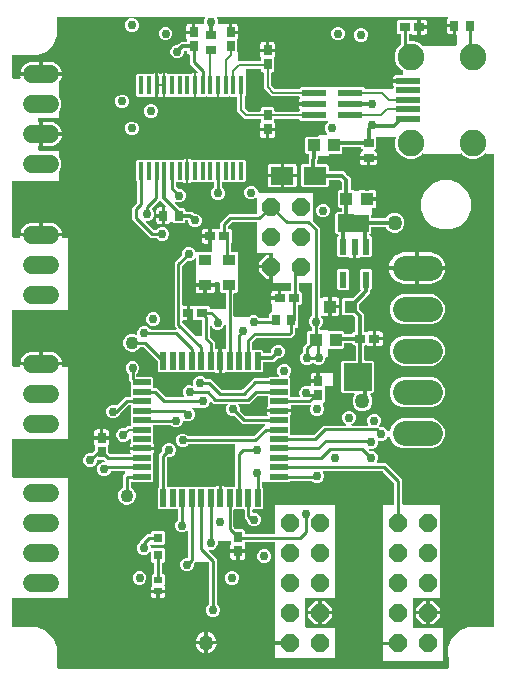
<source format=gbr>
G04 EAGLE Gerber RS-274X export*
G75*
%MOMM*%
%FSLAX34Y34*%
%LPD*%
%INTop Copper*%
%IPPOS*%
%AMOC8*
5,1,8,0,0,1.08239X$1,22.5*%
G01*
%ADD10R,0.400000X1.500000*%
%ADD11C,2.250000*%
%ADD12R,2.000000X0.500000*%
%ADD13P,1.649562X8X112.500000*%
%ADD14R,0.700000X0.900000*%
%ADD15R,0.740000X0.925000*%
%ADD16R,0.925000X0.740000*%
%ADD17R,1.500000X0.500000*%
%ADD18R,0.500000X1.500000*%
%ADD19R,1.950000X1.500000*%
%ADD20R,0.900000X0.700000*%
%ADD21R,1.000000X1.100000*%
%ADD22R,1.100000X0.900000*%
%ADD23R,1.050000X1.080000*%
%ADD24R,0.600000X1.408000*%
%ADD25C,1.508000*%
%ADD26R,2.000000X0.600000*%
%ADD27P,1.632244X8X292.500000*%
%ADD28C,1.100000*%
%ADD29C,1.270000*%
%ADD30R,0.800000X0.800000*%
%ADD31R,0.700000X0.600000*%
%ADD32C,2.133600*%
%ADD33C,0.304800*%
%ADD34C,0.756400*%
%ADD35C,0.254000*%
%ADD36C,0.203200*%
%ADD37C,0.200000*%

G36*
X379877Y10926D02*
X379877Y10926D01*
X379896Y10924D01*
X379998Y10946D01*
X380100Y10962D01*
X380117Y10972D01*
X380137Y10976D01*
X380226Y11029D01*
X380317Y11078D01*
X380331Y11092D01*
X380348Y11102D01*
X380415Y11181D01*
X380487Y11256D01*
X380495Y11274D01*
X380508Y11289D01*
X380547Y11385D01*
X380590Y11479D01*
X380592Y11499D01*
X380600Y11517D01*
X380618Y11684D01*
X380618Y20585D01*
X380608Y20649D01*
X380607Y20715D01*
X380584Y20795D01*
X380579Y20827D01*
X380569Y20845D01*
X380560Y20876D01*
X380409Y21241D01*
X380409Y29559D01*
X383593Y37245D01*
X389475Y43127D01*
X397161Y46311D01*
X403596Y46311D01*
X403686Y46325D01*
X403777Y46333D01*
X403806Y46345D01*
X403838Y46350D01*
X403848Y46356D01*
X418328Y46356D01*
X418348Y46359D01*
X418367Y46357D01*
X418469Y46379D01*
X418571Y46395D01*
X418588Y46405D01*
X418608Y46409D01*
X418697Y46462D01*
X418788Y46511D01*
X418802Y46525D01*
X418819Y46535D01*
X418886Y46614D01*
X418958Y46689D01*
X418966Y46707D01*
X418979Y46722D01*
X419018Y46818D01*
X419061Y46912D01*
X419063Y46932D01*
X419071Y46950D01*
X419089Y47117D01*
X419089Y446213D01*
X419086Y446233D01*
X419088Y446252D01*
X419066Y446354D01*
X419050Y446456D01*
X419040Y446473D01*
X419036Y446493D01*
X418983Y446582D01*
X418934Y446673D01*
X418920Y446687D01*
X418910Y446704D01*
X418831Y446771D01*
X418756Y446843D01*
X418738Y446851D01*
X418723Y446864D01*
X418627Y446903D01*
X418533Y446946D01*
X418513Y446948D01*
X418495Y446956D01*
X418328Y446974D01*
X412194Y446974D01*
X412188Y446979D01*
X412175Y446994D01*
X412088Y447050D01*
X412004Y447111D01*
X411985Y447117D01*
X411968Y447127D01*
X411868Y447153D01*
X411769Y447183D01*
X411749Y447183D01*
X411730Y447187D01*
X411627Y447179D01*
X411523Y447177D01*
X411504Y447170D01*
X411484Y447168D01*
X411390Y447128D01*
X411292Y447092D01*
X411276Y447080D01*
X411258Y447072D01*
X411127Y446967D01*
X408994Y444834D01*
X404106Y442809D01*
X398814Y442809D01*
X393926Y444834D01*
X391793Y446967D01*
X391777Y446979D01*
X391764Y446994D01*
X391677Y447050D01*
X391593Y447111D01*
X391574Y447117D01*
X391557Y447127D01*
X391457Y447153D01*
X391358Y447183D01*
X391338Y447183D01*
X391319Y447187D01*
X391216Y447179D01*
X391112Y447177D01*
X391093Y447170D01*
X391074Y447168D01*
X390979Y447128D01*
X390881Y447092D01*
X390865Y447080D01*
X390847Y447072D01*
X390725Y446974D01*
X359194Y446974D01*
X359188Y446979D01*
X359175Y446994D01*
X359088Y447050D01*
X359004Y447111D01*
X358985Y447117D01*
X358968Y447127D01*
X358868Y447153D01*
X358769Y447183D01*
X358749Y447183D01*
X358730Y447187D01*
X358627Y447179D01*
X358523Y447177D01*
X358504Y447170D01*
X358484Y447168D01*
X358390Y447128D01*
X358292Y447092D01*
X358276Y447080D01*
X358258Y447072D01*
X358127Y446967D01*
X355994Y444834D01*
X351106Y442809D01*
X345814Y442809D01*
X340926Y444834D01*
X337184Y448576D01*
X335159Y453464D01*
X335159Y458756D01*
X335815Y460338D01*
X335825Y460382D01*
X335844Y460424D01*
X335853Y460501D01*
X335871Y460577D01*
X335866Y460623D01*
X335871Y460668D01*
X335855Y460745D01*
X335848Y460822D01*
X335829Y460864D01*
X335819Y460909D01*
X335779Y460976D01*
X335748Y461047D01*
X335717Y461081D01*
X335693Y461120D01*
X335634Y461171D01*
X335581Y461228D01*
X335541Y461250D01*
X335506Y461280D01*
X335434Y461309D01*
X335366Y461346D01*
X335321Y461355D01*
X335278Y461372D01*
X335142Y461387D01*
X335124Y461390D01*
X335119Y461389D01*
X335111Y461390D01*
X320132Y461390D01*
X320112Y461387D01*
X320093Y461389D01*
X319991Y461367D01*
X319889Y461351D01*
X319872Y461341D01*
X319852Y461337D01*
X319763Y461284D01*
X319672Y461235D01*
X319658Y461221D01*
X319641Y461211D01*
X319574Y461132D01*
X319502Y461057D01*
X319494Y461039D01*
X319481Y461024D01*
X319442Y460928D01*
X319399Y460834D01*
X319397Y460814D01*
X319389Y460796D01*
X319371Y460629D01*
X319371Y451741D01*
X318167Y450537D01*
X318156Y450535D01*
X318132Y450538D01*
X318035Y450516D01*
X317937Y450500D01*
X317916Y450488D01*
X317892Y450483D01*
X317808Y450431D01*
X317720Y450384D01*
X317703Y450367D01*
X317683Y450354D01*
X317619Y450278D01*
X317550Y450206D01*
X317540Y450184D01*
X317525Y450166D01*
X317489Y450073D01*
X317447Y449983D01*
X317444Y449959D01*
X317435Y449937D01*
X317431Y449837D01*
X317420Y449739D01*
X317425Y449715D01*
X317424Y449691D01*
X317451Y449595D01*
X317472Y449498D01*
X317484Y449478D01*
X317491Y449454D01*
X317547Y449372D01*
X317598Y449287D01*
X317616Y449271D01*
X317630Y449252D01*
X317710Y449192D01*
X317785Y449127D01*
X317807Y449118D01*
X317827Y449104D01*
X317983Y449043D01*
X318301Y448958D01*
X318880Y448623D01*
X319353Y448150D01*
X319688Y447571D01*
X319861Y446924D01*
X319861Y444613D01*
X313582Y444613D01*
X313562Y444610D01*
X313543Y444612D01*
X313441Y444590D01*
X313339Y444573D01*
X313322Y444564D01*
X313302Y444560D01*
X313213Y444507D01*
X313122Y444458D01*
X313108Y444444D01*
X313091Y444434D01*
X313024Y444355D01*
X312953Y444280D01*
X312944Y444262D01*
X312931Y444247D01*
X312892Y444151D01*
X312849Y444057D01*
X312847Y444037D01*
X312839Y444019D01*
X312821Y443852D01*
X312821Y443089D01*
X312819Y443089D01*
X312819Y443852D01*
X312816Y443872D01*
X312818Y443891D01*
X312796Y443993D01*
X312779Y444095D01*
X312770Y444112D01*
X312766Y444132D01*
X312713Y444221D01*
X312664Y444312D01*
X312650Y444326D01*
X312640Y444343D01*
X312561Y444410D01*
X312486Y444481D01*
X312468Y444490D01*
X312453Y444503D01*
X312357Y444542D01*
X312263Y444585D01*
X312243Y444587D01*
X312225Y444595D01*
X312058Y444613D01*
X305779Y444613D01*
X305779Y446924D01*
X305952Y447571D01*
X306287Y448150D01*
X306760Y448623D01*
X307339Y448958D01*
X307657Y449043D01*
X307679Y449053D01*
X307703Y449057D01*
X307790Y449103D01*
X307881Y449144D01*
X307899Y449160D01*
X307920Y449172D01*
X307988Y449243D01*
X308061Y449311D01*
X308073Y449332D01*
X308090Y449350D01*
X308131Y449440D01*
X308179Y449527D01*
X308183Y449551D01*
X308193Y449573D01*
X308204Y449672D01*
X308221Y449770D01*
X308218Y449794D01*
X308220Y449817D01*
X308199Y449914D01*
X308184Y450013D01*
X308173Y450034D01*
X308168Y450058D01*
X308117Y450143D01*
X308071Y450232D01*
X308054Y450248D01*
X308042Y450269D01*
X307966Y450334D01*
X307895Y450403D01*
X307873Y450413D01*
X307855Y450429D01*
X307762Y450466D01*
X307673Y450509D01*
X307649Y450512D01*
X307627Y450521D01*
X307472Y450538D01*
X306269Y451741D01*
X306269Y451754D01*
X306266Y451774D01*
X306268Y451793D01*
X306246Y451895D01*
X306230Y451997D01*
X306220Y452014D01*
X306216Y452034D01*
X306163Y452123D01*
X306114Y452214D01*
X306100Y452228D01*
X306090Y452245D01*
X306011Y452312D01*
X305936Y452384D01*
X305918Y452392D01*
X305903Y452405D01*
X305807Y452444D01*
X305713Y452487D01*
X305693Y452489D01*
X305675Y452497D01*
X305508Y452515D01*
X291202Y452515D01*
X291182Y452512D01*
X291163Y452514D01*
X291061Y452492D01*
X290959Y452476D01*
X290942Y452466D01*
X290922Y452462D01*
X290833Y452409D01*
X290742Y452360D01*
X290728Y452346D01*
X290711Y452336D01*
X290644Y452257D01*
X290572Y452182D01*
X290564Y452164D01*
X290551Y452149D01*
X290512Y452053D01*
X290469Y451959D01*
X290467Y451939D01*
X290459Y451921D01*
X290441Y451754D01*
X290441Y447601D01*
X289239Y446399D01*
X280035Y446399D01*
X280015Y446396D01*
X279996Y446398D01*
X279894Y446376D01*
X279792Y446360D01*
X279775Y446350D01*
X279755Y446346D01*
X279666Y446293D01*
X279575Y446244D01*
X279561Y446230D01*
X279544Y446220D01*
X279477Y446141D01*
X279405Y446066D01*
X279397Y446048D01*
X279384Y446033D01*
X279345Y445937D01*
X279302Y445843D01*
X279300Y445823D01*
X279292Y445805D01*
X279274Y445638D01*
X279274Y444850D01*
X279050Y444626D01*
X271114Y444626D01*
X270861Y444879D01*
X270816Y444912D01*
X270777Y444952D01*
X270717Y444983D01*
X270661Y445023D01*
X270608Y445039D01*
X270559Y445065D01*
X270491Y445075D01*
X270426Y445095D01*
X270370Y445094D01*
X270315Y445102D01*
X270248Y445090D01*
X270180Y445089D01*
X270128Y445070D01*
X270073Y445060D01*
X270013Y445028D01*
X269949Y445004D01*
X269906Y444969D01*
X269857Y444943D01*
X269810Y444893D01*
X269757Y444851D01*
X269727Y444804D01*
X269689Y444763D01*
X269661Y444701D01*
X269624Y444644D01*
X269611Y444590D01*
X269588Y444539D01*
X269572Y444435D01*
X269564Y444405D01*
X269565Y444393D01*
X269562Y444373D01*
X269327Y438814D01*
X269331Y438778D01*
X269327Y438743D01*
X269346Y438657D01*
X269356Y438570D01*
X269372Y438537D01*
X269379Y438502D01*
X269424Y438427D01*
X269462Y438348D01*
X269487Y438322D01*
X269505Y438291D01*
X269572Y438234D01*
X269633Y438171D01*
X269665Y438155D01*
X269692Y438131D01*
X269774Y438098D01*
X269851Y438058D01*
X269887Y438053D01*
X269920Y438039D01*
X270087Y438021D01*
X277869Y438021D01*
X279071Y436819D01*
X279071Y432806D01*
X279074Y432786D01*
X279072Y432767D01*
X279094Y432665D01*
X279110Y432563D01*
X279120Y432546D01*
X279124Y432526D01*
X279177Y432437D01*
X279226Y432346D01*
X279240Y432332D01*
X279250Y432315D01*
X279329Y432248D01*
X279404Y432176D01*
X279422Y432168D01*
X279437Y432155D01*
X279533Y432116D01*
X279627Y432073D01*
X279647Y432071D01*
X279665Y432063D01*
X279832Y432045D01*
X291611Y432045D01*
X293928Y429728D01*
X295276Y428380D01*
X297593Y426063D01*
X297593Y416898D01*
X297596Y416878D01*
X297594Y416859D01*
X297616Y416757D01*
X297632Y416655D01*
X297642Y416638D01*
X297646Y416618D01*
X297699Y416529D01*
X297748Y416438D01*
X297762Y416424D01*
X297772Y416407D01*
X297851Y416340D01*
X297926Y416268D01*
X297944Y416260D01*
X297959Y416247D01*
X298055Y416208D01*
X298149Y416165D01*
X298169Y416163D01*
X298187Y416155D01*
X298354Y416137D01*
X300117Y416137D01*
X300613Y415641D01*
X300687Y415588D01*
X300757Y415528D01*
X300787Y415516D01*
X300813Y415497D01*
X300900Y415470D01*
X300985Y415436D01*
X301026Y415432D01*
X301048Y415425D01*
X301080Y415426D01*
X301152Y415418D01*
X303691Y415418D01*
X303781Y415432D01*
X303872Y415440D01*
X303902Y415452D01*
X303934Y415457D01*
X304015Y415500D01*
X304099Y415536D01*
X304131Y415562D01*
X304151Y415573D01*
X304174Y415596D01*
X304230Y415641D01*
X304708Y416119D01*
X305287Y416454D01*
X305934Y416627D01*
X309995Y416627D01*
X309995Y416179D01*
X309998Y416159D01*
X309996Y416140D01*
X310018Y416038D01*
X310035Y415936D01*
X310044Y415919D01*
X310048Y415899D01*
X310101Y415810D01*
X310150Y415719D01*
X310164Y415705D01*
X310174Y415688D01*
X310253Y415621D01*
X310328Y415549D01*
X310346Y415541D01*
X310361Y415528D01*
X310457Y415489D01*
X310551Y415446D01*
X310571Y415444D01*
X310589Y415436D01*
X310756Y415418D01*
X312280Y415418D01*
X312300Y415421D01*
X312319Y415419D01*
X312421Y415441D01*
X312523Y415457D01*
X312540Y415467D01*
X312560Y415471D01*
X312649Y415524D01*
X312740Y415573D01*
X312754Y415587D01*
X312771Y415597D01*
X312838Y415676D01*
X312909Y415751D01*
X312918Y415769D01*
X312931Y415784D01*
X312970Y415880D01*
X313013Y415974D01*
X313015Y415994D01*
X313023Y416012D01*
X313041Y416179D01*
X313041Y416627D01*
X317102Y416627D01*
X317749Y416454D01*
X318328Y416119D01*
X318801Y415646D01*
X319136Y415067D01*
X319309Y414420D01*
X319309Y410209D01*
X316103Y410209D01*
X316083Y410206D01*
X316064Y410208D01*
X315962Y410186D01*
X315860Y410169D01*
X315843Y410160D01*
X315823Y410156D01*
X315734Y410103D01*
X315643Y410054D01*
X315629Y410040D01*
X315612Y410030D01*
X315545Y409951D01*
X315473Y409876D01*
X315465Y409858D01*
X315452Y409843D01*
X315413Y409747D01*
X315370Y409653D01*
X315368Y409633D01*
X315360Y409615D01*
X315342Y409448D01*
X315342Y407924D01*
X315345Y407904D01*
X315343Y407885D01*
X315365Y407783D01*
X315381Y407681D01*
X315391Y407664D01*
X315395Y407644D01*
X315448Y407555D01*
X315497Y407464D01*
X315511Y407450D01*
X315521Y407433D01*
X315600Y407366D01*
X315675Y407295D01*
X315693Y407286D01*
X315708Y407273D01*
X315804Y407234D01*
X315898Y407191D01*
X315918Y407189D01*
X315936Y407181D01*
X316103Y407163D01*
X319309Y407163D01*
X319309Y402952D01*
X319136Y402305D01*
X318801Y401726D01*
X318328Y401253D01*
X317749Y400918D01*
X317102Y400745D01*
X316103Y400745D01*
X316083Y400742D01*
X316064Y400744D01*
X315962Y400722D01*
X315860Y400706D01*
X315843Y400696D01*
X315823Y400692D01*
X315734Y400639D01*
X315643Y400590D01*
X315629Y400576D01*
X315612Y400566D01*
X315545Y400487D01*
X315473Y400412D01*
X315465Y400394D01*
X315452Y400379D01*
X315413Y400283D01*
X315370Y400189D01*
X315368Y400169D01*
X315360Y400151D01*
X315342Y399984D01*
X315342Y395066D01*
X315075Y394799D01*
X315021Y394725D01*
X314962Y394655D01*
X314950Y394625D01*
X314931Y394599D01*
X314904Y394512D01*
X314870Y394427D01*
X314866Y394386D01*
X314859Y394364D01*
X314860Y394332D01*
X314852Y394261D01*
X314852Y392956D01*
X314855Y392936D01*
X314853Y392917D01*
X314875Y392815D01*
X314891Y392713D01*
X314901Y392696D01*
X314905Y392676D01*
X314958Y392587D01*
X315007Y392496D01*
X315021Y392482D01*
X315031Y392465D01*
X315110Y392398D01*
X315185Y392326D01*
X315203Y392318D01*
X315218Y392305D01*
X315314Y392266D01*
X315408Y392223D01*
X315428Y392221D01*
X315446Y392213D01*
X315613Y392195D01*
X326651Y392195D01*
X326766Y392214D01*
X326882Y392231D01*
X326888Y392233D01*
X326894Y392234D01*
X326997Y392289D01*
X327101Y392342D01*
X327106Y392347D01*
X327111Y392350D01*
X327191Y392434D01*
X327274Y392518D01*
X327277Y392524D01*
X327281Y392528D01*
X327288Y392545D01*
X327354Y392665D01*
X327650Y393379D01*
X330013Y395742D01*
X333101Y397021D01*
X336443Y397021D01*
X339531Y395742D01*
X341894Y393379D01*
X343173Y390291D01*
X343173Y386949D01*
X341894Y383861D01*
X339531Y381498D01*
X336443Y380219D01*
X333101Y380219D01*
X330013Y381498D01*
X327650Y383861D01*
X327354Y384575D01*
X327293Y384675D01*
X327233Y384775D01*
X327228Y384779D01*
X327225Y384784D01*
X327135Y384859D01*
X327046Y384935D01*
X327040Y384937D01*
X327035Y384941D01*
X326927Y384983D01*
X326818Y385027D01*
X326810Y385028D01*
X326806Y385029D01*
X326787Y385030D01*
X326651Y385045D01*
X315613Y385045D01*
X315593Y385042D01*
X315574Y385044D01*
X315472Y385022D01*
X315370Y385006D01*
X315353Y384996D01*
X315333Y384992D01*
X315244Y384939D01*
X315153Y384890D01*
X315139Y384876D01*
X315122Y384866D01*
X315055Y384787D01*
X314983Y384712D01*
X314975Y384694D01*
X314962Y384679D01*
X314923Y384583D01*
X314880Y384489D01*
X314878Y384469D01*
X314870Y384451D01*
X314852Y384284D01*
X314852Y379993D01*
X313678Y378819D01*
X313625Y378745D01*
X313565Y378675D01*
X313553Y378645D01*
X313534Y378619D01*
X313507Y378532D01*
X313473Y378447D01*
X313469Y378406D01*
X313462Y378384D01*
X313463Y378352D01*
X313455Y378280D01*
X313455Y378222D01*
X313458Y378202D01*
X313456Y378183D01*
X313478Y378081D01*
X313494Y377979D01*
X313504Y377962D01*
X313508Y377942D01*
X313561Y377853D01*
X313610Y377762D01*
X313624Y377748D01*
X313634Y377731D01*
X313713Y377664D01*
X313788Y377592D01*
X313806Y377584D01*
X313821Y377571D01*
X313917Y377532D01*
X314011Y377489D01*
X314031Y377487D01*
X314049Y377479D01*
X314216Y377461D01*
X314339Y377461D01*
X315541Y376259D01*
X315541Y360481D01*
X314339Y359279D01*
X306641Y359279D01*
X306625Y359295D01*
X306609Y359307D01*
X306596Y359322D01*
X306509Y359378D01*
X306425Y359439D01*
X306406Y359445D01*
X306389Y359455D01*
X306289Y359481D01*
X306190Y359511D01*
X306170Y359510D01*
X306151Y359515D01*
X306047Y359507D01*
X305944Y359505D01*
X305925Y359498D01*
X305905Y359496D01*
X305810Y359456D01*
X305713Y359420D01*
X305697Y359408D01*
X305679Y359400D01*
X305552Y359298D01*
X304971Y358962D01*
X304324Y358789D01*
X302489Y358789D01*
X302489Y367632D01*
X302486Y367651D01*
X302488Y367671D01*
X302466Y367773D01*
X302450Y367875D01*
X302440Y367892D01*
X302436Y367912D01*
X302383Y368001D01*
X302334Y368092D01*
X302320Y368106D01*
X302310Y368123D01*
X302231Y368190D01*
X302156Y368261D01*
X302138Y368270D01*
X302123Y368283D01*
X302027Y368321D01*
X301933Y368365D01*
X301913Y368367D01*
X301895Y368375D01*
X301728Y368393D01*
X300252Y368393D01*
X300232Y368390D01*
X300212Y368392D01*
X300111Y368370D01*
X300009Y368353D01*
X299992Y368344D01*
X299972Y368340D01*
X299883Y368287D01*
X299792Y368238D01*
X299778Y368224D01*
X299761Y368214D01*
X299694Y368135D01*
X299622Y368060D01*
X299614Y368042D01*
X299601Y368027D01*
X299562Y367930D01*
X299519Y367837D01*
X299517Y367817D01*
X299509Y367799D01*
X299491Y367632D01*
X299491Y358789D01*
X297656Y358789D01*
X297009Y358962D01*
X296426Y359299D01*
X296416Y359307D01*
X296403Y359322D01*
X296316Y359378D01*
X296232Y359439D01*
X296213Y359444D01*
X296196Y359455D01*
X296096Y359480D01*
X295997Y359511D01*
X295977Y359510D01*
X295958Y359515D01*
X295855Y359507D01*
X295751Y359505D01*
X295732Y359498D01*
X295712Y359496D01*
X295617Y359456D01*
X295520Y359420D01*
X295505Y359408D01*
X295486Y359400D01*
X295355Y359295D01*
X295339Y359279D01*
X287641Y359279D01*
X286439Y360481D01*
X286439Y376259D01*
X287449Y377269D01*
X287490Y377327D01*
X287540Y377379D01*
X287562Y377426D01*
X287592Y377468D01*
X287613Y377537D01*
X287643Y377602D01*
X287649Y377654D01*
X287664Y377704D01*
X287663Y377775D01*
X287671Y377846D01*
X287659Y377897D01*
X287658Y377949D01*
X287633Y378017D01*
X287618Y378087D01*
X287592Y378132D01*
X287574Y378180D01*
X287529Y378236D01*
X287492Y378298D01*
X287453Y378332D01*
X287420Y378372D01*
X287360Y378411D01*
X287305Y378458D01*
X287257Y378477D01*
X287213Y378505D01*
X287144Y378523D01*
X287077Y378550D01*
X287006Y378558D01*
X286975Y378566D01*
X286951Y378564D01*
X286910Y378568D01*
X286013Y378568D01*
X284588Y379993D01*
X284588Y395723D01*
X286521Y397656D01*
X289682Y397656D01*
X289702Y397659D01*
X289721Y397657D01*
X289823Y397679D01*
X289925Y397695D01*
X289942Y397705D01*
X289962Y397709D01*
X290051Y397762D01*
X290142Y397811D01*
X290156Y397825D01*
X290173Y397835D01*
X290240Y397914D01*
X290312Y397989D01*
X290320Y398007D01*
X290333Y398022D01*
X290372Y398118D01*
X290415Y398212D01*
X290417Y398232D01*
X290425Y398250D01*
X290443Y398417D01*
X290443Y400474D01*
X290440Y400494D01*
X290442Y400513D01*
X290420Y400615D01*
X290404Y400717D01*
X290394Y400734D01*
X290390Y400754D01*
X290337Y400843D01*
X290288Y400934D01*
X290274Y400948D01*
X290264Y400965D01*
X290185Y401032D01*
X290110Y401104D01*
X290092Y401112D01*
X290077Y401125D01*
X289981Y401164D01*
X289887Y401207D01*
X289867Y401209D01*
X289849Y401217D01*
X289682Y401235D01*
X287919Y401235D01*
X286717Y402437D01*
X286717Y414935D01*
X287919Y416137D01*
X289682Y416137D01*
X289702Y416140D01*
X289721Y416138D01*
X289823Y416160D01*
X289925Y416176D01*
X289942Y416186D01*
X289962Y416190D01*
X290051Y416243D01*
X290142Y416292D01*
X290156Y416306D01*
X290173Y416316D01*
X290240Y416395D01*
X290312Y416470D01*
X290320Y416488D01*
X290333Y416503D01*
X290372Y416599D01*
X290415Y416693D01*
X290417Y416713D01*
X290425Y416731D01*
X290443Y416898D01*
X290443Y422786D01*
X290442Y422795D01*
X290442Y422798D01*
X290438Y422817D01*
X290429Y422876D01*
X290421Y422967D01*
X290409Y422997D01*
X290404Y423029D01*
X290361Y423109D01*
X290325Y423193D01*
X290299Y423225D01*
X290288Y423246D01*
X290265Y423268D01*
X290220Y423324D01*
X288872Y424672D01*
X288798Y424725D01*
X288729Y424785D01*
X288699Y424797D01*
X288673Y424816D01*
X288586Y424843D01*
X288501Y424877D01*
X288460Y424881D01*
X288437Y424888D01*
X288405Y424887D01*
X288334Y424895D01*
X279832Y424895D01*
X279812Y424892D01*
X279793Y424894D01*
X279691Y424872D01*
X279589Y424856D01*
X279572Y424846D01*
X279552Y424842D01*
X279463Y424789D01*
X279372Y424740D01*
X279358Y424726D01*
X279341Y424716D01*
X279274Y424637D01*
X279202Y424562D01*
X279194Y424544D01*
X279181Y424529D01*
X279142Y424433D01*
X279099Y424339D01*
X279097Y424319D01*
X279089Y424301D01*
X279071Y424134D01*
X279071Y420121D01*
X277869Y418919D01*
X256671Y418919D01*
X255469Y420121D01*
X255469Y436819D01*
X256671Y438021D01*
X261407Y438021D01*
X261411Y438021D01*
X261415Y438021D01*
X261532Y438041D01*
X261650Y438060D01*
X261653Y438062D01*
X261657Y438063D01*
X261762Y438120D01*
X261868Y438176D01*
X261870Y438178D01*
X261873Y438180D01*
X261955Y438267D01*
X262037Y438354D01*
X262038Y438357D01*
X262041Y438360D01*
X262090Y438468D01*
X262141Y438577D01*
X262141Y438581D01*
X262142Y438584D01*
X262168Y438750D01*
X262458Y445606D01*
X262456Y445629D01*
X262456Y445636D01*
X262455Y445645D01*
X262458Y445677D01*
X262440Y445763D01*
X262429Y445850D01*
X262414Y445883D01*
X262406Y445918D01*
X262361Y445993D01*
X262323Y446072D01*
X262298Y446098D01*
X262280Y446129D01*
X262213Y446186D01*
X262152Y446249D01*
X262120Y446265D01*
X262093Y446289D01*
X262011Y446322D01*
X261934Y446362D01*
X261898Y446367D01*
X261865Y446381D01*
X261698Y446399D01*
X260541Y446399D01*
X259339Y447601D01*
X259339Y460299D01*
X260541Y461501D01*
X270129Y461501D01*
X270149Y461504D01*
X270168Y461502D01*
X270270Y461524D01*
X270372Y461540D01*
X270389Y461550D01*
X270409Y461554D01*
X270498Y461607D01*
X270589Y461656D01*
X270603Y461670D01*
X270620Y461680D01*
X270687Y461759D01*
X270759Y461834D01*
X270767Y461852D01*
X270780Y461867D01*
X270819Y461963D01*
X270862Y462057D01*
X270864Y462077D01*
X270872Y462095D01*
X270890Y462262D01*
X270890Y462946D01*
X271114Y463170D01*
X277060Y463170D01*
X277130Y463181D01*
X277202Y463183D01*
X277251Y463201D01*
X277302Y463209D01*
X277366Y463243D01*
X277433Y463268D01*
X277474Y463300D01*
X277520Y463325D01*
X277569Y463377D01*
X277625Y463421D01*
X277653Y463465D01*
X277689Y463503D01*
X277719Y463568D01*
X277758Y463628D01*
X277771Y463679D01*
X277793Y463726D01*
X277801Y463797D01*
X277818Y463867D01*
X277814Y463919D01*
X277820Y463970D01*
X277805Y464041D01*
X277799Y464112D01*
X277779Y464160D01*
X277768Y464211D01*
X277731Y464272D01*
X277703Y464338D01*
X277658Y464394D01*
X277642Y464422D01*
X277624Y464437D01*
X277598Y464469D01*
X276995Y465072D01*
X276107Y467216D01*
X276107Y469536D01*
X276995Y471680D01*
X278614Y473299D01*
X278656Y473357D01*
X278705Y473409D01*
X278727Y473456D01*
X278758Y473498D01*
X278779Y473567D01*
X278809Y473632D01*
X278815Y473684D01*
X278830Y473734D01*
X278828Y473805D01*
X278836Y473876D01*
X278825Y473927D01*
X278824Y473979D01*
X278799Y474047D01*
X278784Y474117D01*
X278757Y474162D01*
X278739Y474210D01*
X278694Y474266D01*
X278658Y474328D01*
X278618Y474362D01*
X278585Y474402D01*
X278525Y474441D01*
X278471Y474488D01*
X278422Y474507D01*
X278378Y474535D01*
X278309Y474553D01*
X278242Y474580D01*
X278171Y474588D01*
X278140Y474596D01*
X278117Y474594D01*
X278076Y474598D01*
X277804Y474598D01*
X277714Y474584D01*
X277623Y474576D01*
X277593Y474564D01*
X277561Y474559D01*
X277480Y474516D01*
X277396Y474480D01*
X277364Y474454D01*
X277344Y474443D01*
X277321Y474420D01*
X277295Y474399D01*
X255591Y474399D01*
X254389Y475601D01*
X254389Y475622D01*
X254386Y475642D01*
X254388Y475661D01*
X254366Y475763D01*
X254350Y475865D01*
X254340Y475882D01*
X254336Y475902D01*
X254283Y475991D01*
X254234Y476082D01*
X254220Y476096D01*
X254210Y476113D01*
X254131Y476180D01*
X254056Y476252D01*
X254038Y476260D01*
X254023Y476273D01*
X253927Y476312D01*
X253833Y476355D01*
X253813Y476357D01*
X253795Y476365D01*
X253628Y476383D01*
X233772Y476383D01*
X233752Y476380D01*
X233733Y476382D01*
X233631Y476360D01*
X233529Y476344D01*
X233512Y476334D01*
X233492Y476330D01*
X233403Y476277D01*
X233312Y476228D01*
X233298Y476214D01*
X233281Y476204D01*
X233214Y476125D01*
X233142Y476050D01*
X233134Y476032D01*
X233121Y476017D01*
X233082Y475921D01*
X233039Y475827D01*
X233037Y475807D01*
X233029Y475789D01*
X233011Y475622D01*
X233011Y473908D01*
X233029Y473795D01*
X233045Y473681D01*
X233049Y473672D01*
X233050Y473666D01*
X233061Y473646D01*
X233113Y473528D01*
X233328Y473156D01*
X233501Y472509D01*
X233501Y469073D01*
X228022Y469073D01*
X228002Y469070D01*
X227983Y469072D01*
X227881Y469050D01*
X227779Y469033D01*
X227762Y469024D01*
X227742Y469020D01*
X227653Y468967D01*
X227562Y468918D01*
X227548Y468904D01*
X227531Y468894D01*
X227464Y468815D01*
X227393Y468740D01*
X227384Y468722D01*
X227371Y468707D01*
X227332Y468611D01*
X227289Y468517D01*
X227287Y468497D01*
X227279Y468479D01*
X227261Y468312D01*
X227261Y467549D01*
X227259Y467549D01*
X227259Y468312D01*
X227256Y468332D01*
X227258Y468351D01*
X227236Y468452D01*
X227219Y468555D01*
X227210Y468572D01*
X227206Y468592D01*
X227153Y468681D01*
X227104Y468772D01*
X227090Y468786D01*
X227080Y468803D01*
X227001Y468870D01*
X226926Y468941D01*
X226908Y468950D01*
X226893Y468963D01*
X226797Y469002D01*
X226703Y469045D01*
X226683Y469047D01*
X226665Y469055D01*
X226498Y469073D01*
X221019Y469073D01*
X221019Y472509D01*
X221192Y473156D01*
X221407Y473528D01*
X221448Y473634D01*
X221491Y473742D01*
X221492Y473752D01*
X221494Y473758D01*
X221495Y473780D01*
X221509Y473908D01*
X221509Y475722D01*
X221506Y475742D01*
X221508Y475761D01*
X221486Y475863D01*
X221470Y475965D01*
X221460Y475982D01*
X221456Y476002D01*
X221403Y476091D01*
X221354Y476182D01*
X221340Y476196D01*
X221330Y476213D01*
X221251Y476280D01*
X221176Y476352D01*
X221158Y476360D01*
X221143Y476373D01*
X221047Y476412D01*
X220953Y476455D01*
X220933Y476457D01*
X220915Y476465D01*
X220748Y476483D01*
X208028Y476483D01*
X201743Y482768D01*
X201743Y494568D01*
X201740Y494588D01*
X201742Y494607D01*
X201720Y494709D01*
X201704Y494811D01*
X201694Y494828D01*
X201690Y494848D01*
X201637Y494937D01*
X201588Y495028D01*
X201574Y495042D01*
X201564Y495059D01*
X201485Y495126D01*
X201410Y495198D01*
X201392Y495206D01*
X201377Y495219D01*
X201281Y495258D01*
X201187Y495301D01*
X201167Y495303D01*
X201149Y495311D01*
X200982Y495329D01*
X195407Y495329D01*
X195399Y495335D01*
X195380Y495341D01*
X195363Y495352D01*
X195262Y495377D01*
X195164Y495407D01*
X195144Y495407D01*
X195124Y495412D01*
X195021Y495404D01*
X194918Y495401D01*
X194899Y495394D01*
X194879Y495393D01*
X194784Y495352D01*
X194721Y495329D01*
X189043Y495329D01*
X188930Y495311D01*
X188816Y495295D01*
X188807Y495291D01*
X188801Y495290D01*
X188781Y495279D01*
X188663Y495227D01*
X188291Y495012D01*
X187644Y494839D01*
X186309Y494839D01*
X186309Y504642D01*
X186306Y504661D01*
X186308Y504681D01*
X186286Y504783D01*
X186270Y504885D01*
X186260Y504902D01*
X186256Y504922D01*
X186203Y505010D01*
X186154Y505102D01*
X186140Y505116D01*
X186130Y505133D01*
X186051Y505200D01*
X185976Y505271D01*
X185958Y505280D01*
X185943Y505293D01*
X185847Y505331D01*
X185753Y505375D01*
X185733Y505377D01*
X185715Y505385D01*
X185548Y505403D01*
X185072Y505403D01*
X185052Y505400D01*
X185032Y505402D01*
X184931Y505380D01*
X184829Y505363D01*
X184812Y505354D01*
X184792Y505350D01*
X184703Y505297D01*
X184612Y505248D01*
X184598Y505234D01*
X184581Y505224D01*
X184514Y505145D01*
X184442Y505070D01*
X184434Y505052D01*
X184421Y505037D01*
X184382Y504940D01*
X184339Y504847D01*
X184337Y504827D01*
X184329Y504809D01*
X184311Y504642D01*
X184311Y494839D01*
X182976Y494839D01*
X182329Y495012D01*
X181957Y495227D01*
X181851Y495268D01*
X181743Y495311D01*
X181733Y495312D01*
X181727Y495314D01*
X181705Y495315D01*
X181577Y495329D01*
X175907Y495329D01*
X175899Y495335D01*
X175880Y495341D01*
X175863Y495352D01*
X175762Y495377D01*
X175664Y495407D01*
X175644Y495407D01*
X175624Y495412D01*
X175521Y495404D01*
X175418Y495401D01*
X175399Y495394D01*
X175379Y495393D01*
X175284Y495352D01*
X175221Y495329D01*
X169543Y495329D01*
X169430Y495311D01*
X169316Y495295D01*
X169307Y495291D01*
X169301Y495290D01*
X169281Y495279D01*
X169163Y495227D01*
X168791Y495012D01*
X168144Y494839D01*
X166809Y494839D01*
X166809Y504642D01*
X166806Y504661D01*
X166808Y504681D01*
X166786Y504783D01*
X166770Y504885D01*
X166769Y504886D01*
X166781Y504913D01*
X166783Y504933D01*
X166791Y504951D01*
X166809Y505118D01*
X166809Y514921D01*
X167705Y514921D01*
X167776Y514932D01*
X167848Y514934D01*
X167897Y514952D01*
X167948Y514960D01*
X168011Y514994D01*
X168079Y515019D01*
X168119Y515051D01*
X168165Y515076D01*
X168215Y515128D01*
X168271Y515172D01*
X168299Y515216D01*
X168335Y515254D01*
X168365Y515319D01*
X168404Y515379D01*
X168416Y515430D01*
X168438Y515477D01*
X168446Y515548D01*
X168464Y515618D01*
X168460Y515670D01*
X168465Y515721D01*
X168450Y515792D01*
X168445Y515863D01*
X168424Y515911D01*
X168413Y515962D01*
X168376Y516023D01*
X168348Y516089D01*
X168304Y516145D01*
X168287Y516173D01*
X168269Y516188D01*
X168244Y516220D01*
X163495Y520968D01*
X161327Y523136D01*
X161327Y530283D01*
X161324Y530303D01*
X161326Y530322D01*
X161304Y530423D01*
X161288Y530526D01*
X161278Y530543D01*
X161274Y530563D01*
X161221Y530651D01*
X161172Y530743D01*
X161158Y530757D01*
X161148Y530774D01*
X161069Y530841D01*
X160994Y530913D01*
X160976Y530921D01*
X160961Y530934D01*
X160865Y530973D01*
X160771Y531016D01*
X160751Y531018D01*
X160733Y531026D01*
X160566Y531044D01*
X160099Y531044D01*
X158897Y532246D01*
X158897Y533384D01*
X158894Y533404D01*
X158896Y533423D01*
X158874Y533525D01*
X158858Y533627D01*
X158848Y533644D01*
X158844Y533664D01*
X158791Y533753D01*
X158742Y533844D01*
X158728Y533858D01*
X158718Y533875D01*
X158639Y533942D01*
X158564Y534014D01*
X158546Y534022D01*
X158531Y534035D01*
X158435Y534074D01*
X158341Y534117D01*
X158321Y534119D01*
X158303Y534127D01*
X158136Y534145D01*
X157470Y534145D01*
X157450Y534142D01*
X157431Y534144D01*
X157329Y534122D01*
X157227Y534106D01*
X157210Y534096D01*
X157190Y534092D01*
X157101Y534039D01*
X157010Y533990D01*
X156996Y533976D01*
X156979Y533966D01*
X156912Y533887D01*
X156840Y533812D01*
X156832Y533794D01*
X156819Y533779D01*
X156780Y533683D01*
X156737Y533589D01*
X156735Y533569D01*
X156727Y533551D01*
X156709Y533384D01*
X156709Y532240D01*
X155821Y530096D01*
X154180Y528455D01*
X152036Y527567D01*
X149716Y527567D01*
X147572Y528455D01*
X145931Y530096D01*
X145043Y532240D01*
X145043Y534560D01*
X145931Y536704D01*
X147572Y538345D01*
X149716Y539233D01*
X151338Y539233D01*
X151428Y539247D01*
X151519Y539255D01*
X151549Y539267D01*
X151581Y539272D01*
X151661Y539315D01*
X151745Y539351D01*
X151777Y539377D01*
X151798Y539388D01*
X151820Y539411D01*
X151876Y539456D01*
X153715Y541295D01*
X158136Y541295D01*
X158156Y541298D01*
X158175Y541296D01*
X158277Y541318D01*
X158379Y541334D01*
X158396Y541344D01*
X158416Y541348D01*
X158505Y541401D01*
X158596Y541450D01*
X158610Y541464D01*
X158627Y541474D01*
X158694Y541553D01*
X158766Y541628D01*
X158774Y541646D01*
X158787Y541661D01*
X158826Y541757D01*
X158869Y541851D01*
X158871Y541871D01*
X158879Y541889D01*
X158897Y542056D01*
X158897Y543362D01*
X158879Y543475D01*
X158863Y543589D01*
X158859Y543598D01*
X158858Y543604D01*
X158847Y543624D01*
X158795Y543742D01*
X158580Y544114D01*
X158407Y544761D01*
X158407Y548197D01*
X163886Y548197D01*
X163906Y548200D01*
X163925Y548198D01*
X164027Y548220D01*
X164129Y548237D01*
X164146Y548246D01*
X164166Y548250D01*
X164255Y548303D01*
X164346Y548352D01*
X164360Y548366D01*
X164377Y548376D01*
X164444Y548455D01*
X164515Y548530D01*
X164524Y548548D01*
X164537Y548563D01*
X164576Y548659D01*
X164619Y548753D01*
X164621Y548773D01*
X164629Y548791D01*
X164647Y548958D01*
X164647Y549721D01*
X165410Y549721D01*
X165430Y549724D01*
X165449Y549722D01*
X165551Y549744D01*
X165653Y549761D01*
X165670Y549770D01*
X165690Y549774D01*
X165779Y549827D01*
X165870Y549876D01*
X165884Y549890D01*
X165901Y549900D01*
X165968Y549979D01*
X166039Y550054D01*
X166048Y550072D01*
X166061Y550087D01*
X166100Y550183D01*
X166143Y550277D01*
X166145Y550297D01*
X166153Y550315D01*
X166171Y550482D01*
X166171Y556886D01*
X168682Y556886D01*
X169418Y556689D01*
X169489Y556660D01*
X169499Y556659D01*
X169505Y556657D01*
X169527Y556656D01*
X169655Y556642D01*
X172652Y556642D01*
X172672Y556645D01*
X172691Y556643D01*
X172793Y556665D01*
X172895Y556681D01*
X172912Y556691D01*
X172932Y556695D01*
X173021Y556748D01*
X173112Y556797D01*
X173126Y556811D01*
X173143Y556821D01*
X173210Y556900D01*
X173282Y556975D01*
X173290Y556993D01*
X173303Y557008D01*
X173342Y557104D01*
X173385Y557198D01*
X173387Y557218D01*
X173395Y557236D01*
X173413Y557403D01*
X173413Y559744D01*
X174358Y562025D01*
X174368Y562069D01*
X174388Y562111D01*
X174396Y562188D01*
X174414Y562264D01*
X174410Y562310D01*
X174415Y562355D01*
X174398Y562432D01*
X174391Y562509D01*
X174372Y562551D01*
X174363Y562596D01*
X174323Y562663D01*
X174291Y562734D01*
X174260Y562768D01*
X174236Y562807D01*
X174177Y562858D01*
X174125Y562915D01*
X174084Y562937D01*
X174049Y562967D01*
X173977Y562996D01*
X173909Y563033D01*
X173864Y563042D01*
X173821Y563059D01*
X173685Y563074D01*
X173667Y563077D01*
X173662Y563076D01*
X173655Y563077D01*
X113652Y563077D01*
X113556Y563062D01*
X113459Y563052D01*
X113435Y563042D01*
X113409Y563038D01*
X113323Y562992D01*
X113234Y562952D01*
X113215Y562935D01*
X113192Y562922D01*
X113125Y562852D01*
X113053Y562786D01*
X113040Y562763D01*
X113022Y562744D01*
X112981Y562656D01*
X112934Y562570D01*
X112930Y562545D01*
X112919Y562521D01*
X112908Y562424D01*
X112891Y562328D01*
X112895Y562302D01*
X112892Y562277D01*
X112912Y562181D01*
X112927Y562085D01*
X112938Y562062D01*
X112944Y562036D01*
X112994Y561953D01*
X113038Y561866D01*
X113057Y561847D01*
X113070Y561825D01*
X113144Y561762D01*
X113214Y561694D01*
X113242Y561678D01*
X113257Y561665D01*
X113288Y561653D01*
X113361Y561613D01*
X115572Y560697D01*
X117213Y559056D01*
X118101Y556912D01*
X118101Y554592D01*
X117213Y552448D01*
X115572Y550807D01*
X113428Y549919D01*
X111108Y549919D01*
X108964Y550807D01*
X107323Y552448D01*
X106435Y554592D01*
X106435Y556912D01*
X107323Y559056D01*
X108964Y560697D01*
X111175Y561613D01*
X111258Y561664D01*
X111344Y561710D01*
X111362Y561728D01*
X111384Y561742D01*
X111447Y561818D01*
X111514Y561888D01*
X111525Y561912D01*
X111541Y561932D01*
X111576Y562023D01*
X111617Y562111D01*
X111620Y562137D01*
X111629Y562161D01*
X111634Y562259D01*
X111644Y562355D01*
X111639Y562381D01*
X111640Y562407D01*
X111613Y562501D01*
X111592Y562596D01*
X111579Y562618D01*
X111571Y562643D01*
X111516Y562723D01*
X111466Y562807D01*
X111446Y562824D01*
X111431Y562845D01*
X111353Y562904D01*
X111279Y562967D01*
X111255Y562977D01*
X111234Y562992D01*
X111141Y563022D01*
X111051Y563059D01*
X111018Y563062D01*
X111000Y563068D01*
X110967Y563068D01*
X110884Y563077D01*
X49403Y563077D01*
X49383Y563074D01*
X49364Y563076D01*
X49262Y563054D01*
X49160Y563038D01*
X49143Y563028D01*
X49123Y563024D01*
X49034Y562971D01*
X48943Y562922D01*
X48929Y562908D01*
X48912Y562898D01*
X48845Y562819D01*
X48773Y562744D01*
X48765Y562726D01*
X48752Y562711D01*
X48713Y562615D01*
X48670Y562521D01*
X48668Y562501D01*
X48660Y562483D01*
X48642Y562316D01*
X48642Y555995D01*
X48650Y555942D01*
X48650Y555938D01*
X48652Y555928D01*
X48653Y555865D01*
X48676Y555785D01*
X48681Y555753D01*
X48691Y555735D01*
X48700Y555704D01*
X48851Y555339D01*
X48851Y547021D01*
X45667Y539335D01*
X39785Y533453D01*
X32099Y530269D01*
X23781Y530269D01*
X23416Y530420D01*
X23352Y530435D01*
X23291Y530460D01*
X23209Y530469D01*
X23177Y530476D01*
X23157Y530475D01*
X23125Y530478D01*
X11684Y530478D01*
X11664Y530475D01*
X11645Y530477D01*
X11543Y530455D01*
X11441Y530439D01*
X11424Y530429D01*
X11404Y530425D01*
X11315Y530372D01*
X11224Y530323D01*
X11210Y530309D01*
X11193Y530299D01*
X11126Y530220D01*
X11054Y530145D01*
X11046Y530127D01*
X11033Y530112D01*
X10994Y530016D01*
X10951Y529922D01*
X10949Y529902D01*
X10941Y529884D01*
X10923Y529717D01*
X10923Y511315D01*
X10926Y511295D01*
X10924Y511275D01*
X10946Y511174D01*
X10962Y511072D01*
X10972Y511054D01*
X10976Y511035D01*
X11029Y510946D01*
X11078Y510855D01*
X11092Y510841D01*
X11102Y510824D01*
X11181Y510756D01*
X11256Y510685D01*
X11274Y510677D01*
X11289Y510664D01*
X11385Y510625D01*
X11479Y510582D01*
X11499Y510579D01*
X11517Y510572D01*
X11684Y510553D01*
X17606Y510553D01*
X17622Y510556D01*
X17638Y510554D01*
X17743Y510576D01*
X17849Y510593D01*
X17863Y510601D01*
X17879Y510604D01*
X17972Y510658D01*
X18066Y510708D01*
X18077Y510720D01*
X18091Y510728D01*
X18162Y510809D01*
X18236Y510887D01*
X18243Y510901D01*
X18253Y510913D01*
X18294Y511012D01*
X18339Y511110D01*
X18341Y511126D01*
X18347Y511140D01*
X18355Y511248D01*
X18367Y511354D01*
X18363Y511370D01*
X18364Y511386D01*
X18330Y511550D01*
X18187Y511989D01*
X18055Y512827D01*
X34798Y512827D01*
X34818Y512830D01*
X34837Y512828D01*
X34939Y512850D01*
X35041Y512867D01*
X35058Y512876D01*
X35078Y512880D01*
X35167Y512933D01*
X35258Y512982D01*
X35272Y512996D01*
X35289Y513006D01*
X35356Y513085D01*
X35427Y513160D01*
X35436Y513178D01*
X35449Y513193D01*
X35487Y513289D01*
X35531Y513383D01*
X35533Y513403D01*
X35541Y513421D01*
X35559Y513588D01*
X35559Y514351D01*
X35561Y514351D01*
X35561Y513588D01*
X35564Y513568D01*
X35562Y513549D01*
X35584Y513447D01*
X35601Y513345D01*
X35610Y513328D01*
X35614Y513308D01*
X35667Y513219D01*
X35716Y513128D01*
X35730Y513114D01*
X35740Y513097D01*
X35819Y513030D01*
X35894Y512959D01*
X35912Y512950D01*
X35927Y512937D01*
X36023Y512898D01*
X36117Y512855D01*
X36137Y512853D01*
X36155Y512845D01*
X36322Y512827D01*
X53065Y512827D01*
X52933Y511989D01*
X52442Y510480D01*
X51722Y509067D01*
X50959Y508016D01*
X50945Y507988D01*
X50924Y507964D01*
X50890Y507879D01*
X50848Y507797D01*
X50844Y507765D01*
X50832Y507736D01*
X50813Y507569D01*
X50813Y495115D01*
X50828Y495025D01*
X50835Y494934D01*
X50848Y494904D01*
X50853Y494872D01*
X50896Y494792D01*
X50932Y494708D01*
X50957Y494676D01*
X50968Y494655D01*
X50992Y494633D01*
X51036Y494577D01*
X51231Y494383D01*
X52691Y490858D01*
X52691Y487042D01*
X51231Y483517D01*
X51036Y483323D01*
X50983Y483249D01*
X50924Y483180D01*
X50912Y483150D01*
X50893Y483123D01*
X50866Y483036D01*
X50832Y482952D01*
X50827Y482911D01*
X50821Y482888D01*
X50821Y482856D01*
X50813Y482785D01*
X50813Y477514D01*
X50806Y477507D01*
X50479Y477507D01*
X33795Y477507D01*
X33775Y477503D01*
X33755Y477506D01*
X33654Y477484D01*
X33552Y477467D01*
X33534Y477458D01*
X33515Y477453D01*
X33426Y477400D01*
X33335Y477352D01*
X33321Y477337D01*
X33304Y477327D01*
X33236Y477248D01*
X33165Y477173D01*
X33157Y477155D01*
X33144Y477140D01*
X33105Y477044D01*
X33062Y476950D01*
X33059Y476931D01*
X33052Y476912D01*
X33033Y476745D01*
X33033Y474392D01*
X33037Y474372D01*
X33034Y474353D01*
X33056Y474251D01*
X33073Y474149D01*
X33082Y474132D01*
X33087Y474112D01*
X33140Y474023D01*
X33188Y473932D01*
X33203Y473918D01*
X33213Y473901D01*
X33292Y473834D01*
X33367Y473762D01*
X33385Y473754D01*
X33400Y473741D01*
X33496Y473702D01*
X33590Y473659D01*
X33609Y473657D01*
X33628Y473649D01*
X33795Y473631D01*
X34037Y473631D01*
X34037Y464312D01*
X34040Y464292D01*
X34038Y464273D01*
X34060Y464171D01*
X34077Y464069D01*
X34086Y464052D01*
X34090Y464032D01*
X34143Y463943D01*
X34192Y463852D01*
X34206Y463838D01*
X34216Y463821D01*
X34295Y463754D01*
X34370Y463683D01*
X34388Y463674D01*
X34403Y463661D01*
X34499Y463623D01*
X34593Y463579D01*
X34613Y463577D01*
X34631Y463569D01*
X34798Y463551D01*
X35561Y463551D01*
X35561Y463549D01*
X34798Y463549D01*
X34778Y463546D01*
X34759Y463548D01*
X34657Y463526D01*
X34555Y463509D01*
X34538Y463500D01*
X34518Y463496D01*
X34429Y463443D01*
X34338Y463394D01*
X34324Y463380D01*
X34307Y463370D01*
X34240Y463291D01*
X34169Y463216D01*
X34160Y463198D01*
X34147Y463183D01*
X34108Y463087D01*
X34065Y462993D01*
X34063Y462973D01*
X34055Y462955D01*
X34037Y462788D01*
X34037Y453469D01*
X33795Y453469D01*
X33775Y453466D01*
X33755Y453468D01*
X33654Y453446D01*
X33552Y453430D01*
X33534Y453420D01*
X33515Y453416D01*
X33426Y453363D01*
X33335Y453314D01*
X33321Y453300D01*
X33304Y453290D01*
X33236Y453211D01*
X33165Y453136D01*
X33157Y453118D01*
X33144Y453103D01*
X33105Y453007D01*
X33062Y452913D01*
X33059Y452893D01*
X33052Y452875D01*
X33033Y452708D01*
X33033Y450355D01*
X33037Y450335D01*
X33034Y450315D01*
X33056Y450214D01*
X33073Y450112D01*
X33082Y450094D01*
X33087Y450075D01*
X33140Y449986D01*
X33188Y449895D01*
X33203Y449881D01*
X33213Y449864D01*
X33292Y449796D01*
X33367Y449725D01*
X33385Y449717D01*
X33400Y449704D01*
X33496Y449665D01*
X33590Y449622D01*
X33609Y449619D01*
X33628Y449612D01*
X33795Y449593D01*
X50806Y449593D01*
X50813Y449586D01*
X50813Y444315D01*
X50828Y444225D01*
X50835Y444134D01*
X50848Y444104D01*
X50853Y444072D01*
X50896Y443992D01*
X50932Y443908D01*
X50957Y443876D01*
X50968Y443855D01*
X50992Y443833D01*
X51036Y443777D01*
X51231Y443583D01*
X52691Y440058D01*
X52691Y436242D01*
X51231Y432717D01*
X51036Y432523D01*
X50983Y432449D01*
X50924Y432380D01*
X50912Y432350D01*
X50893Y432323D01*
X50866Y432236D01*
X50832Y432152D01*
X50827Y432111D01*
X50821Y432088D01*
X50821Y432056D01*
X50813Y431985D01*
X50813Y424174D01*
X50806Y424167D01*
X50479Y424167D01*
X11684Y424167D01*
X11664Y424163D01*
X11645Y424166D01*
X11543Y424144D01*
X11441Y424127D01*
X11424Y424118D01*
X11404Y424113D01*
X11315Y424060D01*
X11224Y424012D01*
X11210Y423997D01*
X11193Y423987D01*
X11126Y423908D01*
X11054Y423833D01*
X11046Y423815D01*
X11033Y423800D01*
X10994Y423704D01*
X10951Y423610D01*
X10949Y423591D01*
X10941Y423572D01*
X10923Y423405D01*
X10923Y376695D01*
X10926Y376675D01*
X10924Y376655D01*
X10946Y376554D01*
X10962Y376452D01*
X10972Y376434D01*
X10976Y376415D01*
X11029Y376326D01*
X11078Y376235D01*
X11092Y376221D01*
X11102Y376204D01*
X11181Y376136D01*
X11256Y376065D01*
X11274Y376057D01*
X11289Y376044D01*
X11385Y376005D01*
X11479Y375962D01*
X11499Y375959D01*
X11517Y375952D01*
X11684Y375933D01*
X17322Y375933D01*
X17401Y375946D01*
X17480Y375950D01*
X17522Y375966D01*
X17565Y375973D01*
X17635Y376010D01*
X17710Y376039D01*
X17744Y376068D01*
X17783Y376088D01*
X17837Y376146D01*
X17898Y376197D01*
X17922Y376235D01*
X17952Y376267D01*
X17985Y376339D01*
X18027Y376407D01*
X18037Y376450D01*
X18056Y376490D01*
X18064Y376569D01*
X18082Y376646D01*
X18079Y376705D01*
X18083Y376734D01*
X18077Y376761D01*
X18074Y376814D01*
X18055Y376937D01*
X34798Y376937D01*
X34818Y376940D01*
X34837Y376938D01*
X34939Y376960D01*
X35041Y376977D01*
X35058Y376986D01*
X35078Y376990D01*
X35167Y377043D01*
X35258Y377092D01*
X35272Y377106D01*
X35289Y377116D01*
X35356Y377195D01*
X35427Y377270D01*
X35436Y377288D01*
X35449Y377303D01*
X35487Y377399D01*
X35531Y377493D01*
X35533Y377513D01*
X35541Y377531D01*
X35559Y377698D01*
X35559Y378461D01*
X35561Y378461D01*
X35561Y377698D01*
X35564Y377678D01*
X35562Y377659D01*
X35584Y377557D01*
X35601Y377455D01*
X35610Y377438D01*
X35614Y377418D01*
X35667Y377329D01*
X35716Y377238D01*
X35730Y377224D01*
X35740Y377207D01*
X35819Y377140D01*
X35894Y377069D01*
X35912Y377060D01*
X35927Y377047D01*
X36023Y377008D01*
X36117Y376965D01*
X36137Y376963D01*
X36155Y376955D01*
X36322Y376937D01*
X53065Y376937D01*
X53046Y376814D01*
X53046Y376734D01*
X53037Y376655D01*
X53047Y376612D01*
X53047Y376568D01*
X53073Y376493D01*
X53090Y376415D01*
X53112Y376377D01*
X53127Y376335D01*
X53175Y376272D01*
X53216Y376204D01*
X53249Y376175D01*
X53276Y376140D01*
X53342Y376096D01*
X53403Y376044D01*
X53444Y376027D01*
X53480Y376003D01*
X53557Y375982D01*
X53631Y375952D01*
X53689Y375945D01*
X53718Y375938D01*
X53745Y375939D01*
X53798Y375933D01*
X58426Y375933D01*
X58433Y375926D01*
X58433Y314954D01*
X58426Y314947D01*
X58099Y314947D01*
X11684Y314947D01*
X11664Y314943D01*
X11645Y314946D01*
X11543Y314924D01*
X11441Y314907D01*
X11424Y314898D01*
X11404Y314893D01*
X11315Y314840D01*
X11224Y314792D01*
X11210Y314777D01*
X11193Y314767D01*
X11126Y314688D01*
X11054Y314613D01*
X11046Y314595D01*
X11033Y314580D01*
X10994Y314484D01*
X10951Y314390D01*
X10949Y314371D01*
X10941Y314352D01*
X10923Y314185D01*
X10923Y267475D01*
X10926Y267455D01*
X10924Y267435D01*
X10946Y267334D01*
X10962Y267232D01*
X10972Y267214D01*
X10976Y267195D01*
X11029Y267106D01*
X11078Y267015D01*
X11092Y267001D01*
X11102Y266984D01*
X11181Y266916D01*
X11256Y266845D01*
X11274Y266837D01*
X11289Y266824D01*
X11385Y266785D01*
X11479Y266742D01*
X11499Y266739D01*
X11517Y266732D01*
X11684Y266713D01*
X17322Y266713D01*
X17401Y266726D01*
X17480Y266730D01*
X17522Y266746D01*
X17565Y266753D01*
X17635Y266790D01*
X17710Y266819D01*
X17744Y266848D01*
X17783Y266868D01*
X17837Y266926D01*
X17898Y266977D01*
X17922Y267015D01*
X17952Y267047D01*
X17985Y267119D01*
X18027Y267187D01*
X18037Y267230D01*
X18056Y267270D01*
X18064Y267349D01*
X18082Y267426D01*
X18079Y267485D01*
X18083Y267514D01*
X18077Y267541D01*
X18074Y267594D01*
X18055Y267717D01*
X34798Y267717D01*
X34818Y267720D01*
X34837Y267718D01*
X34939Y267740D01*
X35041Y267757D01*
X35058Y267766D01*
X35078Y267770D01*
X35167Y267823D01*
X35258Y267872D01*
X35272Y267886D01*
X35289Y267896D01*
X35356Y267975D01*
X35427Y268050D01*
X35436Y268068D01*
X35449Y268083D01*
X35487Y268179D01*
X35531Y268273D01*
X35533Y268293D01*
X35541Y268311D01*
X35559Y268478D01*
X35559Y269241D01*
X35561Y269241D01*
X35561Y268478D01*
X35564Y268458D01*
X35562Y268439D01*
X35584Y268337D01*
X35601Y268235D01*
X35610Y268218D01*
X35614Y268198D01*
X35667Y268109D01*
X35716Y268018D01*
X35730Y268004D01*
X35740Y267987D01*
X35819Y267920D01*
X35894Y267849D01*
X35912Y267840D01*
X35927Y267827D01*
X36023Y267788D01*
X36117Y267745D01*
X36137Y267743D01*
X36155Y267735D01*
X36322Y267717D01*
X53065Y267717D01*
X53046Y267594D01*
X53046Y267514D01*
X53037Y267435D01*
X53047Y267392D01*
X53047Y267348D01*
X53073Y267273D01*
X53090Y267195D01*
X53112Y267157D01*
X53127Y267115D01*
X53175Y267052D01*
X53216Y266984D01*
X53249Y266955D01*
X53276Y266920D01*
X53342Y266876D01*
X53403Y266824D01*
X53444Y266807D01*
X53480Y266783D01*
X53557Y266762D01*
X53631Y266732D01*
X53689Y266725D01*
X53718Y266718D01*
X53745Y266719D01*
X53798Y266713D01*
X58426Y266713D01*
X58433Y266706D01*
X58433Y205734D01*
X58426Y205727D01*
X58099Y205727D01*
X11684Y205727D01*
X11664Y205723D01*
X11645Y205726D01*
X11543Y205704D01*
X11441Y205687D01*
X11424Y205678D01*
X11404Y205673D01*
X11315Y205620D01*
X11224Y205572D01*
X11210Y205557D01*
X11193Y205547D01*
X11126Y205468D01*
X11054Y205393D01*
X11046Y205375D01*
X11033Y205360D01*
X10994Y205264D01*
X10951Y205170D01*
X10949Y205151D01*
X10941Y205132D01*
X10923Y204965D01*
X10923Y173495D01*
X10926Y173475D01*
X10924Y173455D01*
X10946Y173354D01*
X10962Y173252D01*
X10972Y173234D01*
X10976Y173215D01*
X11029Y173126D01*
X11078Y173035D01*
X11092Y173021D01*
X11102Y173004D01*
X11181Y172936D01*
X11256Y172865D01*
X11274Y172857D01*
X11289Y172844D01*
X11385Y172805D01*
X11479Y172762D01*
X11499Y172759D01*
X11517Y172752D01*
X11684Y172733D01*
X58426Y172733D01*
X58433Y172726D01*
X58433Y71114D01*
X58426Y71107D01*
X58099Y71107D01*
X11684Y71107D01*
X11664Y71103D01*
X11645Y71106D01*
X11543Y71084D01*
X11441Y71067D01*
X11424Y71058D01*
X11404Y71053D01*
X11315Y71000D01*
X11224Y70952D01*
X11210Y70937D01*
X11193Y70927D01*
X11126Y70848D01*
X11054Y70773D01*
X11046Y70755D01*
X11033Y70740D01*
X10994Y70644D01*
X10951Y70550D01*
X10949Y70531D01*
X10941Y70512D01*
X10923Y70345D01*
X10923Y47117D01*
X10926Y47097D01*
X10924Y47078D01*
X10946Y46976D01*
X10962Y46874D01*
X10972Y46857D01*
X10976Y46837D01*
X11029Y46748D01*
X11078Y46657D01*
X11092Y46643D01*
X11102Y46626D01*
X11181Y46559D01*
X11256Y46487D01*
X11274Y46479D01*
X11289Y46466D01*
X11385Y46427D01*
X11479Y46384D01*
X11499Y46382D01*
X11517Y46374D01*
X11684Y46356D01*
X25940Y46356D01*
X26006Y46329D01*
X26047Y46325D01*
X26069Y46318D01*
X26101Y46319D01*
X26172Y46311D01*
X32099Y46311D01*
X39785Y43127D01*
X45667Y37245D01*
X48851Y29559D01*
X48851Y25156D01*
X48865Y25066D01*
X48873Y24975D01*
X48885Y24946D01*
X48890Y24914D01*
X48933Y24833D01*
X48969Y24749D01*
X48995Y24717D01*
X49006Y24696D01*
X49029Y24674D01*
X49074Y24618D01*
X49150Y24542D01*
X49150Y11684D01*
X49153Y11664D01*
X49151Y11645D01*
X49173Y11543D01*
X49189Y11441D01*
X49199Y11424D01*
X49203Y11404D01*
X49256Y11315D01*
X49305Y11224D01*
X49319Y11210D01*
X49329Y11193D01*
X49408Y11126D01*
X49483Y11054D01*
X49501Y11046D01*
X49516Y11033D01*
X49612Y10994D01*
X49706Y10951D01*
X49726Y10949D01*
X49744Y10941D01*
X49911Y10923D01*
X379857Y10923D01*
X379877Y10926D01*
G37*
%LPC*%
G36*
X375599Y17767D02*
X375599Y17767D01*
X325114Y17767D01*
X325107Y17774D01*
X325107Y18101D01*
X325107Y149539D01*
X325107Y149866D01*
X325114Y149873D01*
X333738Y149873D01*
X333758Y149877D01*
X333777Y149874D01*
X333879Y149896D01*
X333981Y149913D01*
X333998Y149922D01*
X334018Y149927D01*
X334107Y149980D01*
X334198Y150028D01*
X334212Y150043D01*
X334229Y150053D01*
X334296Y150132D01*
X334368Y150207D01*
X334376Y150225D01*
X334389Y150240D01*
X334428Y150336D01*
X334471Y150430D01*
X334473Y150449D01*
X334481Y150468D01*
X334499Y150635D01*
X334499Y167819D01*
X334485Y167909D01*
X334477Y168000D01*
X334465Y168030D01*
X334460Y168062D01*
X334417Y168143D01*
X334381Y168227D01*
X334355Y168259D01*
X334344Y168279D01*
X334321Y168302D01*
X334276Y168357D01*
X324817Y177816D01*
X324744Y177869D01*
X324674Y177929D01*
X324644Y177941D01*
X324618Y177960D01*
X324531Y177987D01*
X324446Y178021D01*
X324405Y178025D01*
X324383Y178032D01*
X324350Y178031D01*
X324279Y178039D01*
X275015Y178039D01*
X274970Y178032D01*
X274924Y178034D01*
X274849Y178012D01*
X274773Y178000D01*
X274732Y177978D01*
X274688Y177965D01*
X274624Y177921D01*
X274555Y177884D01*
X274524Y177851D01*
X274486Y177825D01*
X274439Y177762D01*
X274386Y177706D01*
X274366Y177664D01*
X274339Y177628D01*
X274315Y177554D01*
X274282Y177483D01*
X274277Y177437D01*
X274263Y177394D01*
X274264Y177316D01*
X274255Y177239D01*
X274265Y177194D01*
X274265Y177148D01*
X274303Y177016D01*
X274307Y176998D01*
X274310Y176994D01*
X274312Y176987D01*
X275073Y175150D01*
X275073Y172830D01*
X274185Y170686D01*
X272544Y169045D01*
X270400Y168157D01*
X268080Y168157D01*
X265936Y169045D01*
X265165Y169816D01*
X265091Y169869D01*
X265022Y169929D01*
X264991Y169941D01*
X264965Y169960D01*
X264878Y169987D01*
X264793Y170021D01*
X264752Y170025D01*
X264730Y170032D01*
X264698Y170031D01*
X264627Y170039D01*
X246965Y170039D01*
X246875Y170025D01*
X246784Y170017D01*
X246754Y170005D01*
X246722Y170000D01*
X246641Y169957D01*
X246557Y169921D01*
X246525Y169895D01*
X246505Y169884D01*
X246491Y169870D01*
X246489Y169869D01*
X246479Y169859D01*
X246426Y169816D01*
X245419Y168809D01*
X229608Y168809D01*
X229518Y168795D01*
X229427Y168787D01*
X229415Y168782D01*
X223030Y168782D01*
X223010Y168779D01*
X222991Y168781D01*
X222889Y168759D01*
X222787Y168743D01*
X222770Y168733D01*
X222750Y168729D01*
X222661Y168676D01*
X222570Y168627D01*
X222556Y168613D01*
X222539Y168603D01*
X222472Y168524D01*
X222400Y168449D01*
X222392Y168431D01*
X222379Y168416D01*
X222340Y168320D01*
X222297Y168226D01*
X222295Y168206D01*
X222287Y168188D01*
X222269Y168021D01*
X222269Y165377D01*
X222283Y165287D01*
X222291Y165196D01*
X222303Y165166D01*
X222308Y165134D01*
X222351Y165053D01*
X222387Y164969D01*
X222413Y164937D01*
X222424Y164917D01*
X222447Y164894D01*
X222492Y164838D01*
X223621Y163709D01*
X223621Y147011D01*
X222419Y145809D01*
X215721Y145809D01*
X215690Y145840D01*
X215632Y145881D01*
X215580Y145931D01*
X215533Y145953D01*
X215491Y145983D01*
X215422Y146004D01*
X215357Y146034D01*
X215305Y146040D01*
X215255Y146055D01*
X215184Y146054D01*
X215113Y146062D01*
X215062Y146050D01*
X215010Y146049D01*
X214942Y146025D01*
X214872Y146009D01*
X214827Y145983D01*
X214779Y145965D01*
X214723Y145920D01*
X214661Y145883D01*
X214627Y145844D01*
X214587Y145811D01*
X214548Y145751D01*
X214501Y145696D01*
X214482Y145648D01*
X214454Y145604D01*
X214436Y145535D01*
X214409Y145468D01*
X214401Y145397D01*
X214393Y145366D01*
X214395Y145342D01*
X214391Y145301D01*
X214391Y143754D01*
X214394Y143734D01*
X214392Y143715D01*
X214414Y143613D01*
X214430Y143511D01*
X214440Y143494D01*
X214444Y143474D01*
X214497Y143385D01*
X214546Y143294D01*
X214560Y143280D01*
X214570Y143263D01*
X214649Y143196D01*
X214724Y143124D01*
X214742Y143116D01*
X214757Y143103D01*
X214853Y143064D01*
X214947Y143021D01*
X214967Y143019D01*
X214985Y143011D01*
X215152Y142993D01*
X217060Y142993D01*
X219204Y142105D01*
X220845Y140464D01*
X221733Y138320D01*
X221733Y136000D01*
X220845Y133856D01*
X219204Y132215D01*
X217060Y131327D01*
X214740Y131327D01*
X212596Y132215D01*
X210955Y133856D01*
X210067Y136000D01*
X210067Y136111D01*
X210053Y136201D01*
X210045Y136292D01*
X210033Y136322D01*
X210028Y136354D01*
X209985Y136435D01*
X209949Y136518D01*
X209923Y136551D01*
X209912Y136571D01*
X209889Y136593D01*
X209844Y136649D01*
X207749Y138744D01*
X207749Y145301D01*
X207738Y145372D01*
X207736Y145444D01*
X207718Y145493D01*
X207710Y145544D01*
X207676Y145607D01*
X207651Y145675D01*
X207619Y145715D01*
X207594Y145761D01*
X207543Y145811D01*
X207498Y145867D01*
X207454Y145895D01*
X207416Y145931D01*
X207351Y145961D01*
X207291Y146000D01*
X207240Y146012D01*
X207193Y146034D01*
X207122Y146042D01*
X207052Y146060D01*
X207000Y146056D01*
X206949Y146062D01*
X206878Y146046D01*
X206807Y146041D01*
X206759Y146020D01*
X206708Y146009D01*
X206647Y145972D01*
X206581Y145944D01*
X206525Y145900D01*
X206497Y145883D01*
X206482Y145865D01*
X206450Y145840D01*
X206419Y145809D01*
X199721Y145809D01*
X199690Y145840D01*
X199632Y145881D01*
X199580Y145931D01*
X199533Y145953D01*
X199491Y145983D01*
X199422Y146004D01*
X199357Y146034D01*
X199305Y146040D01*
X199255Y146055D01*
X199184Y146054D01*
X199113Y146062D01*
X199062Y146050D01*
X199010Y146049D01*
X198942Y146025D01*
X198872Y146009D01*
X198827Y145983D01*
X198779Y145965D01*
X198723Y145920D01*
X198661Y145883D01*
X198627Y145844D01*
X198587Y145811D01*
X198548Y145751D01*
X198501Y145696D01*
X198482Y145648D01*
X198454Y145604D01*
X198436Y145535D01*
X198409Y145468D01*
X198401Y145397D01*
X198393Y145366D01*
X198395Y145342D01*
X198391Y145301D01*
X198391Y130975D01*
X198405Y130885D01*
X198413Y130794D01*
X198425Y130764D01*
X198430Y130732D01*
X198473Y130651D01*
X198509Y130568D01*
X198535Y130535D01*
X198546Y130515D01*
X198569Y130493D01*
X198614Y130437D01*
X199834Y129217D01*
X199907Y129164D01*
X199977Y129104D01*
X200007Y129092D01*
X200033Y129073D01*
X200120Y129046D01*
X200205Y129012D01*
X200246Y129008D01*
X200268Y129001D01*
X200301Y129002D01*
X200372Y128994D01*
X206585Y128994D01*
X207787Y127792D01*
X207787Y126002D01*
X207790Y125982D01*
X207788Y125963D01*
X207810Y125861D01*
X207826Y125759D01*
X207836Y125742D01*
X207840Y125722D01*
X207893Y125633D01*
X207942Y125542D01*
X207956Y125528D01*
X207966Y125511D01*
X208045Y125444D01*
X208120Y125372D01*
X208138Y125364D01*
X208153Y125351D01*
X208249Y125312D01*
X208343Y125269D01*
X208363Y125267D01*
X208381Y125259D01*
X208548Y125241D01*
X232905Y125241D01*
X232925Y125244D01*
X232945Y125242D01*
X233046Y125264D01*
X233148Y125280D01*
X233166Y125290D01*
X233185Y125294D01*
X233274Y125347D01*
X233365Y125396D01*
X233379Y125410D01*
X233396Y125420D01*
X233464Y125499D01*
X233535Y125574D01*
X233543Y125592D01*
X233556Y125607D01*
X233595Y125703D01*
X233638Y125797D01*
X233641Y125817D01*
X233648Y125835D01*
X233667Y126002D01*
X233667Y149539D01*
X233667Y149866D01*
X233674Y149873D01*
X284486Y149873D01*
X284493Y149866D01*
X284493Y71114D01*
X284486Y71107D01*
X284159Y71107D01*
X259855Y71107D01*
X259835Y71103D01*
X259815Y71106D01*
X259714Y71084D01*
X259612Y71067D01*
X259594Y71058D01*
X259575Y71053D01*
X259486Y71000D01*
X259395Y70952D01*
X259381Y70937D01*
X259364Y70927D01*
X259296Y70848D01*
X259225Y70773D01*
X259217Y70755D01*
X259204Y70740D01*
X259165Y70644D01*
X259122Y70550D01*
X259119Y70531D01*
X259112Y70512D01*
X259093Y70345D01*
X259093Y46495D01*
X259097Y46475D01*
X259094Y46455D01*
X259116Y46354D01*
X259133Y46252D01*
X259142Y46234D01*
X259147Y46215D01*
X259200Y46126D01*
X259248Y46035D01*
X259263Y46021D01*
X259273Y46004D01*
X259352Y45936D01*
X259427Y45865D01*
X259445Y45857D01*
X259460Y45844D01*
X259556Y45805D01*
X259650Y45762D01*
X259669Y45759D01*
X259688Y45752D01*
X259855Y45733D01*
X284486Y45733D01*
X284493Y45726D01*
X284493Y20314D01*
X284486Y20307D01*
X284159Y20307D01*
X233674Y20307D01*
X233667Y20314D01*
X233667Y20641D01*
X233667Y117838D01*
X233663Y117858D01*
X233666Y117877D01*
X233644Y117979D01*
X233627Y118081D01*
X233618Y118098D01*
X233613Y118118D01*
X233560Y118207D01*
X233512Y118298D01*
X233497Y118312D01*
X233487Y118329D01*
X233408Y118396D01*
X233333Y118468D01*
X233315Y118476D01*
X233300Y118489D01*
X233204Y118528D01*
X233110Y118571D01*
X233091Y118573D01*
X233072Y118581D01*
X232905Y118599D01*
X208548Y118599D01*
X208528Y118596D01*
X208509Y118598D01*
X208407Y118576D01*
X208305Y118560D01*
X208288Y118550D01*
X208268Y118546D01*
X208179Y118493D01*
X208088Y118444D01*
X208074Y118430D01*
X208057Y118420D01*
X207990Y118341D01*
X207918Y118266D01*
X207910Y118248D01*
X207897Y118233D01*
X207858Y118137D01*
X207815Y118043D01*
X207813Y118023D01*
X207805Y118005D01*
X207787Y117838D01*
X207787Y116676D01*
X207805Y116563D01*
X207821Y116449D01*
X207825Y116440D01*
X207826Y116434D01*
X207837Y116414D01*
X207889Y116296D01*
X208104Y115924D01*
X208277Y115277D01*
X208277Y111841D01*
X202798Y111841D01*
X202778Y111838D01*
X202759Y111840D01*
X202657Y111818D01*
X202555Y111801D01*
X202538Y111792D01*
X202518Y111788D01*
X202429Y111735D01*
X202338Y111686D01*
X202324Y111672D01*
X202307Y111662D01*
X202240Y111583D01*
X202169Y111508D01*
X202160Y111490D01*
X202147Y111475D01*
X202108Y111379D01*
X202065Y111285D01*
X202063Y111265D01*
X202055Y111247D01*
X202037Y111080D01*
X202037Y110317D01*
X202035Y110317D01*
X202035Y111080D01*
X202032Y111100D01*
X202034Y111119D01*
X202012Y111221D01*
X201995Y111323D01*
X201986Y111340D01*
X201982Y111360D01*
X201929Y111449D01*
X201880Y111540D01*
X201866Y111554D01*
X201856Y111571D01*
X201777Y111638D01*
X201702Y111709D01*
X201684Y111718D01*
X201669Y111731D01*
X201573Y111770D01*
X201479Y111813D01*
X201459Y111815D01*
X201441Y111823D01*
X201274Y111841D01*
X195795Y111841D01*
X195795Y115277D01*
X195968Y115924D01*
X196183Y116296D01*
X196224Y116402D01*
X196267Y116510D01*
X196268Y116520D01*
X196270Y116526D01*
X196271Y116548D01*
X196285Y116676D01*
X196285Y118110D01*
X196282Y118130D01*
X196284Y118149D01*
X196262Y118251D01*
X196246Y118353D01*
X196236Y118370D01*
X196232Y118390D01*
X196179Y118479D01*
X196130Y118570D01*
X196116Y118584D01*
X196106Y118601D01*
X196027Y118668D01*
X195952Y118740D01*
X195934Y118748D01*
X195919Y118761D01*
X195823Y118800D01*
X195729Y118843D01*
X195709Y118845D01*
X195691Y118853D01*
X195524Y118871D01*
X185664Y118871D01*
X185644Y118868D01*
X185625Y118870D01*
X185523Y118848D01*
X185421Y118832D01*
X185404Y118822D01*
X185384Y118818D01*
X185295Y118765D01*
X185204Y118716D01*
X185190Y118702D01*
X185173Y118692D01*
X185106Y118613D01*
X185034Y118538D01*
X185026Y118520D01*
X185013Y118505D01*
X184974Y118409D01*
X184931Y118315D01*
X184929Y118295D01*
X184921Y118277D01*
X184903Y118110D01*
X184903Y116442D01*
X184015Y114298D01*
X182374Y112657D01*
X180230Y111769D01*
X178015Y111769D01*
X177944Y111758D01*
X177872Y111756D01*
X177823Y111738D01*
X177772Y111730D01*
X177709Y111696D01*
X177641Y111671D01*
X177601Y111639D01*
X177555Y111614D01*
X177505Y111562D01*
X177449Y111518D01*
X177421Y111474D01*
X177385Y111436D01*
X177355Y111371D01*
X177316Y111311D01*
X177304Y111260D01*
X177282Y111213D01*
X177274Y111142D01*
X177256Y111072D01*
X177260Y111020D01*
X177255Y110969D01*
X177270Y110898D01*
X177275Y110827D01*
X177296Y110779D01*
X177307Y110728D01*
X177344Y110667D01*
X177372Y110601D01*
X177416Y110545D01*
X177433Y110517D01*
X177451Y110502D01*
X177476Y110470D01*
X182383Y105564D01*
X184551Y103396D01*
X184551Y65821D01*
X184565Y65731D01*
X184573Y65640D01*
X184585Y65611D01*
X184590Y65579D01*
X184633Y65498D01*
X184669Y65414D01*
X184695Y65382D01*
X184706Y65361D01*
X184729Y65339D01*
X184774Y65283D01*
X186047Y64010D01*
X186935Y61866D01*
X186935Y59546D01*
X186047Y57402D01*
X184406Y55761D01*
X182262Y54873D01*
X179942Y54873D01*
X177798Y55761D01*
X176157Y57402D01*
X175269Y59546D01*
X175269Y61866D01*
X176157Y64010D01*
X177686Y65539D01*
X177739Y65613D01*
X177799Y65682D01*
X177811Y65713D01*
X177830Y65739D01*
X177857Y65826D01*
X177891Y65911D01*
X177895Y65952D01*
X177902Y65974D01*
X177901Y66006D01*
X177909Y66077D01*
X177909Y100329D01*
X177895Y100419D01*
X177887Y100510D01*
X177875Y100540D01*
X177870Y100572D01*
X177827Y100653D01*
X177791Y100736D01*
X177765Y100769D01*
X177754Y100789D01*
X177731Y100811D01*
X177686Y100867D01*
X177558Y100995D01*
X177485Y101048D01*
X177415Y101108D01*
X177385Y101120D01*
X177359Y101139D01*
X177272Y101166D01*
X177187Y101200D01*
X177146Y101204D01*
X177124Y101211D01*
X177091Y101210D01*
X177020Y101218D01*
X166174Y101218D01*
X166084Y101204D01*
X165993Y101196D01*
X165963Y101184D01*
X165931Y101179D01*
X165850Y101136D01*
X165767Y101100D01*
X165734Y101074D01*
X165714Y101063D01*
X165692Y101040D01*
X165636Y100995D01*
X165060Y100419D01*
X165007Y100346D01*
X164947Y100276D01*
X164935Y100246D01*
X164916Y100220D01*
X164889Y100133D01*
X164855Y100048D01*
X164851Y100007D01*
X164844Y99985D01*
X164845Y99952D01*
X164837Y99881D01*
X164837Y97900D01*
X163949Y95756D01*
X162308Y94115D01*
X160164Y93227D01*
X157844Y93227D01*
X155700Y94115D01*
X154059Y95756D01*
X153171Y97900D01*
X153171Y100220D01*
X154059Y102364D01*
X155700Y104005D01*
X157844Y104893D01*
X158988Y104893D01*
X159008Y104896D01*
X159027Y104894D01*
X159129Y104916D01*
X159231Y104932D01*
X159248Y104942D01*
X159268Y104946D01*
X159357Y104999D01*
X159448Y105048D01*
X159462Y105062D01*
X159479Y105072D01*
X159546Y105151D01*
X159618Y105226D01*
X159626Y105244D01*
X159639Y105259D01*
X159678Y105355D01*
X159721Y105449D01*
X159723Y105469D01*
X159731Y105487D01*
X159749Y105654D01*
X159749Y126803D01*
X159738Y126873D01*
X159736Y126945D01*
X159718Y126994D01*
X159710Y127045D01*
X159676Y127109D01*
X159651Y127176D01*
X159619Y127217D01*
X159594Y127263D01*
X159543Y127312D01*
X159498Y127368D01*
X159454Y127396D01*
X159416Y127432D01*
X159351Y127462D01*
X159291Y127501D01*
X159240Y127514D01*
X159193Y127536D01*
X159122Y127544D01*
X159052Y127561D01*
X159000Y127557D01*
X158949Y127563D01*
X158878Y127548D01*
X158807Y127542D01*
X158759Y127522D01*
X158708Y127511D01*
X158647Y127474D01*
X158581Y127446D01*
X158525Y127401D01*
X158497Y127385D01*
X158482Y127367D01*
X158450Y127341D01*
X158244Y127135D01*
X156100Y126247D01*
X153780Y126247D01*
X151636Y127135D01*
X149995Y128776D01*
X149107Y130920D01*
X149107Y133240D01*
X149995Y135384D01*
X151526Y136915D01*
X151579Y136989D01*
X151639Y137058D01*
X151651Y137089D01*
X151670Y137115D01*
X151697Y137202D01*
X151731Y137287D01*
X151735Y137328D01*
X151742Y137350D01*
X151741Y137382D01*
X151749Y137453D01*
X151749Y145301D01*
X151738Y145372D01*
X151736Y145444D01*
X151718Y145493D01*
X151710Y145544D01*
X151676Y145607D01*
X151651Y145675D01*
X151619Y145715D01*
X151594Y145761D01*
X151543Y145811D01*
X151498Y145867D01*
X151454Y145895D01*
X151416Y145931D01*
X151351Y145961D01*
X151291Y146000D01*
X151240Y146012D01*
X151193Y146034D01*
X151122Y146042D01*
X151052Y146060D01*
X151000Y146056D01*
X150949Y146062D01*
X150878Y146046D01*
X150807Y146041D01*
X150759Y146020D01*
X150708Y146009D01*
X150647Y145972D01*
X150581Y145944D01*
X150525Y145900D01*
X150497Y145883D01*
X150482Y145865D01*
X150450Y145840D01*
X150419Y145809D01*
X143721Y145809D01*
X143608Y145922D01*
X143592Y145933D01*
X143580Y145949D01*
X143492Y146005D01*
X143409Y146065D01*
X143390Y146071D01*
X143373Y146082D01*
X143272Y146107D01*
X143173Y146137D01*
X143153Y146137D01*
X143134Y146142D01*
X143031Y146134D01*
X142928Y146131D01*
X142909Y146124D01*
X142889Y146123D01*
X142794Y146082D01*
X142697Y146047D01*
X142681Y146034D01*
X142663Y146026D01*
X142532Y145922D01*
X142419Y145809D01*
X135721Y145809D01*
X134519Y147011D01*
X134519Y163709D01*
X135526Y164716D01*
X135579Y164790D01*
X135639Y164860D01*
X135651Y164890D01*
X135670Y164916D01*
X135697Y165003D01*
X135731Y165088D01*
X135735Y165129D01*
X135742Y165151D01*
X135741Y165183D01*
X135749Y165255D01*
X135749Y192770D01*
X137708Y194729D01*
X137761Y194802D01*
X137821Y194872D01*
X137833Y194902D01*
X137852Y194928D01*
X137879Y195015D01*
X137913Y195100D01*
X137917Y195141D01*
X137924Y195163D01*
X137923Y195196D01*
X137931Y195267D01*
X137931Y197248D01*
X138819Y199392D01*
X140460Y201033D01*
X142604Y201921D01*
X144924Y201921D01*
X147068Y201033D01*
X148709Y199392D01*
X149597Y197248D01*
X149597Y194928D01*
X148709Y192784D01*
X147068Y191143D01*
X144924Y190255D01*
X143152Y190255D01*
X143132Y190252D01*
X143113Y190254D01*
X143011Y190232D01*
X142909Y190216D01*
X142892Y190206D01*
X142872Y190202D01*
X142783Y190149D01*
X142692Y190100D01*
X142678Y190086D01*
X142661Y190076D01*
X142594Y189997D01*
X142522Y189922D01*
X142514Y189904D01*
X142501Y189889D01*
X142462Y189793D01*
X142419Y189699D01*
X142417Y189679D01*
X142409Y189661D01*
X142391Y189494D01*
X142391Y165419D01*
X142402Y165348D01*
X142404Y165276D01*
X142422Y165227D01*
X142430Y165176D01*
X142464Y165113D01*
X142489Y165045D01*
X142521Y165005D01*
X142546Y164959D01*
X142597Y164909D01*
X142642Y164853D01*
X142686Y164825D01*
X142724Y164789D01*
X142789Y164759D01*
X142849Y164720D01*
X142900Y164708D01*
X142947Y164686D01*
X143018Y164678D01*
X143088Y164660D01*
X143140Y164664D01*
X143191Y164658D01*
X143262Y164674D01*
X143333Y164679D01*
X143381Y164700D01*
X143432Y164711D01*
X143493Y164748D01*
X143559Y164776D01*
X143615Y164820D01*
X143643Y164837D01*
X143658Y164855D01*
X143690Y164880D01*
X143721Y164911D01*
X150419Y164911D01*
X150532Y164798D01*
X150548Y164787D01*
X150560Y164771D01*
X150648Y164715D01*
X150731Y164655D01*
X150750Y164649D01*
X150767Y164638D01*
X150868Y164613D01*
X150966Y164583D01*
X150986Y164583D01*
X151006Y164578D01*
X151109Y164586D01*
X151212Y164589D01*
X151231Y164596D01*
X151251Y164597D01*
X151346Y164638D01*
X151443Y164673D01*
X151459Y164686D01*
X151477Y164694D01*
X151608Y164798D01*
X151721Y164911D01*
X158419Y164911D01*
X158532Y164798D01*
X158548Y164787D01*
X158560Y164771D01*
X158648Y164715D01*
X158731Y164655D01*
X158750Y164649D01*
X158767Y164638D01*
X158868Y164613D01*
X158966Y164583D01*
X158986Y164583D01*
X159006Y164578D01*
X159109Y164586D01*
X159212Y164589D01*
X159231Y164596D01*
X159251Y164597D01*
X159346Y164638D01*
X159443Y164673D01*
X159459Y164686D01*
X159477Y164694D01*
X159608Y164798D01*
X159721Y164911D01*
X166419Y164911D01*
X166532Y164798D01*
X166548Y164787D01*
X166560Y164771D01*
X166648Y164715D01*
X166731Y164655D01*
X166750Y164649D01*
X166767Y164638D01*
X166868Y164613D01*
X166966Y164583D01*
X166986Y164583D01*
X167006Y164578D01*
X167109Y164586D01*
X167212Y164589D01*
X167231Y164596D01*
X167251Y164597D01*
X167346Y164638D01*
X167443Y164673D01*
X167459Y164686D01*
X167477Y164694D01*
X167608Y164798D01*
X167721Y164911D01*
X174419Y164911D01*
X174532Y164798D01*
X174548Y164787D01*
X174560Y164771D01*
X174648Y164715D01*
X174731Y164655D01*
X174750Y164649D01*
X174767Y164638D01*
X174868Y164613D01*
X174966Y164583D01*
X174986Y164583D01*
X175006Y164578D01*
X175109Y164586D01*
X175212Y164589D01*
X175231Y164596D01*
X175251Y164597D01*
X175346Y164638D01*
X175443Y164673D01*
X175459Y164686D01*
X175477Y164694D01*
X175608Y164798D01*
X175721Y164911D01*
X182556Y164911D01*
X182592Y164904D01*
X182669Y164881D01*
X182712Y164882D01*
X182755Y164874D01*
X182835Y164885D01*
X182914Y164887D01*
X182956Y164902D01*
X182999Y164908D01*
X183132Y164966D01*
X183145Y164971D01*
X183148Y164974D01*
X183153Y164975D01*
X183589Y165228D01*
X184236Y165401D01*
X185821Y165401D01*
X185821Y155848D01*
X185824Y155829D01*
X185822Y155809D01*
X185844Y155707D01*
X185860Y155605D01*
X185870Y155588D01*
X185874Y155568D01*
X185927Y155479D01*
X185976Y155388D01*
X185990Y155374D01*
X186000Y155357D01*
X186079Y155290D01*
X186154Y155219D01*
X186172Y155210D01*
X186187Y155197D01*
X186283Y155159D01*
X186377Y155115D01*
X186397Y155113D01*
X186415Y155105D01*
X186582Y155087D01*
X187558Y155087D01*
X187578Y155090D01*
X187597Y155088D01*
X187699Y155110D01*
X187801Y155127D01*
X187818Y155136D01*
X187838Y155140D01*
X187927Y155193D01*
X188018Y155242D01*
X188032Y155256D01*
X188049Y155266D01*
X188116Y155345D01*
X188188Y155420D01*
X188196Y155438D01*
X188209Y155453D01*
X188248Y155550D01*
X188291Y155643D01*
X188293Y155663D01*
X188301Y155681D01*
X188319Y155848D01*
X188319Y165401D01*
X189904Y165401D01*
X190551Y165228D01*
X190987Y164975D01*
X191029Y164960D01*
X191066Y164936D01*
X191143Y164917D01*
X191217Y164888D01*
X191261Y164887D01*
X191304Y164876D01*
X191383Y164882D01*
X191463Y164879D01*
X191505Y164892D01*
X191549Y164895D01*
X191585Y164911D01*
X198419Y164911D01*
X198450Y164880D01*
X198508Y164839D01*
X198560Y164789D01*
X198607Y164767D01*
X198649Y164737D01*
X198718Y164716D01*
X198783Y164686D01*
X198835Y164680D01*
X198885Y164665D01*
X198956Y164666D01*
X199027Y164658D01*
X199078Y164670D01*
X199130Y164671D01*
X199198Y164695D01*
X199268Y164711D01*
X199313Y164737D01*
X199361Y164755D01*
X199417Y164800D01*
X199479Y164837D01*
X199513Y164876D01*
X199553Y164909D01*
X199592Y164969D01*
X199639Y165024D01*
X199658Y165072D01*
X199686Y165116D01*
X199704Y165185D01*
X199731Y165252D01*
X199739Y165323D01*
X199747Y165354D01*
X199745Y165378D01*
X199749Y165419D01*
X199749Y194449D01*
X199752Y194455D01*
X199756Y194496D01*
X199763Y194518D01*
X199762Y194550D01*
X199770Y194622D01*
X199770Y200134D01*
X199767Y200154D01*
X199769Y200173D01*
X199747Y200275D01*
X199731Y200377D01*
X199721Y200394D01*
X199717Y200414D01*
X199664Y200503D01*
X199615Y200594D01*
X199601Y200608D01*
X199591Y200625D01*
X199512Y200692D01*
X199437Y200764D01*
X199419Y200772D01*
X199404Y200785D01*
X199308Y200824D01*
X199214Y200867D01*
X199194Y200869D01*
X199176Y200877D01*
X199009Y200895D01*
X160691Y200895D01*
X160601Y200881D01*
X160510Y200873D01*
X160481Y200861D01*
X160449Y200856D01*
X160368Y200813D01*
X160284Y200777D01*
X160252Y200751D01*
X160231Y200740D01*
X160209Y200717D01*
X160153Y200672D01*
X158752Y199271D01*
X156608Y198383D01*
X154288Y198383D01*
X152144Y199271D01*
X150503Y200912D01*
X149615Y203056D01*
X149615Y205376D01*
X150503Y207520D01*
X152144Y209161D01*
X154288Y210049D01*
X156608Y210049D01*
X158752Y209161D01*
X160153Y207760D01*
X160227Y207707D01*
X160296Y207647D01*
X160327Y207635D01*
X160353Y207616D01*
X160440Y207589D01*
X160525Y207555D01*
X160566Y207551D01*
X160588Y207544D01*
X160620Y207545D01*
X160691Y207537D01*
X215225Y207537D01*
X215315Y207551D01*
X215406Y207559D01*
X215436Y207571D01*
X215468Y207576D01*
X215549Y207619D01*
X215632Y207655D01*
X215665Y207681D01*
X215685Y207692D01*
X215707Y207715D01*
X215763Y207760D01*
X224744Y216740D01*
X224785Y216798D01*
X224835Y216850D01*
X224857Y216897D01*
X224887Y216939D01*
X224908Y217008D01*
X224938Y217073D01*
X224944Y217125D01*
X224959Y217175D01*
X224958Y217246D01*
X224965Y217317D01*
X224954Y217368D01*
X224953Y217420D01*
X224928Y217488D01*
X224913Y217558D01*
X224886Y217603D01*
X224869Y217651D01*
X224824Y217707D01*
X224787Y217769D01*
X224747Y217803D01*
X224715Y217843D01*
X224655Y217882D01*
X224600Y217929D01*
X224552Y217948D01*
X224508Y217976D01*
X224439Y217994D01*
X224372Y218021D01*
X224301Y218029D01*
X224269Y218037D01*
X224246Y218035D01*
X224205Y218039D01*
X206016Y218039D01*
X199479Y224576D01*
X199406Y224629D01*
X199336Y224689D01*
X199306Y224701D01*
X199280Y224720D01*
X199193Y224747D01*
X199108Y224781D01*
X199067Y224785D01*
X199045Y224792D01*
X199012Y224791D01*
X198941Y224799D01*
X196960Y224799D01*
X194816Y225687D01*
X193175Y227328D01*
X192287Y229472D01*
X192287Y231792D01*
X193175Y233936D01*
X193379Y234140D01*
X193421Y234198D01*
X193470Y234250D01*
X193492Y234297D01*
X193523Y234339D01*
X193544Y234408D01*
X193574Y234473D01*
X193580Y234525D01*
X193595Y234575D01*
X193593Y234646D01*
X193601Y234717D01*
X193590Y234768D01*
X193589Y234820D01*
X193564Y234888D01*
X193549Y234958D01*
X193522Y235003D01*
X193504Y235051D01*
X193459Y235107D01*
X193423Y235169D01*
X193383Y235203D01*
X193350Y235243D01*
X193290Y235282D01*
X193236Y235329D01*
X193187Y235348D01*
X193144Y235376D01*
X193074Y235394D01*
X193007Y235421D01*
X192936Y235429D01*
X192905Y235437D01*
X192882Y235435D01*
X192841Y235439D01*
X181504Y235439D01*
X179852Y237092D01*
X179794Y237133D01*
X179742Y237183D01*
X179695Y237205D01*
X179653Y237235D01*
X179584Y237256D01*
X179519Y237286D01*
X179467Y237292D01*
X179417Y237307D01*
X179346Y237306D01*
X179275Y237313D01*
X179224Y237302D01*
X179172Y237301D01*
X179104Y237276D01*
X179034Y237261D01*
X178989Y237234D01*
X178941Y237217D01*
X178885Y237172D01*
X178823Y237135D01*
X178789Y237095D01*
X178749Y237063D01*
X178710Y237003D01*
X178663Y236948D01*
X178644Y236900D01*
X178616Y236856D01*
X178598Y236787D01*
X178571Y236720D01*
X178563Y236649D01*
X178555Y236617D01*
X178557Y236595D01*
X177665Y234440D01*
X176024Y232799D01*
X173880Y231911D01*
X173330Y231911D01*
X173240Y231897D01*
X173149Y231889D01*
X173120Y231877D01*
X173088Y231872D01*
X173007Y231829D01*
X172923Y231793D01*
X172900Y231774D01*
X164392Y231774D01*
X164322Y231763D01*
X164250Y231761D01*
X164201Y231743D01*
X164150Y231735D01*
X164086Y231701D01*
X164019Y231676D01*
X163978Y231644D01*
X163932Y231619D01*
X163883Y231567D01*
X163827Y231523D01*
X163799Y231479D01*
X163763Y231441D01*
X163733Y231376D01*
X163694Y231316D01*
X163681Y231265D01*
X163659Y231218D01*
X163651Y231147D01*
X163634Y231077D01*
X163638Y231025D01*
X163632Y230974D01*
X163647Y230903D01*
X163653Y230832D01*
X163673Y230784D01*
X163684Y230733D01*
X163721Y230672D01*
X163749Y230606D01*
X163794Y230550D01*
X163810Y230522D01*
X163828Y230507D01*
X163854Y230475D01*
X164965Y229364D01*
X165853Y227220D01*
X165853Y224900D01*
X164965Y222756D01*
X163324Y221115D01*
X161180Y220227D01*
X158860Y220227D01*
X156745Y221103D01*
X156701Y221114D01*
X156659Y221133D01*
X156582Y221142D01*
X156506Y221159D01*
X156460Y221155D01*
X156415Y221160D01*
X156338Y221144D01*
X156261Y221136D01*
X156219Y221118D01*
X156174Y221108D01*
X156107Y221068D01*
X156036Y221036D01*
X156002Y221005D01*
X155963Y220982D01*
X155912Y220923D01*
X155855Y220870D01*
X155833Y220830D01*
X155803Y220795D01*
X155774Y220722D01*
X155737Y220654D01*
X155728Y220609D01*
X155711Y220567D01*
X155696Y220431D01*
X155693Y220412D01*
X155694Y220407D01*
X155693Y220400D01*
X155693Y219820D01*
X154805Y217676D01*
X153164Y216035D01*
X151020Y215147D01*
X148700Y215147D01*
X146556Y216035D01*
X145155Y217436D01*
X145081Y217489D01*
X145012Y217549D01*
X144981Y217561D01*
X144955Y217580D01*
X144868Y217607D01*
X144783Y217641D01*
X144742Y217645D01*
X144720Y217652D01*
X144688Y217651D01*
X144617Y217659D01*
X131382Y217659D01*
X131362Y217656D01*
X131343Y217658D01*
X131241Y217636D01*
X131139Y217620D01*
X131122Y217610D01*
X131102Y217606D01*
X131013Y217553D01*
X130922Y217504D01*
X130908Y217490D01*
X130891Y217480D01*
X130824Y217401D01*
X130752Y217326D01*
X130744Y217308D01*
X130731Y217293D01*
X130692Y217197D01*
X130649Y217103D01*
X130647Y217083D01*
X130639Y217065D01*
X130621Y216898D01*
X130621Y210011D01*
X130508Y209898D01*
X130497Y209882D01*
X130481Y209870D01*
X130425Y209782D01*
X130365Y209699D01*
X130359Y209680D01*
X130348Y209663D01*
X130323Y209562D01*
X130293Y209464D01*
X130293Y209444D01*
X130288Y209424D01*
X130296Y209321D01*
X130299Y209218D01*
X130306Y209199D01*
X130307Y209179D01*
X130348Y209084D01*
X130383Y208987D01*
X130396Y208971D01*
X130404Y208953D01*
X130508Y208822D01*
X130621Y208709D01*
X130621Y201874D01*
X130614Y201838D01*
X130591Y201762D01*
X130592Y201718D01*
X130584Y201675D01*
X130595Y201596D01*
X130597Y201516D01*
X130612Y201475D01*
X130618Y201431D01*
X130676Y201298D01*
X130681Y201285D01*
X130683Y201282D01*
X130685Y201277D01*
X130938Y200841D01*
X131111Y200194D01*
X131111Y198609D01*
X121558Y198609D01*
X121539Y198606D01*
X121519Y198608D01*
X121417Y198586D01*
X121315Y198570D01*
X121298Y198560D01*
X121278Y198556D01*
X121189Y198503D01*
X121098Y198454D01*
X121084Y198440D01*
X121067Y198430D01*
X121064Y198426D01*
X121010Y198478D01*
X120992Y198486D01*
X120977Y198499D01*
X120880Y198538D01*
X120787Y198581D01*
X120767Y198583D01*
X120749Y198591D01*
X120582Y198609D01*
X111029Y198609D01*
X111029Y200194D01*
X111202Y200841D01*
X111455Y201277D01*
X111470Y201319D01*
X111494Y201356D01*
X111513Y201433D01*
X111542Y201507D01*
X111543Y201551D01*
X111554Y201594D01*
X111548Y201673D01*
X111551Y201753D01*
X111538Y201795D01*
X111535Y201839D01*
X111519Y201875D01*
X111519Y205106D01*
X111504Y205202D01*
X111494Y205299D01*
X111484Y205323D01*
X111480Y205348D01*
X111434Y205434D01*
X111394Y205524D01*
X111377Y205543D01*
X111364Y205566D01*
X111294Y205633D01*
X111228Y205705D01*
X111205Y205717D01*
X111186Y205735D01*
X111098Y205776D01*
X111012Y205823D01*
X110987Y205828D01*
X110963Y205839D01*
X110866Y205850D01*
X110770Y205867D01*
X110744Y205863D01*
X110719Y205866D01*
X110623Y205845D01*
X110527Y205831D01*
X110504Y205819D01*
X110478Y205814D01*
X110394Y205764D01*
X110308Y205719D01*
X110289Y205701D01*
X110267Y205688D01*
X110204Y205613D01*
X110135Y205544D01*
X110120Y205515D01*
X110107Y205501D01*
X110107Y205500D01*
X108450Y203843D01*
X106306Y202955D01*
X103986Y202955D01*
X101842Y203843D01*
X100201Y205484D01*
X99313Y207628D01*
X99313Y209948D01*
X100201Y212092D01*
X101842Y213733D01*
X103986Y214621D01*
X106326Y214621D01*
X106416Y214635D01*
X106507Y214643D01*
X106537Y214655D01*
X106569Y214660D01*
X106650Y214703D01*
X106734Y214739D01*
X106766Y214765D01*
X106787Y214776D01*
X106809Y214799D01*
X106865Y214844D01*
X108448Y216427D01*
X110921Y216427D01*
X111011Y216441D01*
X111102Y216449D01*
X111132Y216461D01*
X111164Y216466D01*
X111245Y216509D01*
X111329Y216545D01*
X111361Y216571D01*
X111381Y216582D01*
X111404Y216605D01*
X111460Y216650D01*
X111632Y216822D01*
X111643Y216838D01*
X111659Y216850D01*
X111715Y216937D01*
X111775Y217021D01*
X111781Y217040D01*
X111792Y217057D01*
X111817Y217157D01*
X111847Y217257D01*
X111847Y217277D01*
X111852Y217296D01*
X111844Y217399D01*
X111841Y217502D01*
X111834Y217521D01*
X111833Y217541D01*
X111792Y217636D01*
X111757Y217733D01*
X111744Y217749D01*
X111736Y217767D01*
X111632Y217898D01*
X111519Y218011D01*
X111519Y224709D01*
X111632Y224822D01*
X111643Y224838D01*
X111659Y224850D01*
X111715Y224938D01*
X111775Y225021D01*
X111781Y225040D01*
X111792Y225057D01*
X111817Y225158D01*
X111847Y225257D01*
X111847Y225277D01*
X111852Y225296D01*
X111844Y225399D01*
X111841Y225502D01*
X111834Y225521D01*
X111833Y225541D01*
X111792Y225636D01*
X111757Y225733D01*
X111744Y225749D01*
X111736Y225767D01*
X111632Y225898D01*
X111519Y226011D01*
X111519Y232709D01*
X111550Y232740D01*
X111591Y232798D01*
X111641Y232850D01*
X111663Y232897D01*
X111693Y232939D01*
X111714Y233008D01*
X111744Y233073D01*
X111750Y233125D01*
X111765Y233175D01*
X111764Y233246D01*
X111772Y233317D01*
X111760Y233368D01*
X111759Y233420D01*
X111735Y233488D01*
X111719Y233558D01*
X111693Y233603D01*
X111675Y233651D01*
X111630Y233707D01*
X111593Y233769D01*
X111554Y233803D01*
X111521Y233843D01*
X111461Y233882D01*
X111406Y233929D01*
X111358Y233948D01*
X111314Y233976D01*
X111245Y233994D01*
X111178Y234021D01*
X111107Y234029D01*
X111076Y234037D01*
X111052Y234035D01*
X111011Y234039D01*
X109511Y234039D01*
X109421Y234025D01*
X109330Y234017D01*
X109300Y234005D01*
X109268Y234000D01*
X109187Y233957D01*
X109104Y233921D01*
X109071Y233895D01*
X109051Y233884D01*
X109029Y233861D01*
X108973Y233816D01*
X102288Y227132D01*
X102250Y227078D01*
X102204Y227032D01*
X102163Y226959D01*
X102144Y226932D01*
X102139Y226913D01*
X102123Y226885D01*
X101465Y225296D01*
X99824Y223655D01*
X97680Y222767D01*
X95360Y222767D01*
X93216Y223655D01*
X91575Y225296D01*
X90687Y227440D01*
X90687Y229760D01*
X91575Y231904D01*
X93216Y233545D01*
X95360Y234433D01*
X97680Y234433D01*
X98990Y233890D01*
X99103Y233864D01*
X99217Y233835D01*
X99223Y233836D01*
X99229Y233834D01*
X99346Y233845D01*
X99462Y233854D01*
X99468Y233857D01*
X99474Y233857D01*
X99581Y233905D01*
X99688Y233951D01*
X99694Y233955D01*
X99699Y233957D01*
X99712Y233970D01*
X99819Y234055D01*
X106444Y240681D01*
X111011Y240681D01*
X111082Y240692D01*
X111154Y240694D01*
X111203Y240712D01*
X111254Y240720D01*
X111317Y240754D01*
X111385Y240779D01*
X111425Y240811D01*
X111471Y240836D01*
X111521Y240887D01*
X111577Y240932D01*
X111605Y240976D01*
X111641Y241014D01*
X111671Y241079D01*
X111710Y241139D01*
X111722Y241190D01*
X111744Y241237D01*
X111752Y241308D01*
X111770Y241378D01*
X111766Y241430D01*
X111772Y241481D01*
X111756Y241552D01*
X111751Y241623D01*
X111730Y241671D01*
X111719Y241722D01*
X111682Y241783D01*
X111654Y241849D01*
X111610Y241905D01*
X111593Y241933D01*
X111575Y241948D01*
X111550Y241980D01*
X111519Y242011D01*
X111519Y248709D01*
X111632Y248822D01*
X111643Y248838D01*
X111659Y248850D01*
X111715Y248938D01*
X111775Y249021D01*
X111781Y249040D01*
X111792Y249057D01*
X111817Y249158D01*
X111847Y249257D01*
X111847Y249277D01*
X111852Y249296D01*
X111844Y249399D01*
X111841Y249502D01*
X111834Y249521D01*
X111833Y249541D01*
X111792Y249636D01*
X111757Y249733D01*
X111744Y249749D01*
X111736Y249767D01*
X111632Y249898D01*
X111519Y250011D01*
X111519Y252819D01*
X111505Y252909D01*
X111497Y253000D01*
X111485Y253030D01*
X111480Y253062D01*
X111437Y253143D01*
X111401Y253226D01*
X111375Y253259D01*
X111364Y253279D01*
X111341Y253301D01*
X111296Y253357D01*
X109587Y255066D01*
X109587Y260309D01*
X109573Y260399D01*
X109565Y260490D01*
X109553Y260519D01*
X109548Y260551D01*
X109505Y260632D01*
X109469Y260716D01*
X109443Y260748D01*
X109432Y260769D01*
X109409Y260791D01*
X109364Y260847D01*
X107963Y262248D01*
X107075Y264392D01*
X107075Y266712D01*
X107963Y268856D01*
X109604Y270497D01*
X111748Y271385D01*
X114068Y271385D01*
X116212Y270497D01*
X117853Y268856D01*
X118741Y266712D01*
X118741Y264392D01*
X117853Y262248D01*
X116452Y260847D01*
X116399Y260773D01*
X116339Y260704D01*
X116327Y260673D01*
X116308Y260647D01*
X116281Y260560D01*
X116247Y260475D01*
X116243Y260434D01*
X116236Y260412D01*
X116237Y260380D01*
X116229Y260309D01*
X116229Y258672D01*
X116232Y258652D01*
X116230Y258633D01*
X116252Y258531D01*
X116268Y258429D01*
X116278Y258412D01*
X116282Y258392D01*
X116335Y258303D01*
X116384Y258212D01*
X116398Y258198D01*
X116408Y258181D01*
X116487Y258114D01*
X116562Y258042D01*
X116580Y258034D01*
X116595Y258021D01*
X116691Y257982D01*
X116785Y257939D01*
X116805Y257937D01*
X116823Y257929D01*
X116990Y257911D01*
X129419Y257911D01*
X130621Y256709D01*
X130621Y250011D01*
X130508Y249898D01*
X130497Y249882D01*
X130481Y249870D01*
X130425Y249782D01*
X130365Y249699D01*
X130359Y249680D01*
X130348Y249663D01*
X130323Y249562D01*
X130293Y249464D01*
X130293Y249444D01*
X130288Y249424D01*
X130296Y249321D01*
X130299Y249218D01*
X130306Y249199D01*
X130307Y249179D01*
X130348Y249084D01*
X130383Y248987D01*
X130396Y248971D01*
X130404Y248953D01*
X130508Y248822D01*
X130574Y248756D01*
X130648Y248703D01*
X130718Y248643D01*
X130748Y248631D01*
X130774Y248612D01*
X130861Y248585D01*
X130946Y248551D01*
X130987Y248547D01*
X131009Y248540D01*
X131041Y248541D01*
X131113Y248533D01*
X133353Y248533D01*
X140598Y241288D01*
X140672Y241235D01*
X140741Y241175D01*
X140771Y241163D01*
X140797Y241144D01*
X140884Y241117D01*
X140969Y241083D01*
X141010Y241079D01*
X141033Y241072D01*
X141065Y241073D01*
X141136Y241065D01*
X155513Y241065D01*
X155558Y241072D01*
X155604Y241070D01*
X155679Y241092D01*
X155756Y241104D01*
X155796Y241126D01*
X155840Y241139D01*
X155904Y241183D01*
X155973Y241220D01*
X156005Y241253D01*
X156042Y241279D01*
X156089Y241342D01*
X156143Y241398D01*
X156162Y241440D01*
X156189Y241476D01*
X156213Y241550D01*
X156246Y241621D01*
X156251Y241667D01*
X156265Y241710D01*
X156265Y241788D01*
X156273Y241865D01*
X156263Y241910D01*
X156263Y241956D01*
X156225Y242088D01*
X156221Y242106D01*
X156218Y242110D01*
X156216Y242117D01*
X155457Y243950D01*
X155457Y246270D01*
X156345Y248414D01*
X157986Y250055D01*
X160130Y250943D01*
X162450Y250943D01*
X163356Y250568D01*
X163426Y250551D01*
X163493Y250526D01*
X163545Y250523D01*
X163595Y250511D01*
X163667Y250518D01*
X163738Y250515D01*
X163788Y250530D01*
X163840Y250535D01*
X163906Y250564D01*
X163975Y250584D01*
X164017Y250613D01*
X164065Y250635D01*
X164118Y250683D01*
X164177Y250724D01*
X164208Y250766D01*
X164246Y250801D01*
X164281Y250864D01*
X164323Y250921D01*
X164339Y250971D01*
X164365Y251016D01*
X164377Y251087D01*
X164400Y251155D01*
X164399Y251207D01*
X164408Y251259D01*
X164398Y251330D01*
X164397Y251401D01*
X164377Y251470D01*
X164372Y251502D01*
X164362Y251523D01*
X164350Y251562D01*
X164347Y251570D01*
X164347Y253890D01*
X165235Y256034D01*
X166876Y257675D01*
X169020Y258563D01*
X171340Y258563D01*
X173484Y257675D01*
X174885Y256274D01*
X174959Y256221D01*
X175028Y256161D01*
X175059Y256149D01*
X175085Y256130D01*
X175172Y256103D01*
X175257Y256069D01*
X175298Y256065D01*
X175320Y256058D01*
X175352Y256059D01*
X175423Y256051D01*
X179176Y256051D01*
X181344Y253883D01*
X187843Y247384D01*
X187916Y247331D01*
X187986Y247271D01*
X188016Y247259D01*
X188042Y247240D01*
X188129Y247213D01*
X188214Y247179D01*
X188255Y247175D01*
X188277Y247168D01*
X188310Y247169D01*
X188381Y247161D01*
X205573Y247161D01*
X205663Y247175D01*
X205754Y247183D01*
X205784Y247195D01*
X205816Y247200D01*
X205897Y247243D01*
X205980Y247279D01*
X206013Y247305D01*
X206033Y247316D01*
X206055Y247339D01*
X206111Y247384D01*
X215540Y256813D01*
X227307Y256813D01*
X227397Y256827D01*
X227488Y256835D01*
X227518Y256847D01*
X227550Y256852D01*
X227631Y256895D01*
X227715Y256931D01*
X227747Y256957D01*
X227767Y256968D01*
X227790Y256991D01*
X227846Y257036D01*
X228721Y257911D01*
X236447Y257911D01*
X236517Y257922D01*
X236589Y257924D01*
X236638Y257942D01*
X236689Y257950D01*
X236753Y257984D01*
X236820Y258009D01*
X236861Y258041D01*
X236907Y258066D01*
X236956Y258118D01*
X237012Y258162D01*
X237040Y258206D01*
X237076Y258244D01*
X237106Y258309D01*
X237145Y258369D01*
X237158Y258420D01*
X237180Y258467D01*
X237188Y258538D01*
X237205Y258608D01*
X237201Y258660D01*
X237207Y258711D01*
X237192Y258782D01*
X237186Y258853D01*
X237166Y258901D01*
X237155Y258952D01*
X237118Y259013D01*
X237090Y259079D01*
X237045Y259135D01*
X237029Y259163D01*
X237011Y259178D01*
X236985Y259210D01*
X236355Y259840D01*
X235467Y261984D01*
X235467Y264304D01*
X236355Y266448D01*
X237996Y268089D01*
X240140Y268977D01*
X242460Y268977D01*
X244604Y268089D01*
X246245Y266448D01*
X247133Y264304D01*
X247133Y261984D01*
X246245Y259840D01*
X245406Y259001D01*
X245394Y258985D01*
X245379Y258972D01*
X245322Y258885D01*
X245262Y258801D01*
X245256Y258782D01*
X245246Y258765D01*
X245220Y258665D01*
X245190Y258566D01*
X245190Y258546D01*
X245185Y258527D01*
X245194Y258424D01*
X245196Y258320D01*
X245203Y258302D01*
X245205Y258282D01*
X245245Y258187D01*
X245281Y258089D01*
X245293Y258074D01*
X245301Y258055D01*
X245406Y257924D01*
X246621Y256709D01*
X246621Y250011D01*
X246508Y249898D01*
X246497Y249882D01*
X246481Y249870D01*
X246425Y249782D01*
X246365Y249699D01*
X246359Y249680D01*
X246348Y249663D01*
X246323Y249562D01*
X246293Y249463D01*
X246293Y249443D01*
X246288Y249424D01*
X246296Y249321D01*
X246299Y249218D01*
X246306Y249199D01*
X246307Y249179D01*
X246348Y249084D01*
X246383Y248987D01*
X246396Y248971D01*
X246404Y248953D01*
X246508Y248822D01*
X246621Y248709D01*
X246621Y242011D01*
X246590Y241980D01*
X246549Y241922D01*
X246499Y241870D01*
X246477Y241823D01*
X246447Y241781D01*
X246426Y241712D01*
X246396Y241647D01*
X246390Y241595D01*
X246375Y241545D01*
X246376Y241474D01*
X246368Y241403D01*
X246380Y241352D01*
X246381Y241300D01*
X246405Y241232D01*
X246421Y241162D01*
X246447Y241117D01*
X246465Y241069D01*
X246510Y241013D01*
X246547Y240951D01*
X246586Y240917D01*
X246619Y240877D01*
X246679Y240838D01*
X246734Y240791D01*
X246782Y240772D01*
X246826Y240744D01*
X246895Y240726D01*
X246962Y240699D01*
X247033Y240691D01*
X247064Y240683D01*
X247088Y240685D01*
X247129Y240681D01*
X254268Y240681D01*
X254313Y240688D01*
X254359Y240686D01*
X254434Y240708D01*
X254510Y240720D01*
X254551Y240742D01*
X254595Y240755D01*
X254659Y240799D01*
X254728Y240836D01*
X254759Y240869D01*
X254797Y240895D01*
X254844Y240958D01*
X254897Y241014D01*
X254916Y241056D01*
X254944Y241092D01*
X254968Y241166D01*
X255001Y241237D01*
X255006Y241283D01*
X255020Y241326D01*
X255019Y241404D01*
X255028Y241481D01*
X255018Y241526D01*
X255018Y241572D01*
X254980Y241704D01*
X254976Y241722D01*
X254973Y241726D01*
X254971Y241733D01*
X254263Y243442D01*
X254263Y245762D01*
X255151Y247906D01*
X256792Y249547D01*
X258936Y250435D01*
X261256Y250435D01*
X262641Y249861D01*
X262685Y249851D01*
X262727Y249831D01*
X262804Y249823D01*
X262880Y249805D01*
X262926Y249809D01*
X262971Y249804D01*
X263048Y249821D01*
X263125Y249828D01*
X263167Y249847D01*
X263212Y249857D01*
X263279Y249897D01*
X263350Y249928D01*
X263384Y249959D01*
X263423Y249983D01*
X263473Y250042D01*
X263531Y250095D01*
X263553Y250135D01*
X263583Y250170D01*
X263612Y250242D01*
X263649Y250310D01*
X263658Y250355D01*
X263675Y250398D01*
X263690Y250534D01*
X263693Y250552D01*
X263692Y250557D01*
X263693Y250565D01*
X263693Y252879D01*
X269172Y252879D01*
X269192Y252882D01*
X269211Y252880D01*
X269313Y252902D01*
X269415Y252919D01*
X269432Y252928D01*
X269452Y252932D01*
X269541Y252985D01*
X269632Y253034D01*
X269646Y253048D01*
X269663Y253058D01*
X269730Y253137D01*
X269801Y253212D01*
X269810Y253230D01*
X269823Y253245D01*
X269862Y253341D01*
X269905Y253435D01*
X269907Y253455D01*
X269915Y253473D01*
X269933Y253640D01*
X269933Y254403D01*
X270696Y254403D01*
X270716Y254406D01*
X270735Y254404D01*
X270837Y254426D01*
X270939Y254443D01*
X270956Y254452D01*
X270976Y254456D01*
X271065Y254509D01*
X271156Y254558D01*
X271170Y254572D01*
X271187Y254582D01*
X271254Y254661D01*
X271325Y254736D01*
X271334Y254754D01*
X271347Y254769D01*
X271386Y254865D01*
X271429Y254959D01*
X271431Y254979D01*
X271439Y254997D01*
X271457Y255164D01*
X271457Y261568D01*
X273968Y261568D01*
X274148Y261520D01*
X274164Y261518D01*
X274178Y261512D01*
X274345Y261494D01*
X282606Y261494D01*
X282830Y261270D01*
X282830Y250794D01*
X282606Y250570D01*
X276936Y250570D01*
X276916Y250567D01*
X276897Y250569D01*
X276795Y250547D01*
X276693Y250531D01*
X276676Y250521D01*
X276656Y250517D01*
X276567Y250464D01*
X276476Y250415D01*
X276462Y250401D01*
X276445Y250391D01*
X276378Y250312D01*
X276306Y250237D01*
X276298Y250219D01*
X276285Y250204D01*
X276246Y250108D01*
X276203Y250014D01*
X276201Y249994D01*
X276193Y249976D01*
X276175Y249809D01*
X276175Y249443D01*
X276002Y248796D01*
X275787Y248424D01*
X275746Y248318D01*
X275703Y248210D01*
X275702Y248200D01*
X275700Y248194D01*
X275699Y248172D01*
X275685Y248044D01*
X275685Y236928D01*
X274462Y235705D01*
X274435Y235695D01*
X274384Y235687D01*
X274320Y235653D01*
X274253Y235628D01*
X274212Y235596D01*
X274166Y235571D01*
X274117Y235520D01*
X274061Y235475D01*
X274033Y235431D01*
X273997Y235393D01*
X273967Y235328D01*
X273928Y235268D01*
X273915Y235217D01*
X273893Y235170D01*
X273885Y235099D01*
X273868Y235029D01*
X273872Y234977D01*
X273866Y234926D01*
X273881Y234855D01*
X273887Y234784D01*
X273907Y234736D01*
X273918Y234685D01*
X273955Y234624D01*
X273983Y234558D01*
X274028Y234502D01*
X274044Y234474D01*
X274062Y234459D01*
X274088Y234427D01*
X274325Y234190D01*
X275213Y232046D01*
X275213Y229726D01*
X274325Y227582D01*
X272684Y225941D01*
X270540Y225053D01*
X268220Y225053D01*
X266076Y225941D01*
X264435Y227582D01*
X263547Y229726D01*
X263547Y232046D01*
X263937Y232987D01*
X263947Y233031D01*
X263967Y233073D01*
X263975Y233150D01*
X263993Y233226D01*
X263989Y233272D01*
X263994Y233317D01*
X263977Y233394D01*
X263970Y233471D01*
X263951Y233513D01*
X263942Y233558D01*
X263902Y233625D01*
X263870Y233696D01*
X263839Y233730D01*
X263815Y233769D01*
X263756Y233820D01*
X263704Y233877D01*
X263663Y233899D01*
X263628Y233929D01*
X263556Y233958D01*
X263488Y233995D01*
X263443Y234004D01*
X263400Y234021D01*
X263264Y234036D01*
X263246Y234039D01*
X263241Y234038D01*
X263234Y234039D01*
X247564Y234039D01*
X247470Y234024D01*
X247375Y234015D01*
X247349Y234004D01*
X247321Y234000D01*
X247237Y233955D01*
X247150Y233917D01*
X247129Y233898D01*
X247104Y233884D01*
X247038Y233815D01*
X246968Y233751D01*
X246954Y233727D01*
X246935Y233706D01*
X246894Y233619D01*
X246848Y233536D01*
X246843Y233509D01*
X246831Y233483D01*
X246820Y233388D01*
X246803Y233294D01*
X246807Y233267D01*
X246804Y233239D01*
X246824Y233145D01*
X246837Y233051D01*
X246852Y233019D01*
X246856Y232998D01*
X246873Y232970D01*
X246905Y232897D01*
X246938Y232841D01*
X247111Y232194D01*
X247111Y230609D01*
X237558Y230609D01*
X237539Y230606D01*
X237519Y230608D01*
X237417Y230586D01*
X237315Y230570D01*
X237298Y230560D01*
X237278Y230556D01*
X237189Y230503D01*
X237098Y230454D01*
X237084Y230440D01*
X237067Y230430D01*
X237064Y230426D01*
X237010Y230478D01*
X236992Y230486D01*
X236977Y230499D01*
X236880Y230538D01*
X236787Y230581D01*
X236767Y230583D01*
X236749Y230591D01*
X236582Y230609D01*
X227029Y230609D01*
X227029Y232194D01*
X227202Y232841D01*
X227455Y233277D01*
X227470Y233319D01*
X227494Y233356D01*
X227513Y233433D01*
X227542Y233507D01*
X227543Y233551D01*
X227554Y233594D01*
X227548Y233673D01*
X227551Y233753D01*
X227538Y233795D01*
X227535Y233839D01*
X227519Y233875D01*
X227519Y240709D01*
X227554Y240744D01*
X227595Y240802D01*
X227645Y240854D01*
X227667Y240901D01*
X227697Y240943D01*
X227718Y241012D01*
X227748Y241077D01*
X227754Y241129D01*
X227769Y241179D01*
X227768Y241250D01*
X227776Y241321D01*
X227764Y241372D01*
X227763Y241424D01*
X227739Y241492D01*
X227723Y241562D01*
X227697Y241607D01*
X227679Y241655D01*
X227634Y241711D01*
X227597Y241773D01*
X227558Y241807D01*
X227525Y241847D01*
X227465Y241886D01*
X227410Y241933D01*
X227362Y241952D01*
X227318Y241980D01*
X227249Y241998D01*
X227182Y242025D01*
X227111Y242033D01*
X227080Y242041D01*
X227056Y242039D01*
X227015Y242043D01*
X219115Y242043D01*
X219025Y242029D01*
X218934Y242021D01*
X218904Y242009D01*
X218872Y242004D01*
X218791Y241961D01*
X218708Y241925D01*
X218675Y241899D01*
X218655Y241888D01*
X218633Y241865D01*
X218577Y241820D01*
X212196Y235439D01*
X203399Y235439D01*
X203329Y235428D01*
X203257Y235426D01*
X203208Y235408D01*
X203157Y235400D01*
X203093Y235366D01*
X203026Y235341D01*
X202985Y235309D01*
X202939Y235284D01*
X202890Y235233D01*
X202834Y235188D01*
X202806Y235144D01*
X202770Y235106D01*
X202740Y235041D01*
X202701Y234981D01*
X202688Y234930D01*
X202666Y234883D01*
X202658Y234812D01*
X202641Y234742D01*
X202645Y234690D01*
X202639Y234639D01*
X202654Y234568D01*
X202660Y234497D01*
X202680Y234449D01*
X202691Y234398D01*
X202728Y234337D01*
X202756Y234271D01*
X202801Y234215D01*
X202817Y234187D01*
X202835Y234172D01*
X202861Y234140D01*
X203065Y233936D01*
X203953Y231792D01*
X203953Y229811D01*
X203967Y229721D01*
X203975Y229630D01*
X203987Y229600D01*
X203992Y229568D01*
X204035Y229487D01*
X204071Y229404D01*
X204097Y229371D01*
X204108Y229351D01*
X204131Y229329D01*
X204176Y229273D01*
X208545Y224904D01*
X208618Y224851D01*
X208688Y224791D01*
X208718Y224779D01*
X208744Y224760D01*
X208831Y224733D01*
X208916Y224699D01*
X208957Y224695D01*
X208979Y224688D01*
X209012Y224689D01*
X209083Y224681D01*
X226576Y224681D01*
X226670Y224696D01*
X226765Y224705D01*
X226791Y224716D01*
X226819Y224720D01*
X226903Y224765D01*
X226990Y224803D01*
X227011Y224822D01*
X227036Y224836D01*
X227102Y224905D01*
X227172Y224969D01*
X227186Y224993D01*
X227205Y225014D01*
X227246Y225100D01*
X227292Y225184D01*
X227297Y225211D01*
X227309Y225237D01*
X227320Y225332D01*
X227337Y225426D01*
X227333Y225453D01*
X227336Y225481D01*
X227316Y225575D01*
X227303Y225669D01*
X227288Y225701D01*
X227284Y225722D01*
X227267Y225750D01*
X227235Y225823D01*
X227202Y225879D01*
X227029Y226526D01*
X227029Y228111D01*
X236582Y228111D01*
X236601Y228114D01*
X236621Y228112D01*
X236723Y228134D01*
X236825Y228150D01*
X236842Y228160D01*
X236862Y228164D01*
X236951Y228217D01*
X237042Y228266D01*
X237056Y228280D01*
X237073Y228290D01*
X237076Y228294D01*
X237130Y228242D01*
X237148Y228234D01*
X237163Y228221D01*
X237260Y228182D01*
X237353Y228139D01*
X237373Y228137D01*
X237391Y228129D01*
X237558Y228111D01*
X247111Y228111D01*
X247111Y226526D01*
X246938Y225879D01*
X246685Y225443D01*
X246670Y225401D01*
X246646Y225364D01*
X246627Y225287D01*
X246598Y225213D01*
X246597Y225169D01*
X246586Y225126D01*
X246592Y225047D01*
X246589Y224967D01*
X246602Y224925D01*
X246605Y224881D01*
X246621Y224845D01*
X246621Y218011D01*
X246508Y217898D01*
X246497Y217882D01*
X246481Y217870D01*
X246425Y217782D01*
X246365Y217699D01*
X246359Y217680D01*
X246348Y217663D01*
X246323Y217562D01*
X246293Y217463D01*
X246293Y217443D01*
X246288Y217424D01*
X246296Y217321D01*
X246299Y217218D01*
X246306Y217199D01*
X246307Y217179D01*
X246348Y217084D01*
X246383Y216987D01*
X246396Y216971D01*
X246404Y216953D01*
X246508Y216822D01*
X246621Y216709D01*
X246621Y210011D01*
X246590Y209980D01*
X246549Y209922D01*
X246499Y209870D01*
X246477Y209823D01*
X246447Y209781D01*
X246426Y209712D01*
X246396Y209647D01*
X246390Y209595D01*
X246375Y209545D01*
X246376Y209474D01*
X246368Y209403D01*
X246380Y209352D01*
X246381Y209300D01*
X246405Y209232D01*
X246421Y209162D01*
X246447Y209117D01*
X246465Y209069D01*
X246510Y209013D01*
X246547Y208951D01*
X246586Y208917D01*
X246619Y208877D01*
X246679Y208838D01*
X246734Y208791D01*
X246782Y208772D01*
X246826Y208744D01*
X246895Y208726D01*
X246962Y208699D01*
X247033Y208691D01*
X247064Y208683D01*
X247088Y208685D01*
X247129Y208681D01*
X265859Y208681D01*
X265949Y208695D01*
X266040Y208703D01*
X266070Y208715D01*
X266102Y208720D01*
X266183Y208763D01*
X266266Y208799D01*
X266299Y208825D01*
X266319Y208836D01*
X266341Y208859D01*
X266397Y208904D01*
X274302Y216809D01*
X293298Y216809D01*
X293394Y216824D01*
X293491Y216834D01*
X293515Y216844D01*
X293540Y216848D01*
X293626Y216894D01*
X293716Y216934D01*
X293735Y216951D01*
X293758Y216964D01*
X293825Y217034D01*
X293897Y217100D01*
X293909Y217123D01*
X293927Y217142D01*
X293968Y217230D01*
X294015Y217316D01*
X294020Y217341D01*
X294031Y217365D01*
X294042Y217462D01*
X294059Y217558D01*
X294055Y217584D01*
X294058Y217609D01*
X294037Y217705D01*
X294023Y217801D01*
X294011Y217824D01*
X294006Y217850D01*
X293956Y217933D01*
X293912Y218020D01*
X293893Y218039D01*
X293880Y218061D01*
X293805Y218124D01*
X293736Y218192D01*
X293707Y218208D01*
X293693Y218221D01*
X293662Y218233D01*
X293589Y218273D01*
X292860Y218575D01*
X291219Y220216D01*
X290331Y222360D01*
X290331Y224680D01*
X291219Y226824D01*
X292860Y228465D01*
X295004Y229353D01*
X297324Y229353D01*
X299468Y228465D01*
X301109Y226824D01*
X301997Y224680D01*
X301997Y222360D01*
X301109Y220216D01*
X299468Y218575D01*
X298739Y218273D01*
X298656Y218222D01*
X298570Y218176D01*
X298552Y218157D01*
X298530Y218144D01*
X298468Y218069D01*
X298401Y217998D01*
X298390Y217974D01*
X298373Y217954D01*
X298338Y217863D01*
X298297Y217775D01*
X298294Y217749D01*
X298285Y217725D01*
X298281Y217627D01*
X298270Y217531D01*
X298276Y217505D01*
X298274Y217479D01*
X298302Y217385D01*
X298322Y217290D01*
X298336Y217268D01*
X298343Y217243D01*
X298399Y217163D01*
X298448Y217079D01*
X298468Y217062D01*
X298483Y217041D01*
X298561Y216982D01*
X298635Y216919D01*
X298660Y216909D01*
X298681Y216894D01*
X298773Y216864D01*
X298864Y216827D01*
X298896Y216824D01*
X298915Y216818D01*
X298948Y216818D01*
X299030Y216809D01*
X311775Y216809D01*
X311820Y216816D01*
X311866Y216814D01*
X311941Y216836D01*
X312018Y216848D01*
X312058Y216870D01*
X312103Y216883D01*
X312167Y216927D01*
X312235Y216964D01*
X312267Y216997D01*
X312305Y217023D01*
X312351Y217086D01*
X312405Y217142D01*
X312424Y217184D01*
X312451Y217220D01*
X312476Y217294D01*
X312508Y217365D01*
X312513Y217411D01*
X312528Y217454D01*
X312527Y217532D01*
X312535Y217609D01*
X312526Y217654D01*
X312525Y217700D01*
X312487Y217832D01*
X312483Y217850D01*
X312481Y217854D01*
X312479Y217861D01*
X311667Y219820D01*
X311667Y222140D01*
X312555Y224284D01*
X314196Y225925D01*
X316340Y226813D01*
X318660Y226813D01*
X320804Y225925D01*
X322445Y224284D01*
X323333Y222140D01*
X323333Y219820D01*
X322445Y217676D01*
X321971Y217202D01*
X321959Y217186D01*
X321944Y217173D01*
X321888Y217086D01*
X321827Y217002D01*
X321821Y216983D01*
X321811Y216966D01*
X321785Y216866D01*
X321755Y216767D01*
X321755Y216747D01*
X321751Y216728D01*
X321759Y216625D01*
X321761Y216521D01*
X321768Y216503D01*
X321770Y216483D01*
X321810Y216388D01*
X321846Y216290D01*
X321858Y216275D01*
X321866Y216256D01*
X321971Y216125D01*
X322237Y215860D01*
X322311Y215807D01*
X322380Y215747D01*
X322410Y215735D01*
X322436Y215716D01*
X322523Y215689D01*
X322608Y215655D01*
X322649Y215651D01*
X322671Y215644D01*
X322704Y215645D01*
X322775Y215637D01*
X324756Y215637D01*
X326900Y214749D01*
X328541Y213108D01*
X329049Y211882D01*
X329100Y211799D01*
X329146Y211713D01*
X329164Y211695D01*
X329178Y211673D01*
X329254Y211610D01*
X329324Y211543D01*
X329348Y211532D01*
X329368Y211516D01*
X329459Y211481D01*
X329547Y211440D01*
X329573Y211437D01*
X329597Y211428D01*
X329695Y211423D01*
X329791Y211413D01*
X329817Y211418D01*
X329843Y211417D01*
X329937Y211444D01*
X330032Y211465D01*
X330054Y211478D01*
X330079Y211486D01*
X330159Y211541D01*
X330243Y211591D01*
X330260Y211611D01*
X330281Y211626D01*
X330340Y211704D01*
X330403Y211778D01*
X330413Y211802D01*
X330428Y211823D01*
X330458Y211916D01*
X330495Y212006D01*
X330498Y212039D01*
X330504Y212057D01*
X330504Y212090D01*
X330513Y212173D01*
X330513Y212690D01*
X332450Y217365D01*
X336027Y220942D01*
X340702Y222879D01*
X367098Y222879D01*
X371773Y220942D01*
X375350Y217365D01*
X377287Y212690D01*
X377287Y207630D01*
X375350Y202955D01*
X371773Y199378D01*
X367098Y197441D01*
X340702Y197441D01*
X336027Y199378D01*
X332450Y202955D01*
X330464Y207748D01*
X330427Y207809D01*
X330397Y207875D01*
X330362Y207913D01*
X330335Y207957D01*
X330279Y208003D01*
X330231Y208056D01*
X330185Y208081D01*
X330145Y208114D01*
X330078Y208140D01*
X330016Y208174D01*
X329964Y208184D01*
X329916Y208202D01*
X329844Y208205D01*
X329773Y208218D01*
X329722Y208210D01*
X329670Y208213D01*
X329601Y208193D01*
X329530Y208182D01*
X329484Y208159D01*
X329434Y208144D01*
X329375Y208103D01*
X329311Y208071D01*
X329274Y208034D01*
X329232Y208004D01*
X329189Y207946D01*
X329139Y207895D01*
X329104Y207832D01*
X329085Y207806D01*
X329078Y207784D01*
X329058Y207748D01*
X328541Y206500D01*
X326900Y204859D01*
X324756Y203971D01*
X322436Y203971D01*
X322099Y204111D01*
X322055Y204121D01*
X322013Y204140D01*
X321936Y204149D01*
X321860Y204167D01*
X321814Y204163D01*
X321769Y204168D01*
X321692Y204151D01*
X321615Y204144D01*
X321573Y204125D01*
X321528Y204115D01*
X321461Y204075D01*
X321390Y204044D01*
X321356Y204013D01*
X321317Y203989D01*
X321266Y203930D01*
X321209Y203877D01*
X321187Y203837D01*
X321157Y203802D01*
X321128Y203730D01*
X321091Y203662D01*
X321082Y203617D01*
X321065Y203574D01*
X321050Y203438D01*
X321047Y203420D01*
X321048Y203415D01*
X321047Y203407D01*
X321047Y201532D01*
X320159Y199388D01*
X318518Y197747D01*
X316374Y196859D01*
X314119Y196859D01*
X314048Y196848D01*
X313976Y196846D01*
X313927Y196828D01*
X313876Y196820D01*
X313812Y196786D01*
X313745Y196761D01*
X313704Y196729D01*
X313659Y196704D01*
X313609Y196652D01*
X313553Y196607D01*
X313525Y196564D01*
X313489Y196526D01*
X313459Y196461D01*
X313420Y196400D01*
X313407Y196350D01*
X313386Y196303D01*
X313378Y196232D01*
X313360Y196162D01*
X313364Y196110D01*
X313359Y196059D01*
X313374Y195988D01*
X313379Y195916D01*
X313400Y195869D01*
X313411Y195818D01*
X313448Y195756D01*
X313476Y195690D01*
X313521Y195635D01*
X313537Y195607D01*
X313554Y195593D01*
X313557Y195587D01*
X313562Y195583D01*
X313581Y195559D01*
X313601Y195539D01*
X313675Y195486D01*
X313744Y195427D01*
X313774Y195415D01*
X313801Y195396D01*
X313888Y195369D01*
X313972Y195335D01*
X314013Y195331D01*
X314036Y195324D01*
X314068Y195325D01*
X314139Y195317D01*
X316120Y195317D01*
X318264Y194429D01*
X319905Y192788D01*
X320793Y190644D01*
X320793Y188324D01*
X319905Y186180D01*
X319705Y185980D01*
X319663Y185922D01*
X319614Y185870D01*
X319592Y185823D01*
X319561Y185781D01*
X319540Y185712D01*
X319510Y185647D01*
X319504Y185595D01*
X319489Y185545D01*
X319491Y185474D01*
X319483Y185403D01*
X319494Y185352D01*
X319495Y185300D01*
X319520Y185232D01*
X319535Y185162D01*
X319562Y185117D01*
X319580Y185069D01*
X319625Y185013D01*
X319661Y184951D01*
X319701Y184917D01*
X319734Y184877D01*
X319794Y184838D01*
X319848Y184791D01*
X319897Y184772D01*
X319940Y184744D01*
X320010Y184726D01*
X320077Y184699D01*
X320148Y184691D01*
X320179Y184683D01*
X320202Y184685D01*
X320243Y184681D01*
X327346Y184681D01*
X329514Y182513D01*
X338973Y173054D01*
X341141Y170886D01*
X341141Y150635D01*
X341144Y150615D01*
X341142Y150595D01*
X341164Y150494D01*
X341180Y150392D01*
X341190Y150374D01*
X341194Y150355D01*
X341247Y150266D01*
X341296Y150175D01*
X341310Y150161D01*
X341320Y150144D01*
X341399Y150076D01*
X341474Y150005D01*
X341492Y149997D01*
X341507Y149984D01*
X341603Y149945D01*
X341697Y149902D01*
X341717Y149899D01*
X341735Y149892D01*
X341902Y149873D01*
X373386Y149873D01*
X373393Y149866D01*
X373393Y71114D01*
X373386Y71107D01*
X373059Y71107D01*
X351295Y71107D01*
X351275Y71103D01*
X351255Y71106D01*
X351154Y71084D01*
X351052Y71067D01*
X351034Y71058D01*
X351015Y71053D01*
X350926Y71000D01*
X350835Y70952D01*
X350821Y70937D01*
X350804Y70927D01*
X350736Y70848D01*
X350665Y70773D01*
X350657Y70755D01*
X350644Y70740D01*
X350605Y70644D01*
X350562Y70550D01*
X350559Y70531D01*
X350552Y70512D01*
X350533Y70345D01*
X350533Y45987D01*
X350537Y45967D01*
X350534Y45947D01*
X350556Y45846D01*
X350573Y45744D01*
X350582Y45726D01*
X350587Y45707D01*
X350640Y45618D01*
X350688Y45527D01*
X350703Y45513D01*
X350713Y45496D01*
X350792Y45428D01*
X350867Y45357D01*
X350885Y45349D01*
X350900Y45336D01*
X350996Y45297D01*
X351090Y45254D01*
X351109Y45251D01*
X351128Y45244D01*
X351295Y45225D01*
X375926Y45225D01*
X375933Y45218D01*
X375933Y17774D01*
X375926Y17767D01*
X375599Y17767D01*
G37*
%LPD*%
%LPC*%
G36*
X305923Y229089D02*
X305923Y229089D01*
X302835Y230368D01*
X300472Y232731D01*
X299193Y235819D01*
X299193Y239161D01*
X300472Y242249D01*
X300872Y242649D01*
X300914Y242707D01*
X300964Y242759D01*
X300985Y242806D01*
X301016Y242848D01*
X301037Y242917D01*
X301067Y242982D01*
X301073Y243034D01*
X301088Y243084D01*
X301086Y243155D01*
X301094Y243226D01*
X301083Y243277D01*
X301082Y243329D01*
X301057Y243397D01*
X301042Y243467D01*
X301015Y243512D01*
X300997Y243560D01*
X300953Y243616D01*
X300916Y243678D01*
X300876Y243712D01*
X300844Y243752D01*
X300783Y243791D01*
X300729Y243838D01*
X300680Y243857D01*
X300637Y243885D01*
X300567Y243903D01*
X300501Y243930D01*
X300429Y243938D01*
X300398Y243946D01*
X300375Y243944D01*
X300334Y243948D01*
X291093Y243948D01*
X289668Y245373D01*
X289668Y270247D01*
X291093Y271672D01*
X301322Y271672D01*
X301342Y271675D01*
X301361Y271673D01*
X301463Y271695D01*
X301565Y271711D01*
X301582Y271721D01*
X301602Y271725D01*
X301691Y271778D01*
X301782Y271827D01*
X301796Y271841D01*
X301813Y271851D01*
X301880Y271930D01*
X301952Y272005D01*
X301960Y272023D01*
X301973Y272038D01*
X302012Y272134D01*
X302055Y272228D01*
X302057Y272248D01*
X302065Y272266D01*
X302083Y272433D01*
X302083Y283810D01*
X302080Y283830D01*
X302082Y283849D01*
X302060Y283951D01*
X302044Y284053D01*
X302034Y284070D01*
X302030Y284090D01*
X301977Y284179D01*
X301928Y284270D01*
X301914Y284284D01*
X301904Y284301D01*
X301825Y284368D01*
X301750Y284440D01*
X301732Y284448D01*
X301717Y284461D01*
X301621Y284500D01*
X301527Y284543D01*
X301507Y284545D01*
X301489Y284553D01*
X301322Y284571D01*
X300184Y284571D01*
X298982Y285773D01*
X298982Y285986D01*
X298979Y286006D01*
X298981Y286025D01*
X298959Y286127D01*
X298943Y286229D01*
X298933Y286246D01*
X298929Y286266D01*
X298876Y286355D01*
X298827Y286446D01*
X298813Y286460D01*
X298803Y286477D01*
X298724Y286544D01*
X298649Y286616D01*
X298631Y286624D01*
X298616Y286637D01*
X298520Y286676D01*
X298426Y286719D01*
X298406Y286721D01*
X298388Y286729D01*
X298221Y286747D01*
X292664Y286747D01*
X292644Y286744D01*
X292625Y286746D01*
X292523Y286724D01*
X292421Y286708D01*
X292404Y286698D01*
X292384Y286694D01*
X292295Y286641D01*
X292204Y286592D01*
X292190Y286578D01*
X292173Y286568D01*
X292106Y286489D01*
X292034Y286414D01*
X292026Y286396D01*
X292013Y286381D01*
X291974Y286285D01*
X291931Y286191D01*
X291929Y286171D01*
X291921Y286153D01*
X291903Y285986D01*
X291903Y282957D01*
X290701Y281755D01*
X279527Y281755D01*
X279507Y281752D01*
X279488Y281754D01*
X279386Y281732D01*
X279284Y281716D01*
X279267Y281706D01*
X279247Y281702D01*
X279158Y281649D01*
X279067Y281600D01*
X279053Y281586D01*
X279036Y281576D01*
X278969Y281497D01*
X278897Y281422D01*
X278889Y281404D01*
X278876Y281389D01*
X278837Y281293D01*
X278794Y281199D01*
X278792Y281179D01*
X278784Y281161D01*
X278766Y280994D01*
X278766Y274670D01*
X278542Y274446D01*
X277002Y274446D01*
X276982Y274443D01*
X276963Y274445D01*
X276861Y274423D01*
X276759Y274407D01*
X276742Y274397D01*
X276722Y274393D01*
X276633Y274340D01*
X276542Y274291D01*
X276528Y274277D01*
X276511Y274267D01*
X276444Y274188D01*
X276372Y274113D01*
X276364Y274095D01*
X276351Y274080D01*
X276312Y273984D01*
X276269Y273890D01*
X276267Y273870D01*
X276259Y273852D01*
X276241Y273685D01*
X276241Y272652D01*
X275353Y270508D01*
X273712Y268867D01*
X271568Y267979D01*
X269248Y267979D01*
X267104Y268867D01*
X266044Y269927D01*
X266028Y269939D01*
X266016Y269954D01*
X265928Y270010D01*
X265845Y270071D01*
X265826Y270076D01*
X265809Y270087D01*
X265708Y270112D01*
X265609Y270143D01*
X265590Y270142D01*
X265570Y270147D01*
X265467Y270139D01*
X265364Y270137D01*
X265345Y270130D01*
X265325Y270128D01*
X265230Y270088D01*
X265133Y270052D01*
X265117Y270040D01*
X265099Y270032D01*
X264968Y269927D01*
X263908Y268867D01*
X261764Y267979D01*
X259444Y267979D01*
X257300Y268867D01*
X255659Y270508D01*
X254771Y272652D01*
X254771Y274972D01*
X255659Y277116D01*
X257060Y278517D01*
X257113Y278591D01*
X257173Y278660D01*
X257185Y278691D01*
X257204Y278717D01*
X257231Y278804D01*
X257265Y278889D01*
X257269Y278930D01*
X257276Y278952D01*
X257275Y278984D01*
X257283Y279055D01*
X257283Y283434D01*
X260578Y286729D01*
X260622Y286789D01*
X260659Y286828D01*
X260666Y286843D01*
X260691Y286872D01*
X260703Y286902D01*
X260722Y286928D01*
X260749Y287015D01*
X260783Y287100D01*
X260787Y287141D01*
X260794Y287163D01*
X260793Y287196D01*
X260801Y287267D01*
X260801Y295655D01*
X262003Y296857D01*
X263786Y296857D01*
X263806Y296860D01*
X263825Y296858D01*
X263927Y296880D01*
X264029Y296896D01*
X264046Y296906D01*
X264066Y296910D01*
X264155Y296963D01*
X264246Y297012D01*
X264260Y297026D01*
X264277Y297036D01*
X264344Y297115D01*
X264416Y297190D01*
X264424Y297208D01*
X264437Y297223D01*
X264476Y297319D01*
X264519Y297413D01*
X264521Y297433D01*
X264529Y297451D01*
X264547Y297618D01*
X264547Y299913D01*
X264533Y300003D01*
X264525Y300094D01*
X264513Y300123D01*
X264508Y300155D01*
X264465Y300236D01*
X264429Y300320D01*
X264403Y300352D01*
X264392Y300373D01*
X264369Y300395D01*
X264324Y300451D01*
X263279Y301496D01*
X262391Y303640D01*
X262391Y305960D01*
X263279Y308104D01*
X264426Y309251D01*
X264479Y309325D01*
X264539Y309394D01*
X264551Y309425D01*
X264570Y309451D01*
X264597Y309538D01*
X264631Y309623D01*
X264635Y309664D01*
X264642Y309686D01*
X264641Y309718D01*
X264649Y309789D01*
X264649Y337045D01*
X264646Y337065D01*
X264648Y337085D01*
X264626Y337186D01*
X264610Y337288D01*
X264600Y337306D01*
X264596Y337325D01*
X264543Y337414D01*
X264494Y337505D01*
X264480Y337519D01*
X264470Y337536D01*
X264391Y337604D01*
X264316Y337675D01*
X264298Y337683D01*
X264283Y337696D01*
X264187Y337735D01*
X264093Y337778D01*
X264073Y337781D01*
X264055Y337788D01*
X263888Y337807D01*
X254876Y337807D01*
X254856Y337803D01*
X254837Y337806D01*
X254735Y337784D01*
X254633Y337767D01*
X254616Y337758D01*
X254596Y337753D01*
X254507Y337700D01*
X254416Y337652D01*
X254402Y337637D01*
X254385Y337627D01*
X254318Y337548D01*
X254246Y337473D01*
X254238Y337455D01*
X254225Y337440D01*
X254186Y337344D01*
X254143Y337250D01*
X254141Y337231D01*
X254133Y337212D01*
X254115Y337045D01*
X254115Y331124D01*
X254118Y331104D01*
X254116Y331085D01*
X254138Y330983D01*
X254154Y330881D01*
X254164Y330864D01*
X254168Y330844D01*
X254221Y330755D01*
X254270Y330664D01*
X254284Y330650D01*
X254294Y330633D01*
X254373Y330566D01*
X254448Y330494D01*
X254466Y330486D01*
X254481Y330473D01*
X254577Y330434D01*
X254671Y330391D01*
X254691Y330389D01*
X254709Y330381D01*
X254876Y330363D01*
X254946Y330363D01*
X256147Y329161D01*
X256147Y320063D01*
X254946Y318861D01*
X253606Y318861D01*
X253586Y318858D01*
X253567Y318860D01*
X253465Y318838D01*
X253363Y318822D01*
X253346Y318812D01*
X253326Y318808D01*
X253237Y318755D01*
X253146Y318706D01*
X253132Y318692D01*
X253115Y318682D01*
X253048Y318603D01*
X252976Y318528D01*
X252968Y318510D01*
X252955Y318495D01*
X252916Y318399D01*
X252873Y318305D01*
X252871Y318285D01*
X252863Y318267D01*
X252845Y318100D01*
X252845Y311750D01*
X252859Y311660D01*
X252867Y311569D01*
X252879Y311539D01*
X252884Y311507D01*
X252927Y311427D01*
X252963Y311343D01*
X252982Y311319D01*
X252982Y305677D01*
X252988Y305645D01*
X252991Y305562D01*
X253022Y305356D01*
X253018Y305348D01*
X253013Y305314D01*
X253001Y305283D01*
X252982Y305116D01*
X252982Y300599D01*
X251781Y299397D01*
X251513Y299397D01*
X251494Y299394D01*
X251474Y299396D01*
X251373Y299374D01*
X251271Y299358D01*
X251253Y299348D01*
X251234Y299344D01*
X251145Y299291D01*
X251053Y299242D01*
X251040Y299228D01*
X251023Y299218D01*
X250955Y299139D01*
X250884Y299064D01*
X250876Y299046D01*
X250863Y299031D01*
X250824Y298935D01*
X250780Y298841D01*
X250778Y298821D01*
X250771Y298803D01*
X250752Y298636D01*
X250752Y294412D01*
X247537Y291197D01*
X218139Y291197D01*
X218049Y291183D01*
X217958Y291175D01*
X217928Y291163D01*
X217896Y291158D01*
X217815Y291115D01*
X217732Y291079D01*
X217699Y291053D01*
X217679Y291042D01*
X217657Y291019D01*
X217601Y290974D01*
X214614Y287987D01*
X214561Y287914D01*
X214501Y287844D01*
X214489Y287814D01*
X214470Y287788D01*
X214443Y287701D01*
X214409Y287616D01*
X214405Y287575D01*
X214398Y287553D01*
X214399Y287520D01*
X214391Y287449D01*
X214391Y281419D01*
X214402Y281348D01*
X214404Y281276D01*
X214422Y281227D01*
X214430Y281176D01*
X214464Y281113D01*
X214489Y281045D01*
X214521Y281005D01*
X214546Y280959D01*
X214597Y280909D01*
X214642Y280853D01*
X214686Y280825D01*
X214724Y280789D01*
X214789Y280759D01*
X214849Y280720D01*
X214900Y280708D01*
X214947Y280686D01*
X215018Y280678D01*
X215088Y280660D01*
X215140Y280664D01*
X215191Y280658D01*
X215262Y280674D01*
X215333Y280679D01*
X215381Y280700D01*
X215432Y280711D01*
X215493Y280748D01*
X215559Y280776D01*
X215615Y280820D01*
X215643Y280837D01*
X215658Y280855D01*
X215690Y280880D01*
X215721Y280911D01*
X222419Y280911D01*
X223621Y279709D01*
X223621Y278656D01*
X223624Y278636D01*
X223622Y278617D01*
X223644Y278515D01*
X223660Y278413D01*
X223670Y278396D01*
X223674Y278376D01*
X223727Y278287D01*
X223776Y278196D01*
X223790Y278182D01*
X223800Y278165D01*
X223879Y278098D01*
X223954Y278026D01*
X223972Y278018D01*
X223987Y278005D01*
X224083Y277966D01*
X224177Y277923D01*
X224197Y277921D01*
X224215Y277913D01*
X224382Y277895D01*
X229344Y277895D01*
X229434Y277909D01*
X229525Y277917D01*
X229555Y277929D01*
X229587Y277934D01*
X229667Y277977D01*
X229751Y278013D01*
X229783Y278039D01*
X229804Y278050D01*
X229826Y278073D01*
X229882Y278118D01*
X230164Y278400D01*
X230217Y278474D01*
X230277Y278543D01*
X230289Y278573D01*
X230308Y278600D01*
X230335Y278686D01*
X230369Y278771D01*
X230373Y278812D01*
X230380Y278835D01*
X230379Y278867D01*
X230387Y278938D01*
X230387Y280560D01*
X231275Y282704D01*
X232916Y284345D01*
X235060Y285233D01*
X237380Y285233D01*
X239524Y284345D01*
X241165Y282704D01*
X242053Y280560D01*
X242053Y278240D01*
X241165Y276096D01*
X239524Y274455D01*
X237380Y273567D01*
X235758Y273567D01*
X235668Y273553D01*
X235577Y273545D01*
X235547Y273533D01*
X235515Y273528D01*
X235435Y273485D01*
X235351Y273449D01*
X235319Y273423D01*
X235298Y273412D01*
X235286Y273400D01*
X235285Y273399D01*
X235273Y273387D01*
X235220Y273344D01*
X232621Y270745D01*
X224382Y270745D01*
X224362Y270742D01*
X224343Y270744D01*
X224241Y270722D01*
X224139Y270706D01*
X224122Y270696D01*
X224102Y270692D01*
X224013Y270639D01*
X223922Y270590D01*
X223908Y270576D01*
X223891Y270566D01*
X223824Y270487D01*
X223752Y270412D01*
X223744Y270394D01*
X223731Y270379D01*
X223692Y270283D01*
X223649Y270189D01*
X223647Y270169D01*
X223639Y270151D01*
X223621Y269984D01*
X223621Y263011D01*
X222419Y261809D01*
X215721Y261809D01*
X215608Y261922D01*
X215592Y261933D01*
X215580Y261949D01*
X215513Y261992D01*
X215474Y262025D01*
X215452Y262034D01*
X215409Y262065D01*
X215390Y262071D01*
X215373Y262082D01*
X215272Y262107D01*
X215263Y262110D01*
X215246Y262117D01*
X215238Y262118D01*
X215174Y262137D01*
X215154Y262137D01*
X215134Y262142D01*
X215031Y262134D01*
X214928Y262131D01*
X214909Y262124D01*
X214889Y262123D01*
X214830Y262097D01*
X214818Y262095D01*
X214791Y262081D01*
X214697Y262047D01*
X214681Y262034D01*
X214663Y262026D01*
X214614Y261988D01*
X214601Y261980D01*
X214586Y261965D01*
X214532Y261922D01*
X214419Y261809D01*
X207721Y261809D01*
X207608Y261922D01*
X207592Y261933D01*
X207580Y261949D01*
X207513Y261992D01*
X207474Y262025D01*
X207452Y262034D01*
X207409Y262065D01*
X207390Y262071D01*
X207373Y262082D01*
X207272Y262107D01*
X207263Y262110D01*
X207246Y262117D01*
X207238Y262118D01*
X207174Y262137D01*
X207154Y262137D01*
X207134Y262142D01*
X207031Y262134D01*
X206928Y262131D01*
X206909Y262124D01*
X206889Y262123D01*
X206830Y262097D01*
X206818Y262095D01*
X206791Y262081D01*
X206697Y262047D01*
X206681Y262034D01*
X206663Y262026D01*
X206614Y261988D01*
X206601Y261980D01*
X206586Y261965D01*
X206532Y261922D01*
X206419Y261809D01*
X199721Y261809D01*
X199608Y261922D01*
X199592Y261933D01*
X199580Y261949D01*
X199513Y261992D01*
X199474Y262025D01*
X199452Y262034D01*
X199409Y262065D01*
X199390Y262071D01*
X199373Y262082D01*
X199272Y262107D01*
X199263Y262110D01*
X199246Y262117D01*
X199238Y262118D01*
X199174Y262137D01*
X199154Y262137D01*
X199134Y262142D01*
X199031Y262134D01*
X198928Y262131D01*
X198909Y262124D01*
X198889Y262123D01*
X198830Y262097D01*
X198818Y262095D01*
X198791Y262081D01*
X198697Y262047D01*
X198681Y262034D01*
X198663Y262026D01*
X198614Y261988D01*
X198601Y261980D01*
X198586Y261965D01*
X198532Y261922D01*
X198419Y261809D01*
X191584Y261809D01*
X191548Y261816D01*
X191472Y261839D01*
X191428Y261838D01*
X191385Y261846D01*
X191306Y261835D01*
X191226Y261833D01*
X191185Y261818D01*
X191141Y261812D01*
X191008Y261754D01*
X190995Y261749D01*
X190992Y261747D01*
X190987Y261745D01*
X190551Y261492D01*
X189904Y261319D01*
X188319Y261319D01*
X188319Y270872D01*
X188316Y270891D01*
X188318Y270911D01*
X188296Y271013D01*
X188280Y271115D01*
X188270Y271132D01*
X188266Y271152D01*
X188213Y271241D01*
X188164Y271332D01*
X188150Y271346D01*
X188140Y271363D01*
X188136Y271366D01*
X188188Y271420D01*
X188196Y271438D01*
X188209Y271453D01*
X188248Y271550D01*
X188291Y271643D01*
X188293Y271663D01*
X188301Y271681D01*
X188319Y271848D01*
X188319Y281401D01*
X189904Y281401D01*
X190551Y281228D01*
X190607Y281195D01*
X190697Y281161D01*
X190783Y281121D01*
X190811Y281118D01*
X190837Y281108D01*
X190933Y281104D01*
X191027Y281094D01*
X191055Y281100D01*
X191083Y281099D01*
X191175Y281126D01*
X191268Y281146D01*
X191292Y281161D01*
X191319Y281169D01*
X191397Y281223D01*
X191479Y281272D01*
X191497Y281294D01*
X191520Y281310D01*
X191577Y281387D01*
X191639Y281459D01*
X191649Y281485D01*
X191666Y281508D01*
X191695Y281599D01*
X191731Y281687D01*
X191735Y281723D01*
X191741Y281742D01*
X191741Y281775D01*
X191749Y281854D01*
X191749Y301222D01*
X191734Y301318D01*
X191724Y301415D01*
X191714Y301439D01*
X191710Y301465D01*
X191664Y301551D01*
X191624Y301640D01*
X191607Y301659D01*
X191594Y301682D01*
X191524Y301749D01*
X191458Y301821D01*
X191435Y301833D01*
X191416Y301851D01*
X191328Y301893D01*
X191242Y301939D01*
X191217Y301944D01*
X191193Y301955D01*
X191096Y301966D01*
X191000Y301983D01*
X190974Y301979D01*
X190949Y301982D01*
X190853Y301962D01*
X190757Y301947D01*
X190734Y301935D01*
X190708Y301930D01*
X190624Y301880D01*
X190538Y301836D01*
X190520Y301817D01*
X190497Y301804D01*
X190434Y301730D01*
X190366Y301660D01*
X190350Y301632D01*
X190337Y301617D01*
X190325Y301586D01*
X190285Y301513D01*
X189857Y300480D01*
X188216Y298839D01*
X186072Y297951D01*
X183752Y297951D01*
X181608Y298839D01*
X179946Y300501D01*
X179932Y300524D01*
X179886Y300610D01*
X179868Y300628D01*
X179854Y300650D01*
X179779Y300712D01*
X179708Y300780D01*
X179684Y300791D01*
X179664Y300807D01*
X179574Y300842D01*
X179485Y300883D01*
X179459Y300886D01*
X179435Y300895D01*
X179337Y300900D01*
X179241Y300910D01*
X179215Y300905D01*
X179189Y300906D01*
X179095Y300879D01*
X179000Y300858D01*
X178978Y300845D01*
X178953Y300837D01*
X178873Y300782D01*
X178789Y300732D01*
X178772Y300712D01*
X178751Y300697D01*
X178693Y300619D01*
X178629Y300545D01*
X178619Y300521D01*
X178604Y300500D01*
X178574Y300407D01*
X178537Y300317D01*
X178534Y300284D01*
X178528Y300266D01*
X178528Y300233D01*
X178519Y300150D01*
X178519Y292496D01*
X178525Y292455D01*
X178523Y292414D01*
X178545Y292335D01*
X178558Y292253D01*
X178578Y292217D01*
X178589Y292177D01*
X178671Y292041D01*
X178674Y292036D01*
X178674Y292035D01*
X178675Y292033D01*
X181735Y288032D01*
X181758Y288010D01*
X181802Y287956D01*
X182584Y287174D01*
X182589Y287141D01*
X182587Y287100D01*
X182609Y287020D01*
X182622Y286939D01*
X182642Y286902D01*
X182653Y286863D01*
X182735Y286726D01*
X182736Y286725D01*
X182589Y285629D01*
X182590Y285597D01*
X182583Y285529D01*
X182583Y281950D01*
X182602Y281833D01*
X182620Y281715D01*
X182622Y281711D01*
X182622Y281707D01*
X182678Y281603D01*
X182733Y281496D01*
X182736Y281493D01*
X182738Y281490D01*
X182823Y281409D01*
X182909Y281325D01*
X182913Y281323D01*
X182916Y281320D01*
X183023Y281271D01*
X183131Y281219D01*
X183135Y281219D01*
X183139Y281217D01*
X183257Y281204D01*
X183375Y281189D01*
X183380Y281190D01*
X183383Y281190D01*
X183397Y281193D01*
X183541Y281215D01*
X184236Y281401D01*
X185821Y281401D01*
X185821Y271848D01*
X185824Y271829D01*
X185822Y271809D01*
X185844Y271707D01*
X185860Y271605D01*
X185870Y271588D01*
X185874Y271568D01*
X185927Y271479D01*
X185976Y271388D01*
X185990Y271374D01*
X186000Y271357D01*
X186004Y271354D01*
X185952Y271300D01*
X185944Y271282D01*
X185931Y271267D01*
X185892Y271170D01*
X185849Y271077D01*
X185847Y271057D01*
X185839Y271039D01*
X185821Y270872D01*
X185821Y261319D01*
X184236Y261319D01*
X183589Y261492D01*
X183153Y261745D01*
X183111Y261760D01*
X183074Y261784D01*
X182997Y261803D01*
X182923Y261832D01*
X182879Y261833D01*
X182836Y261844D01*
X182757Y261838D01*
X182677Y261841D01*
X182635Y261828D01*
X182591Y261825D01*
X182555Y261809D01*
X175721Y261809D01*
X175608Y261922D01*
X175592Y261933D01*
X175580Y261949D01*
X175513Y261992D01*
X175474Y262025D01*
X175452Y262034D01*
X175409Y262065D01*
X175390Y262071D01*
X175373Y262082D01*
X175272Y262107D01*
X175263Y262110D01*
X175246Y262117D01*
X175238Y262118D01*
X175174Y262137D01*
X175154Y262137D01*
X175134Y262142D01*
X175031Y262134D01*
X174928Y262131D01*
X174909Y262124D01*
X174889Y262123D01*
X174830Y262097D01*
X174818Y262095D01*
X174791Y262081D01*
X174697Y262047D01*
X174681Y262034D01*
X174663Y262026D01*
X174614Y261988D01*
X174601Y261980D01*
X174586Y261965D01*
X174532Y261922D01*
X174419Y261809D01*
X167721Y261809D01*
X167608Y261922D01*
X167592Y261933D01*
X167580Y261949D01*
X167513Y261992D01*
X167474Y262025D01*
X167452Y262034D01*
X167409Y262065D01*
X167390Y262071D01*
X167373Y262082D01*
X167272Y262107D01*
X167263Y262110D01*
X167246Y262117D01*
X167238Y262118D01*
X167174Y262137D01*
X167154Y262137D01*
X167134Y262142D01*
X167031Y262134D01*
X166928Y262131D01*
X166909Y262124D01*
X166889Y262123D01*
X166830Y262097D01*
X166818Y262095D01*
X166791Y262081D01*
X166697Y262047D01*
X166681Y262034D01*
X166663Y262026D01*
X166614Y261988D01*
X166601Y261980D01*
X166586Y261965D01*
X166532Y261922D01*
X166419Y261809D01*
X159721Y261809D01*
X159608Y261922D01*
X159592Y261933D01*
X159580Y261949D01*
X159513Y261992D01*
X159474Y262025D01*
X159452Y262034D01*
X159409Y262065D01*
X159390Y262071D01*
X159373Y262082D01*
X159272Y262107D01*
X159263Y262110D01*
X159246Y262117D01*
X159238Y262118D01*
X159174Y262137D01*
X159154Y262137D01*
X159134Y262142D01*
X159031Y262134D01*
X158928Y262131D01*
X158909Y262124D01*
X158889Y262123D01*
X158830Y262097D01*
X158818Y262095D01*
X158791Y262081D01*
X158697Y262047D01*
X158681Y262034D01*
X158663Y262026D01*
X158614Y261988D01*
X158601Y261980D01*
X158586Y261965D01*
X158532Y261922D01*
X158419Y261809D01*
X151721Y261809D01*
X151608Y261922D01*
X151592Y261933D01*
X151580Y261949D01*
X151513Y261992D01*
X151474Y262025D01*
X151452Y262034D01*
X151409Y262065D01*
X151390Y262071D01*
X151373Y262082D01*
X151272Y262107D01*
X151263Y262110D01*
X151246Y262117D01*
X151238Y262118D01*
X151174Y262137D01*
X151154Y262137D01*
X151134Y262142D01*
X151031Y262134D01*
X150928Y262131D01*
X150909Y262124D01*
X150889Y262123D01*
X150830Y262097D01*
X150818Y262095D01*
X150791Y262081D01*
X150697Y262047D01*
X150681Y262034D01*
X150663Y262026D01*
X150614Y261988D01*
X150601Y261980D01*
X150586Y261965D01*
X150532Y261922D01*
X150419Y261809D01*
X143721Y261809D01*
X143608Y261922D01*
X143592Y261933D01*
X143580Y261949D01*
X143513Y261992D01*
X143474Y262025D01*
X143452Y262034D01*
X143409Y262065D01*
X143390Y262071D01*
X143373Y262082D01*
X143272Y262107D01*
X143263Y262110D01*
X143246Y262117D01*
X143238Y262118D01*
X143174Y262137D01*
X143154Y262137D01*
X143134Y262142D01*
X143031Y262134D01*
X142928Y262131D01*
X142909Y262124D01*
X142889Y262123D01*
X142830Y262097D01*
X142818Y262095D01*
X142791Y262081D01*
X142697Y262047D01*
X142681Y262034D01*
X142663Y262026D01*
X142614Y261988D01*
X142601Y261980D01*
X142586Y261965D01*
X142532Y261922D01*
X142419Y261809D01*
X135721Y261809D01*
X134519Y263011D01*
X134519Y270899D01*
X134505Y270989D01*
X134497Y271080D01*
X134485Y271110D01*
X134480Y271142D01*
X134437Y271223D01*
X134401Y271307D01*
X134375Y271339D01*
X134364Y271359D01*
X134341Y271382D01*
X134296Y271437D01*
X122511Y283222D01*
X122438Y283275D01*
X122368Y283335D01*
X122338Y283347D01*
X122312Y283366D01*
X122225Y283393D01*
X122140Y283427D01*
X122099Y283431D01*
X122077Y283438D01*
X122044Y283437D01*
X121973Y283445D01*
X120082Y283445D01*
X119967Y283426D01*
X119851Y283409D01*
X119845Y283407D01*
X119839Y283406D01*
X119737Y283351D01*
X119632Y283298D01*
X119627Y283293D01*
X119622Y283290D01*
X119542Y283206D01*
X119460Y283122D01*
X119456Y283116D01*
X119452Y283112D01*
X119445Y283095D01*
X119379Y282975D01*
X119177Y282489D01*
X117053Y280365D01*
X114278Y279215D01*
X111274Y279215D01*
X108499Y280365D01*
X106375Y282489D01*
X105225Y285264D01*
X105225Y288268D01*
X106375Y291043D01*
X108499Y293167D01*
X111274Y294317D01*
X114278Y294317D01*
X116051Y293582D01*
X116095Y293572D01*
X116137Y293553D01*
X116214Y293544D01*
X116290Y293526D01*
X116336Y293531D01*
X116381Y293525D01*
X116458Y293542D01*
X116535Y293549D01*
X116577Y293568D01*
X116622Y293578D01*
X116689Y293618D01*
X116760Y293649D01*
X116794Y293680D01*
X116833Y293704D01*
X116884Y293763D01*
X116941Y293816D01*
X116963Y293856D01*
X116993Y293891D01*
X117022Y293963D01*
X117059Y294031D01*
X117068Y294076D01*
X117085Y294119D01*
X117100Y294255D01*
X117103Y294273D01*
X117102Y294278D01*
X117103Y294286D01*
X117103Y296308D01*
X117991Y298452D01*
X119632Y300093D01*
X121776Y300981D01*
X124096Y300981D01*
X126240Y300093D01*
X127917Y298416D01*
X127975Y298319D01*
X127979Y298315D01*
X127983Y298310D01*
X128072Y298236D01*
X128162Y298159D01*
X128167Y298157D01*
X128172Y298153D01*
X128280Y298111D01*
X128390Y298067D01*
X128397Y298066D01*
X128402Y298065D01*
X128420Y298064D01*
X128556Y298049D01*
X149449Y298049D01*
X149520Y298060D01*
X149592Y298062D01*
X149641Y298080D01*
X149692Y298088D01*
X149756Y298122D01*
X149823Y298147D01*
X149864Y298179D01*
X149910Y298204D01*
X149959Y298256D01*
X150015Y298300D01*
X150043Y298344D01*
X150079Y298382D01*
X150109Y298447D01*
X150148Y298507D01*
X150161Y298558D01*
X150183Y298605D01*
X150191Y298676D01*
X150208Y298746D01*
X150204Y298798D01*
X150210Y298849D01*
X150194Y298920D01*
X150189Y298991D01*
X150169Y299039D01*
X150157Y299090D01*
X150121Y299151D01*
X150093Y299217D01*
X150048Y299273D01*
X150031Y299301D01*
X150013Y299316D01*
X149988Y299348D01*
X148519Y300817D01*
X148519Y354876D01*
X154420Y360777D01*
X154473Y360851D01*
X154533Y360920D01*
X154545Y360950D01*
X154564Y360977D01*
X154591Y361063D01*
X154625Y361148D01*
X154629Y361189D01*
X154636Y361212D01*
X154635Y361244D01*
X154643Y361315D01*
X154643Y363296D01*
X155531Y365440D01*
X157172Y367081D01*
X159316Y367969D01*
X161636Y367969D01*
X163780Y367081D01*
X165421Y365440D01*
X165988Y364072D01*
X166050Y363972D01*
X166109Y363872D01*
X166114Y363868D01*
X166117Y363863D01*
X166208Y363788D01*
X166296Y363712D01*
X166302Y363710D01*
X166307Y363706D01*
X166415Y363664D01*
X166524Y363620D01*
X166532Y363619D01*
X166536Y363618D01*
X166555Y363617D01*
X166691Y363602D01*
X179197Y363602D01*
X179217Y363605D01*
X179236Y363603D01*
X179338Y363625D01*
X179440Y363641D01*
X179457Y363651D01*
X179477Y363655D01*
X179566Y363708D01*
X179657Y363757D01*
X179671Y363771D01*
X179688Y363781D01*
X179755Y363860D01*
X179827Y363935D01*
X179835Y363953D01*
X179848Y363968D01*
X179887Y364064D01*
X179930Y364158D01*
X179932Y364178D01*
X179940Y364196D01*
X179958Y364363D01*
X179958Y376360D01*
X179955Y376380D01*
X179957Y376399D01*
X179935Y376501D01*
X179919Y376603D01*
X179909Y376620D01*
X179905Y376640D01*
X179852Y376729D01*
X179803Y376820D01*
X179789Y376834D01*
X179779Y376851D01*
X179700Y376918D01*
X179625Y376989D01*
X179607Y376998D01*
X179592Y377011D01*
X179496Y377050D01*
X179402Y377093D01*
X179382Y377095D01*
X179364Y377103D01*
X179197Y377121D01*
X178643Y377121D01*
X178643Y377123D01*
X179406Y377123D01*
X179426Y377126D01*
X179445Y377124D01*
X179547Y377146D01*
X179649Y377163D01*
X179666Y377172D01*
X179686Y377176D01*
X179775Y377229D01*
X179866Y377278D01*
X179880Y377292D01*
X179897Y377302D01*
X179964Y377381D01*
X180035Y377456D01*
X180044Y377474D01*
X180057Y377489D01*
X180096Y377585D01*
X180139Y377679D01*
X180141Y377699D01*
X180149Y377717D01*
X180167Y377884D01*
X180167Y383363D01*
X183603Y383363D01*
X184250Y383190D01*
X184622Y382975D01*
X184728Y382934D01*
X184836Y382891D01*
X184846Y382890D01*
X184852Y382888D01*
X184874Y382887D01*
X185002Y382873D01*
X186562Y382873D01*
X186582Y382876D01*
X186601Y382874D01*
X186703Y382896D01*
X186805Y382912D01*
X186822Y382922D01*
X186842Y382926D01*
X186931Y382979D01*
X187022Y383028D01*
X187036Y383042D01*
X187053Y383052D01*
X187120Y383131D01*
X187192Y383206D01*
X187200Y383224D01*
X187213Y383239D01*
X187252Y383335D01*
X187295Y383429D01*
X187297Y383449D01*
X187305Y383467D01*
X187323Y383634D01*
X187323Y388658D01*
X194348Y395683D01*
X217665Y395683D01*
X217685Y395686D01*
X217705Y395684D01*
X217806Y395706D01*
X217908Y395722D01*
X217926Y395732D01*
X217945Y395736D01*
X218034Y395789D01*
X218125Y395838D01*
X218139Y395852D01*
X218156Y395862D01*
X218224Y395941D01*
X218295Y396016D01*
X218303Y396034D01*
X218316Y396049D01*
X218355Y396145D01*
X218398Y396239D01*
X218401Y396259D01*
X218408Y396277D01*
X218427Y396444D01*
X218427Y409000D01*
X218415Y409071D01*
X218413Y409142D01*
X218395Y409191D01*
X218387Y409243D01*
X218353Y409306D01*
X218329Y409374D01*
X218296Y409414D01*
X218272Y409460D01*
X218220Y409510D01*
X218175Y409566D01*
X218131Y409594D01*
X218093Y409630D01*
X218028Y409660D01*
X217968Y409699D01*
X217918Y409711D01*
X217870Y409733D01*
X217799Y409741D01*
X217730Y409759D01*
X217678Y409755D01*
X217626Y409760D01*
X217556Y409745D01*
X217484Y409739D01*
X217436Y409719D01*
X217386Y409708D01*
X217324Y409671D01*
X217258Y409643D01*
X217202Y409598D01*
X217174Y409582D01*
X217159Y409564D01*
X217127Y409538D01*
X216664Y409075D01*
X214520Y408187D01*
X212200Y408187D01*
X210056Y409075D01*
X208415Y410716D01*
X207527Y412860D01*
X207527Y415180D01*
X208415Y417324D01*
X210056Y418965D01*
X212200Y419853D01*
X214520Y419853D01*
X216664Y418965D01*
X218305Y417324D01*
X219193Y415180D01*
X219193Y414795D01*
X219196Y414775D01*
X219194Y414755D01*
X219216Y414654D01*
X219232Y414552D01*
X219242Y414534D01*
X219246Y414515D01*
X219299Y414426D01*
X219348Y414335D01*
X219362Y414321D01*
X219372Y414304D01*
X219451Y414236D01*
X219526Y414165D01*
X219544Y414157D01*
X219559Y414144D01*
X219655Y414105D01*
X219749Y414062D01*
X219769Y414059D01*
X219787Y414052D01*
X219954Y414033D01*
X265690Y414033D01*
X265697Y414026D01*
X265697Y390212D01*
X265712Y390122D01*
X265719Y390031D01*
X265732Y390001D01*
X265737Y389969D01*
X265780Y389889D01*
X265816Y389805D01*
X265841Y389773D01*
X265852Y389752D01*
X265876Y389730D01*
X265920Y389674D01*
X271291Y384304D01*
X271291Y324748D01*
X271298Y324700D01*
X271297Y324652D01*
X271318Y324580D01*
X271330Y324505D01*
X271353Y324463D01*
X271367Y324417D01*
X271410Y324355D01*
X271446Y324288D01*
X271480Y324255D01*
X271508Y324215D01*
X271569Y324170D01*
X271624Y324118D01*
X271667Y324098D01*
X271706Y324070D01*
X271778Y324046D01*
X271847Y324015D01*
X271895Y324009D01*
X271940Y323995D01*
X272016Y323996D01*
X272091Y323987D01*
X272138Y323998D01*
X272186Y323998D01*
X272258Y324024D01*
X272332Y324040D01*
X272373Y324064D01*
X272418Y324080D01*
X272478Y324127D01*
X272543Y324166D01*
X272574Y324202D01*
X272612Y324232D01*
X272688Y324336D01*
X272703Y324353D01*
X272705Y324359D01*
X272711Y324367D01*
X272765Y324460D01*
X273238Y324933D01*
X273817Y325268D01*
X274464Y325441D01*
X278525Y325441D01*
X278525Y318262D01*
X278528Y318242D01*
X278526Y318223D01*
X278548Y318121D01*
X278565Y318019D01*
X278574Y318002D01*
X278578Y317982D01*
X278631Y317893D01*
X278680Y317802D01*
X278694Y317788D01*
X278704Y317771D01*
X278783Y317704D01*
X278858Y317633D01*
X278876Y317624D01*
X278891Y317611D01*
X278987Y317572D01*
X279081Y317529D01*
X279101Y317527D01*
X279119Y317519D01*
X279286Y317501D01*
X280049Y317501D01*
X280049Y317499D01*
X279286Y317499D01*
X279266Y317496D01*
X279247Y317498D01*
X279145Y317476D01*
X279043Y317459D01*
X279026Y317450D01*
X279006Y317446D01*
X278917Y317393D01*
X278826Y317344D01*
X278812Y317330D01*
X278795Y317320D01*
X278728Y317241D01*
X278657Y317166D01*
X278648Y317148D01*
X278635Y317133D01*
X278596Y317037D01*
X278553Y316943D01*
X278551Y316923D01*
X278543Y316905D01*
X278525Y316738D01*
X278525Y309559D01*
X274464Y309559D01*
X273817Y309732D01*
X273437Y309952D01*
X273415Y309960D01*
X273395Y309974D01*
X273300Y310004D01*
X273207Y310039D01*
X273183Y310040D01*
X273160Y310047D01*
X273061Y310044D01*
X272962Y310048D01*
X272938Y310041D01*
X272914Y310040D01*
X272821Y310006D01*
X272726Y309978D01*
X272706Y309964D01*
X272683Y309956D01*
X272606Y309894D01*
X272524Y309837D01*
X272510Y309817D01*
X272491Y309802D01*
X272438Y309719D01*
X272379Y309638D01*
X272371Y309616D01*
X272358Y309595D01*
X272334Y309499D01*
X272304Y309404D01*
X272304Y309380D01*
X272298Y309357D01*
X272306Y309258D01*
X272307Y309158D01*
X272315Y309135D01*
X272317Y309112D01*
X272356Y309020D01*
X272389Y308926D01*
X272404Y308907D01*
X272414Y308885D01*
X272518Y308754D01*
X273169Y308104D01*
X274057Y305960D01*
X274057Y303640D01*
X273169Y301496D01*
X271463Y299790D01*
X271459Y299788D01*
X271455Y299783D01*
X271450Y299780D01*
X271436Y299763D01*
X271421Y299748D01*
X271404Y299725D01*
X271375Y299690D01*
X271299Y299601D01*
X271297Y299595D01*
X271293Y299591D01*
X271251Y299482D01*
X271207Y299373D01*
X271206Y299366D01*
X271205Y299361D01*
X271204Y299343D01*
X271189Y299206D01*
X271189Y298831D01*
X271192Y298811D01*
X271190Y298792D01*
X271212Y298690D01*
X271228Y298588D01*
X271238Y298571D01*
X271242Y298551D01*
X271295Y298462D01*
X271344Y298371D01*
X271358Y298357D01*
X271368Y298340D01*
X271447Y298273D01*
X271522Y298201D01*
X271540Y298193D01*
X271555Y298180D01*
X271651Y298141D01*
X271745Y298098D01*
X271765Y298096D01*
X271783Y298088D01*
X271950Y298070D01*
X278542Y298070D01*
X278766Y297846D01*
X278766Y297618D01*
X278769Y297598D01*
X278767Y297579D01*
X278789Y297477D01*
X278805Y297375D01*
X278815Y297358D01*
X278819Y297338D01*
X278872Y297249D01*
X278921Y297158D01*
X278935Y297144D01*
X278945Y297127D01*
X279024Y297060D01*
X279099Y296988D01*
X279117Y296980D01*
X279132Y296967D01*
X279228Y296928D01*
X279322Y296885D01*
X279342Y296883D01*
X279360Y296875D01*
X279527Y296857D01*
X290701Y296857D01*
X291903Y295655D01*
X291903Y294658D01*
X291906Y294638D01*
X291904Y294619D01*
X291926Y294517D01*
X291942Y294415D01*
X291952Y294398D01*
X291956Y294378D01*
X292009Y294289D01*
X292058Y294198D01*
X292072Y294184D01*
X292082Y294167D01*
X292161Y294100D01*
X292236Y294028D01*
X292254Y294020D01*
X292269Y294007D01*
X292365Y293968D01*
X292459Y293925D01*
X292479Y293923D01*
X292497Y293915D01*
X292664Y293897D01*
X298221Y293897D01*
X298241Y293900D01*
X298260Y293898D01*
X298362Y293920D01*
X298464Y293936D01*
X298481Y293946D01*
X298501Y293950D01*
X298590Y294003D01*
X298681Y294052D01*
X298695Y294066D01*
X298712Y294076D01*
X298779Y294155D01*
X298851Y294230D01*
X298859Y294248D01*
X298872Y294263D01*
X298911Y294359D01*
X298954Y294453D01*
X298956Y294473D01*
X298964Y294491D01*
X298982Y294658D01*
X298982Y294871D01*
X300184Y296073D01*
X300832Y296073D01*
X300852Y296076D01*
X300871Y296074D01*
X300973Y296096D01*
X301075Y296112D01*
X301092Y296122D01*
X301112Y296126D01*
X301201Y296179D01*
X301292Y296228D01*
X301306Y296242D01*
X301323Y296252D01*
X301390Y296331D01*
X301462Y296406D01*
X301470Y296424D01*
X301483Y296439D01*
X301522Y296535D01*
X301565Y296629D01*
X301567Y296649D01*
X301575Y296667D01*
X301593Y296834D01*
X301593Y308084D01*
X301579Y308174D01*
X301571Y308265D01*
X301559Y308295D01*
X301554Y308327D01*
X301511Y308407D01*
X301475Y308491D01*
X301449Y308523D01*
X301438Y308544D01*
X301415Y308566D01*
X301370Y308622D01*
X300166Y309826D01*
X300092Y309879D01*
X300023Y309939D01*
X299993Y309951D01*
X299966Y309970D01*
X299880Y309997D01*
X299795Y310031D01*
X299754Y310035D01*
X299731Y310042D01*
X299699Y310041D01*
X299628Y310049D01*
X291449Y310049D01*
X290247Y311251D01*
X290247Y323749D01*
X291449Y324951D01*
X299628Y324951D01*
X299718Y324965D01*
X299809Y324973D01*
X299839Y324985D01*
X299871Y324990D01*
X299951Y325033D01*
X300035Y325069D01*
X300067Y325095D01*
X300088Y325106D01*
X300110Y325129D01*
X300166Y325174D01*
X305878Y330885D01*
X305890Y330902D01*
X305905Y330914D01*
X305935Y330960D01*
X305954Y330981D01*
X305969Y331012D01*
X306021Y331085D01*
X306027Y331104D01*
X306038Y331121D01*
X306063Y331221D01*
X306094Y331320D01*
X306093Y331340D01*
X306098Y331359D01*
X306090Y331462D01*
X306087Y331566D01*
X306081Y331585D01*
X306079Y331605D01*
X306039Y331700D01*
X306003Y331797D01*
X305991Y331813D01*
X305983Y331831D01*
X305878Y331962D01*
X305439Y332401D01*
X305439Y348179D01*
X306641Y349381D01*
X314339Y349381D01*
X315541Y348179D01*
X315541Y332401D01*
X314288Y331148D01*
X314240Y331081D01*
X314235Y331076D01*
X314233Y331072D01*
X314175Y331004D01*
X314163Y330974D01*
X314144Y330948D01*
X314117Y330861D01*
X314083Y330776D01*
X314079Y330735D01*
X314072Y330713D01*
X314073Y330681D01*
X314065Y330609D01*
X314065Y328961D01*
X305072Y319968D01*
X305019Y319894D01*
X304959Y319825D01*
X304947Y319795D01*
X304928Y319769D01*
X304901Y319682D01*
X304867Y319597D01*
X304863Y319556D01*
X304856Y319533D01*
X304857Y319501D01*
X304849Y319430D01*
X304849Y315570D01*
X304863Y315480D01*
X304871Y315389D01*
X304883Y315359D01*
X304888Y315327D01*
X304931Y315247D01*
X304967Y315163D01*
X304993Y315131D01*
X305004Y315110D01*
X305027Y315088D01*
X305072Y315032D01*
X308743Y311361D01*
X308743Y296834D01*
X308746Y296814D01*
X308744Y296795D01*
X308766Y296693D01*
X308782Y296591D01*
X308792Y296574D01*
X308796Y296554D01*
X308849Y296465D01*
X308898Y296374D01*
X308912Y296360D01*
X308922Y296343D01*
X309001Y296276D01*
X309076Y296204D01*
X309094Y296196D01*
X309109Y296183D01*
X309205Y296144D01*
X309299Y296101D01*
X309319Y296099D01*
X309337Y296091D01*
X309504Y296073D01*
X311300Y296073D01*
X311413Y296091D01*
X311527Y296107D01*
X311536Y296111D01*
X311542Y296112D01*
X311562Y296123D01*
X311680Y296175D01*
X312052Y296390D01*
X312699Y296563D01*
X316135Y296563D01*
X316135Y291084D01*
X316138Y291064D01*
X316136Y291045D01*
X316158Y290943D01*
X316175Y290841D01*
X316184Y290824D01*
X316188Y290804D01*
X316241Y290715D01*
X316290Y290624D01*
X316304Y290610D01*
X316314Y290593D01*
X316393Y290526D01*
X316468Y290455D01*
X316486Y290446D01*
X316501Y290433D01*
X316597Y290394D01*
X316691Y290351D01*
X316711Y290349D01*
X316729Y290341D01*
X316896Y290323D01*
X317659Y290323D01*
X317659Y290321D01*
X316896Y290321D01*
X316876Y290318D01*
X316857Y290320D01*
X316755Y290298D01*
X316653Y290281D01*
X316636Y290272D01*
X316616Y290268D01*
X316527Y290215D01*
X316436Y290166D01*
X316422Y290152D01*
X316405Y290142D01*
X316338Y290063D01*
X316267Y289988D01*
X316258Y289970D01*
X316245Y289955D01*
X316206Y289859D01*
X316163Y289765D01*
X316161Y289745D01*
X316153Y289727D01*
X316135Y289560D01*
X316135Y284081D01*
X312699Y284081D01*
X312052Y284254D01*
X311680Y284469D01*
X311574Y284510D01*
X311466Y284553D01*
X311456Y284554D01*
X311450Y284556D01*
X311428Y284557D01*
X311300Y284571D01*
X309994Y284571D01*
X309974Y284568D01*
X309955Y284570D01*
X309853Y284548D01*
X309751Y284532D01*
X309734Y284522D01*
X309714Y284518D01*
X309625Y284465D01*
X309534Y284416D01*
X309520Y284402D01*
X309503Y284392D01*
X309436Y284313D01*
X309364Y284238D01*
X309356Y284220D01*
X309343Y284205D01*
X309304Y284109D01*
X309261Y284015D01*
X309259Y283995D01*
X309251Y283977D01*
X309233Y283810D01*
X309233Y272433D01*
X309236Y272413D01*
X309234Y272394D01*
X309256Y272292D01*
X309272Y272190D01*
X309282Y272173D01*
X309286Y272153D01*
X309339Y272064D01*
X309388Y271973D01*
X309402Y271959D01*
X309412Y271942D01*
X309491Y271875D01*
X309566Y271803D01*
X309584Y271795D01*
X309599Y271782D01*
X309695Y271743D01*
X309789Y271700D01*
X309809Y271698D01*
X309827Y271690D01*
X309994Y271672D01*
X315967Y271672D01*
X317392Y270247D01*
X317392Y245373D01*
X315967Y243948D01*
X314854Y243948D01*
X314783Y243937D01*
X314712Y243935D01*
X314663Y243917D01*
X314611Y243909D01*
X314548Y243875D01*
X314481Y243850D01*
X314440Y243818D01*
X314394Y243793D01*
X314344Y243741D01*
X314289Y243697D01*
X314260Y243653D01*
X314224Y243615D01*
X314194Y243550D01*
X314156Y243490D01*
X314143Y243439D01*
X314121Y243392D01*
X314113Y243321D01*
X314095Y243251D01*
X314100Y243199D01*
X314094Y243148D01*
X314109Y243077D01*
X314115Y243006D01*
X314135Y242958D01*
X314146Y242907D01*
X314183Y242846D01*
X314211Y242780D01*
X314256Y242724D01*
X314272Y242696D01*
X314290Y242681D01*
X314316Y242649D01*
X314716Y242249D01*
X315995Y239161D01*
X315995Y235819D01*
X314716Y232731D01*
X312353Y230368D01*
X309265Y229089D01*
X305923Y229089D01*
G37*
%LPD*%
G36*
X253648Y501520D02*
X253648Y501520D01*
X253667Y501518D01*
X253769Y501540D01*
X253871Y501556D01*
X253888Y501566D01*
X253908Y501570D01*
X253997Y501623D01*
X254088Y501672D01*
X254102Y501686D01*
X254119Y501696D01*
X254186Y501775D01*
X254258Y501850D01*
X254266Y501868D01*
X254279Y501883D01*
X254318Y501979D01*
X254361Y502073D01*
X254363Y502093D01*
X254371Y502111D01*
X254389Y502278D01*
X254389Y502299D01*
X255591Y503501D01*
X277299Y503501D01*
X277339Y503472D01*
X277409Y503412D01*
X277439Y503400D01*
X277465Y503381D01*
X277552Y503354D01*
X277637Y503320D01*
X277678Y503316D01*
X277700Y503309D01*
X277732Y503310D01*
X277804Y503302D01*
X286076Y503302D01*
X286166Y503316D01*
X286257Y503324D01*
X286287Y503336D01*
X286319Y503341D01*
X286400Y503384D01*
X286484Y503420D01*
X286516Y503446D01*
X286536Y503457D01*
X286559Y503480D01*
X286585Y503501D01*
X308289Y503501D01*
X309491Y502299D01*
X309491Y502278D01*
X309494Y502258D01*
X309492Y502239D01*
X309514Y502137D01*
X309530Y502035D01*
X309540Y502018D01*
X309544Y501998D01*
X309597Y501909D01*
X309646Y501818D01*
X309660Y501804D01*
X309670Y501787D01*
X309749Y501720D01*
X309824Y501648D01*
X309842Y501640D01*
X309857Y501627D01*
X309953Y501588D01*
X310047Y501545D01*
X310067Y501543D01*
X310085Y501535D01*
X310252Y501517D01*
X323370Y501517D01*
X323460Y501531D01*
X323551Y501539D01*
X323580Y501551D01*
X323612Y501556D01*
X323693Y501599D01*
X323777Y501635D01*
X323809Y501661D01*
X323830Y501672D01*
X323852Y501695D01*
X323908Y501740D01*
X323946Y501778D01*
X333148Y501778D01*
X333168Y501781D01*
X333187Y501779D01*
X333289Y501801D01*
X333391Y501817D01*
X333408Y501827D01*
X333428Y501831D01*
X333517Y501884D01*
X333608Y501933D01*
X333622Y501947D01*
X333639Y501957D01*
X333706Y502036D01*
X333778Y502111D01*
X333786Y502129D01*
X333799Y502144D01*
X333838Y502240D01*
X333881Y502334D01*
X333883Y502354D01*
X333891Y502372D01*
X333909Y502539D01*
X333909Y504096D01*
X333916Y504132D01*
X333939Y504209D01*
X333938Y504252D01*
X333946Y504295D01*
X333935Y504375D01*
X333933Y504454D01*
X333918Y504496D01*
X333912Y504539D01*
X333854Y504672D01*
X333849Y504685D01*
X333846Y504688D01*
X333845Y504693D01*
X333592Y505129D01*
X333419Y505776D01*
X333419Y507361D01*
X345472Y507361D01*
X345491Y507364D01*
X345511Y507362D01*
X345613Y507384D01*
X345715Y507400D01*
X345732Y507410D01*
X345752Y507414D01*
X345841Y507467D01*
X345932Y507516D01*
X345946Y507530D01*
X345963Y507540D01*
X346030Y507619D01*
X346101Y507694D01*
X346110Y507712D01*
X346123Y507727D01*
X346161Y507823D01*
X346205Y507917D01*
X346207Y507937D01*
X346215Y507955D01*
X346233Y508122D01*
X346233Y509098D01*
X346230Y509118D01*
X346232Y509137D01*
X346210Y509239D01*
X346193Y509341D01*
X346184Y509358D01*
X346180Y509378D01*
X346127Y509467D01*
X346078Y509558D01*
X346064Y509572D01*
X346054Y509589D01*
X345975Y509656D01*
X345900Y509728D01*
X345882Y509736D01*
X345867Y509749D01*
X345770Y509788D01*
X345677Y509831D01*
X345657Y509833D01*
X345639Y509841D01*
X345472Y509859D01*
X333419Y509859D01*
X333419Y511444D01*
X333592Y512091D01*
X333927Y512670D01*
X334400Y513143D01*
X334979Y513478D01*
X335626Y513651D01*
X341063Y513651D01*
X341083Y513654D01*
X341102Y513652D01*
X341204Y513674D01*
X341306Y513690D01*
X341323Y513700D01*
X341343Y513704D01*
X341432Y513757D01*
X341523Y513806D01*
X341537Y513820D01*
X341554Y513830D01*
X341621Y513909D01*
X341693Y513984D01*
X341701Y514002D01*
X341714Y514017D01*
X341753Y514113D01*
X341796Y514207D01*
X341798Y514227D01*
X341806Y514245D01*
X341824Y514412D01*
X341824Y516953D01*
X341805Y517068D01*
X341788Y517184D01*
X341786Y517190D01*
X341785Y517196D01*
X341730Y517298D01*
X341677Y517404D01*
X341672Y517408D01*
X341669Y517413D01*
X341585Y517493D01*
X341501Y517576D01*
X341495Y517579D01*
X341491Y517583D01*
X341474Y517591D01*
X341354Y517657D01*
X340926Y517834D01*
X337184Y521576D01*
X335159Y526464D01*
X335159Y531756D01*
X337184Y536644D01*
X339776Y539236D01*
X339829Y539310D01*
X339889Y539380D01*
X339901Y539410D01*
X339920Y539436D01*
X339947Y539523D01*
X339981Y539608D01*
X339985Y539649D01*
X339992Y539671D01*
X339991Y539703D01*
X339999Y539775D01*
X339999Y547553D01*
X339996Y547573D01*
X339998Y547592D01*
X339976Y547694D01*
X339960Y547796D01*
X339950Y547813D01*
X339946Y547833D01*
X339893Y547922D01*
X339844Y548013D01*
X339830Y548027D01*
X339820Y548044D01*
X339741Y548111D01*
X339666Y548183D01*
X339648Y548191D01*
X339633Y548204D01*
X339537Y548243D01*
X339443Y548286D01*
X339423Y548288D01*
X339405Y548296D01*
X339238Y548314D01*
X337846Y548314D01*
X336644Y549516D01*
X336644Y558614D01*
X337846Y559816D01*
X348962Y559816D01*
X349075Y559834D01*
X349189Y559850D01*
X349198Y559854D01*
X349204Y559855D01*
X349224Y559866D01*
X349342Y559918D01*
X349714Y560133D01*
X350361Y560306D01*
X353797Y560306D01*
X353797Y554827D01*
X353800Y554807D01*
X353798Y554788D01*
X353820Y554686D01*
X353837Y554584D01*
X353846Y554567D01*
X353850Y554547D01*
X353903Y554458D01*
X353952Y554367D01*
X353966Y554353D01*
X353976Y554336D01*
X354055Y554269D01*
X354130Y554198D01*
X354148Y554189D01*
X354163Y554176D01*
X354259Y554137D01*
X354353Y554094D01*
X354373Y554092D01*
X354391Y554084D01*
X354558Y554066D01*
X355321Y554066D01*
X355321Y554064D01*
X354558Y554064D01*
X354538Y554061D01*
X354519Y554063D01*
X354417Y554041D01*
X354315Y554024D01*
X354298Y554015D01*
X354278Y554011D01*
X354189Y553958D01*
X354098Y553909D01*
X354084Y553895D01*
X354067Y553885D01*
X354000Y553806D01*
X353929Y553731D01*
X353920Y553713D01*
X353907Y553698D01*
X353868Y553602D01*
X353825Y553508D01*
X353823Y553488D01*
X353815Y553470D01*
X353797Y553303D01*
X353797Y547824D01*
X350361Y547824D01*
X349714Y547997D01*
X349342Y548212D01*
X349236Y548253D01*
X349128Y548296D01*
X349118Y548297D01*
X349112Y548299D01*
X349090Y548300D01*
X348962Y548314D01*
X347402Y548314D01*
X347382Y548311D01*
X347363Y548313D01*
X347261Y548291D01*
X347159Y548275D01*
X347142Y548265D01*
X347122Y548261D01*
X347033Y548208D01*
X346942Y548159D01*
X346928Y548145D01*
X346911Y548135D01*
X346844Y548056D01*
X346772Y547981D01*
X346764Y547963D01*
X346751Y547948D01*
X346712Y547852D01*
X346669Y547758D01*
X346667Y547738D01*
X346659Y547720D01*
X346641Y547553D01*
X346641Y543172D01*
X346644Y543152D01*
X346642Y543133D01*
X346664Y543031D01*
X346680Y542929D01*
X346690Y542912D01*
X346694Y542892D01*
X346747Y542803D01*
X346796Y542712D01*
X346810Y542698D01*
X346820Y542681D01*
X346899Y542614D01*
X346974Y542542D01*
X346992Y542534D01*
X347007Y542521D01*
X347103Y542482D01*
X347197Y542439D01*
X347217Y542437D01*
X347235Y542429D01*
X347402Y542411D01*
X351106Y542411D01*
X355994Y540386D01*
X358127Y538253D01*
X358143Y538241D01*
X358156Y538226D01*
X358243Y538170D01*
X358327Y538109D01*
X358346Y538103D01*
X358363Y538093D01*
X358463Y538067D01*
X358562Y538037D01*
X358582Y538037D01*
X358601Y538033D01*
X358704Y538041D01*
X358808Y538043D01*
X358827Y538050D01*
X358846Y538052D01*
X358941Y538092D01*
X359039Y538128D01*
X359055Y538140D01*
X359073Y538148D01*
X359195Y538246D01*
X386461Y538246D01*
X386481Y538249D01*
X386500Y538247D01*
X386602Y538269D01*
X386704Y538285D01*
X386721Y538295D01*
X386741Y538299D01*
X386830Y538352D01*
X386921Y538401D01*
X386935Y538415D01*
X386952Y538425D01*
X387019Y538504D01*
X387091Y538579D01*
X387099Y538597D01*
X387112Y538612D01*
X387151Y538708D01*
X387194Y538802D01*
X387196Y538822D01*
X387204Y538840D01*
X387222Y539007D01*
X387222Y547647D01*
X387219Y547667D01*
X387221Y547686D01*
X387199Y547788D01*
X387183Y547890D01*
X387173Y547907D01*
X387169Y547927D01*
X387116Y548016D01*
X387067Y548107D01*
X387053Y548121D01*
X387043Y548138D01*
X386964Y548205D01*
X386913Y548254D01*
X386913Y554687D01*
X386910Y554707D01*
X386912Y554726D01*
X386890Y554828D01*
X386873Y554930D01*
X386864Y554947D01*
X386860Y554967D01*
X386807Y555056D01*
X386758Y555147D01*
X386744Y555161D01*
X386734Y555178D01*
X386655Y555245D01*
X386580Y555316D01*
X386562Y555325D01*
X386547Y555338D01*
X386451Y555377D01*
X386357Y555420D01*
X386337Y555422D01*
X386319Y555430D01*
X386152Y555448D01*
X385389Y555448D01*
X385389Y556211D01*
X385386Y556231D01*
X385388Y556250D01*
X385366Y556352D01*
X385349Y556454D01*
X385340Y556471D01*
X385336Y556491D01*
X385283Y556580D01*
X385234Y556671D01*
X385220Y556685D01*
X385210Y556702D01*
X385131Y556769D01*
X385056Y556840D01*
X385038Y556849D01*
X385023Y556862D01*
X384927Y556901D01*
X384833Y556944D01*
X384813Y556946D01*
X384795Y556954D01*
X384628Y556972D01*
X379349Y556972D01*
X379349Y560283D01*
X379522Y560930D01*
X379857Y561509D01*
X380126Y561778D01*
X380167Y561836D01*
X380217Y561888D01*
X380239Y561935D01*
X380269Y561977D01*
X380290Y562046D01*
X380320Y562111D01*
X380326Y562163D01*
X380342Y562213D01*
X380340Y562284D01*
X380348Y562355D01*
X380336Y562406D01*
X380335Y562458D01*
X380311Y562526D01*
X380295Y562596D01*
X380269Y562641D01*
X380251Y562689D01*
X380206Y562745D01*
X380169Y562807D01*
X380130Y562841D01*
X380097Y562881D01*
X380037Y562920D01*
X379982Y562967D01*
X379934Y562986D01*
X379890Y563014D01*
X379821Y563032D01*
X379754Y563059D01*
X379683Y563067D01*
X379652Y563075D01*
X379628Y563073D01*
X379587Y563077D01*
X184837Y563077D01*
X184792Y563070D01*
X184746Y563072D01*
X184671Y563050D01*
X184595Y563038D01*
X184554Y563016D01*
X184510Y563003D01*
X184446Y562959D01*
X184377Y562922D01*
X184346Y562889D01*
X184308Y562863D01*
X184261Y562800D01*
X184208Y562744D01*
X184189Y562702D01*
X184161Y562666D01*
X184137Y562592D01*
X184104Y562521D01*
X184099Y562475D01*
X184085Y562432D01*
X184086Y562354D01*
X184077Y562277D01*
X184087Y562232D01*
X184087Y562186D01*
X184125Y562054D01*
X184129Y562036D01*
X184132Y562032D01*
X184134Y562025D01*
X185079Y559744D01*
X185079Y557403D01*
X185082Y557383D01*
X185080Y557364D01*
X185102Y557262D01*
X185118Y557160D01*
X185128Y557143D01*
X185132Y557123D01*
X185185Y557034D01*
X185234Y556943D01*
X185248Y556929D01*
X185258Y556912D01*
X185337Y556845D01*
X185412Y556773D01*
X185430Y556765D01*
X185445Y556752D01*
X185541Y556713D01*
X185635Y556670D01*
X185655Y556668D01*
X185673Y556660D01*
X185840Y556642D01*
X190883Y556642D01*
X190995Y556660D01*
X191110Y556676D01*
X191119Y556680D01*
X191125Y556681D01*
X191145Y556692D01*
X191166Y556701D01*
X191856Y556886D01*
X194367Y556886D01*
X194367Y550482D01*
X194370Y550462D01*
X194368Y550443D01*
X194390Y550341D01*
X194407Y550239D01*
X194416Y550222D01*
X194420Y550202D01*
X194473Y550113D01*
X194522Y550022D01*
X194536Y550008D01*
X194546Y549991D01*
X194625Y549924D01*
X194700Y549853D01*
X194718Y549844D01*
X194733Y549831D01*
X194829Y549792D01*
X194923Y549749D01*
X194943Y549747D01*
X194961Y549739D01*
X195128Y549721D01*
X195891Y549721D01*
X195891Y548958D01*
X195894Y548938D01*
X195892Y548919D01*
X195914Y548817D01*
X195931Y548715D01*
X195940Y548698D01*
X195944Y548678D01*
X195997Y548589D01*
X196046Y548498D01*
X196060Y548484D01*
X196070Y548467D01*
X196149Y548400D01*
X196224Y548329D01*
X196242Y548320D01*
X196257Y548307D01*
X196353Y548268D01*
X196447Y548225D01*
X196467Y548223D01*
X196485Y548215D01*
X196652Y548197D01*
X202131Y548197D01*
X202131Y544761D01*
X201958Y544114D01*
X201743Y543742D01*
X201702Y543636D01*
X201659Y543528D01*
X201658Y543518D01*
X201656Y543512D01*
X201655Y543490D01*
X201641Y543362D01*
X201641Y533274D01*
X201655Y533184D01*
X201663Y533093D01*
X201675Y533064D01*
X201680Y533032D01*
X201723Y532951D01*
X201759Y532867D01*
X201785Y532835D01*
X201796Y532814D01*
X201819Y532792D01*
X201864Y532736D01*
X202058Y532542D01*
X202058Y525798D01*
X202061Y525778D01*
X202059Y525759D01*
X202081Y525657D01*
X202097Y525555D01*
X202107Y525538D01*
X202111Y525518D01*
X202164Y525429D01*
X202213Y525338D01*
X202227Y525324D01*
X202237Y525307D01*
X202316Y525240D01*
X202391Y525168D01*
X202409Y525160D01*
X202424Y525147D01*
X202520Y525108D01*
X202614Y525065D01*
X202634Y525063D01*
X202652Y525055D01*
X202819Y525037D01*
X220748Y525037D01*
X220768Y525040D01*
X220787Y525038D01*
X220889Y525060D01*
X220991Y525076D01*
X221008Y525086D01*
X221028Y525090D01*
X221117Y525143D01*
X221208Y525192D01*
X221222Y525206D01*
X221239Y525216D01*
X221306Y525295D01*
X221378Y525370D01*
X221386Y525388D01*
X221399Y525403D01*
X221438Y525499D01*
X221481Y525593D01*
X221483Y525613D01*
X221491Y525631D01*
X221509Y525798D01*
X221509Y528122D01*
X221491Y528235D01*
X221475Y528349D01*
X221471Y528358D01*
X221470Y528364D01*
X221459Y528384D01*
X221407Y528502D01*
X221192Y528874D01*
X221019Y529521D01*
X221019Y532957D01*
X226498Y532957D01*
X226518Y532960D01*
X226537Y532958D01*
X226639Y532980D01*
X226741Y532997D01*
X226758Y533006D01*
X226778Y533010D01*
X226867Y533063D01*
X226958Y533112D01*
X226972Y533126D01*
X226989Y533136D01*
X227056Y533215D01*
X227127Y533290D01*
X227136Y533308D01*
X227149Y533323D01*
X227188Y533419D01*
X227231Y533513D01*
X227233Y533533D01*
X227241Y533551D01*
X227259Y533718D01*
X227259Y534481D01*
X227261Y534481D01*
X227261Y533718D01*
X227264Y533698D01*
X227262Y533679D01*
X227284Y533577D01*
X227301Y533475D01*
X227310Y533458D01*
X227314Y533438D01*
X227367Y533349D01*
X227416Y533258D01*
X227430Y533244D01*
X227440Y533227D01*
X227519Y533160D01*
X227594Y533089D01*
X227612Y533080D01*
X227627Y533067D01*
X227723Y533028D01*
X227817Y532985D01*
X227837Y532983D01*
X227855Y532975D01*
X228022Y532957D01*
X233501Y532957D01*
X233501Y529521D01*
X233328Y528874D01*
X233113Y528502D01*
X233072Y528396D01*
X233029Y528288D01*
X233028Y528278D01*
X233026Y528272D01*
X233025Y528250D01*
X233011Y528122D01*
X233011Y517006D01*
X231809Y515804D01*
X231088Y515804D01*
X231068Y515801D01*
X231049Y515803D01*
X230947Y515781D01*
X230845Y515765D01*
X230828Y515755D01*
X230808Y515751D01*
X230719Y515698D01*
X230628Y515649D01*
X230614Y515635D01*
X230597Y515625D01*
X230530Y515546D01*
X230458Y515471D01*
X230450Y515453D01*
X230437Y515438D01*
X230398Y515342D01*
X230355Y515248D01*
X230353Y515228D01*
X230345Y515210D01*
X230327Y515043D01*
X230327Y505016D01*
X230342Y504925D01*
X230349Y504835D01*
X230361Y504805D01*
X230366Y504773D01*
X230409Y504692D01*
X230445Y504608D01*
X230471Y504576D01*
X230482Y504555D01*
X230505Y504533D01*
X230550Y504477D01*
X233287Y501740D01*
X233361Y501687D01*
X233431Y501627D01*
X233461Y501615D01*
X233487Y501596D01*
X233574Y501569D01*
X233659Y501535D01*
X233700Y501531D01*
X233722Y501524D01*
X233754Y501525D01*
X233826Y501517D01*
X253628Y501517D01*
X253648Y501520D01*
G37*
G36*
X228139Y307748D02*
X228139Y307748D01*
X228159Y307746D01*
X228260Y307768D01*
X228362Y307784D01*
X228380Y307794D01*
X228399Y307798D01*
X228488Y307851D01*
X228580Y307900D01*
X228593Y307914D01*
X228610Y307924D01*
X228678Y308003D01*
X228749Y308078D01*
X228757Y308096D01*
X228770Y308111D01*
X228809Y308207D01*
X228853Y308301D01*
X228855Y308321D01*
X228862Y308339D01*
X228881Y308506D01*
X228881Y311297D01*
X230096Y312513D01*
X230138Y312522D01*
X230240Y312538D01*
X230257Y312548D01*
X230277Y312552D01*
X230366Y312605D01*
X230457Y312654D01*
X230471Y312668D01*
X230488Y312678D01*
X230555Y312757D01*
X230627Y312832D01*
X230635Y312850D01*
X230648Y312865D01*
X230687Y312961D01*
X230730Y313055D01*
X230732Y313075D01*
X230740Y313093D01*
X230758Y313260D01*
X230758Y319244D01*
X230756Y319257D01*
X230757Y319268D01*
X230745Y319325D01*
X230740Y319357D01*
X230724Y319471D01*
X230720Y319480D01*
X230719Y319486D01*
X230708Y319506D01*
X230656Y319624D01*
X230479Y319931D01*
X230306Y320578D01*
X230306Y323089D01*
X236709Y323089D01*
X236729Y323092D01*
X236749Y323090D01*
X236850Y323112D01*
X236952Y323129D01*
X236970Y323138D01*
X236989Y323142D01*
X237078Y323195D01*
X237170Y323244D01*
X237183Y323258D01*
X237200Y323268D01*
X237268Y323347D01*
X237339Y323422D01*
X237347Y323440D01*
X237360Y323455D01*
X237399Y323551D01*
X237443Y323645D01*
X237445Y323665D01*
X237452Y323683D01*
X237471Y323850D01*
X237471Y324613D01*
X238233Y324613D01*
X238253Y324616D01*
X238273Y324614D01*
X238374Y324636D01*
X238476Y324653D01*
X238494Y324662D01*
X238513Y324666D01*
X238602Y324719D01*
X238694Y324768D01*
X238707Y324782D01*
X238724Y324792D01*
X238792Y324871D01*
X238863Y324946D01*
X238871Y324964D01*
X238884Y324979D01*
X238923Y325075D01*
X238967Y325169D01*
X238969Y325189D01*
X238976Y325207D01*
X238995Y325374D01*
X238995Y330853D01*
X242431Y330853D01*
X243077Y330680D01*
X243449Y330465D01*
X243556Y330424D01*
X243663Y330381D01*
X243673Y330380D01*
X243679Y330378D01*
X243702Y330377D01*
X243830Y330363D01*
X246712Y330363D01*
X246732Y330366D01*
X246751Y330364D01*
X246853Y330386D01*
X246955Y330402D01*
X246972Y330412D01*
X246992Y330416D01*
X247081Y330469D01*
X247172Y330518D01*
X247186Y330532D01*
X247203Y330542D01*
X247270Y330621D01*
X247342Y330696D01*
X247350Y330714D01*
X247363Y330729D01*
X247402Y330825D01*
X247445Y330919D01*
X247447Y330939D01*
X247455Y330957D01*
X247473Y331124D01*
X247473Y337045D01*
X247470Y337065D01*
X247472Y337085D01*
X247450Y337186D01*
X247434Y337288D01*
X247424Y337306D01*
X247420Y337325D01*
X247367Y337414D01*
X247318Y337505D01*
X247304Y337519D01*
X247294Y337536D01*
X247215Y337604D01*
X247140Y337675D01*
X247122Y337683D01*
X247107Y337696D01*
X247011Y337735D01*
X246917Y337778D01*
X246897Y337781D01*
X246879Y337788D01*
X246712Y337807D01*
X231969Y337807D01*
X231642Y337807D01*
X231635Y337814D01*
X231635Y338141D01*
X231635Y350670D01*
X231631Y350690D01*
X231634Y350709D01*
X231612Y350811D01*
X231595Y350913D01*
X231586Y350930D01*
X231581Y350950D01*
X231528Y351039D01*
X231480Y351130D01*
X231465Y351144D01*
X231455Y351161D01*
X231376Y351228D01*
X231301Y351299D01*
X231283Y351308D01*
X231268Y351321D01*
X231172Y351359D01*
X231078Y351403D01*
X231059Y351405D01*
X231040Y351413D01*
X230873Y351431D01*
X230271Y351431D01*
X230271Y351433D01*
X230873Y351433D01*
X230893Y351436D01*
X230913Y351434D01*
X231014Y351456D01*
X231116Y351473D01*
X231134Y351482D01*
X231153Y351486D01*
X231242Y351539D01*
X231333Y351588D01*
X231347Y351602D01*
X231364Y351612D01*
X231432Y351691D01*
X231503Y351766D01*
X231511Y351784D01*
X231524Y351799D01*
X231563Y351895D01*
X231606Y351989D01*
X231609Y352009D01*
X231616Y352027D01*
X231635Y352194D01*
X231635Y362445D01*
X231631Y362465D01*
X231634Y362485D01*
X231612Y362586D01*
X231595Y362688D01*
X231586Y362706D01*
X231581Y362725D01*
X231528Y362814D01*
X231480Y362905D01*
X231465Y362919D01*
X231455Y362936D01*
X231376Y363004D01*
X231301Y363075D01*
X231283Y363083D01*
X231268Y363096D01*
X231172Y363135D01*
X231078Y363178D01*
X231059Y363181D01*
X231040Y363188D01*
X230873Y363207D01*
X218434Y363207D01*
X218427Y363214D01*
X218427Y363541D01*
X218427Y388280D01*
X218423Y388300D01*
X218426Y388319D01*
X218404Y388421D01*
X218387Y388523D01*
X218378Y388540D01*
X218373Y388560D01*
X218320Y388649D01*
X218272Y388740D01*
X218257Y388754D01*
X218247Y388771D01*
X218168Y388838D01*
X218093Y388910D01*
X218075Y388918D01*
X218060Y388931D01*
X217964Y388970D01*
X217870Y389013D01*
X217851Y389015D01*
X217832Y389023D01*
X217665Y389041D01*
X197415Y389041D01*
X197325Y389027D01*
X197234Y389019D01*
X197204Y389007D01*
X197172Y389002D01*
X197091Y388959D01*
X197008Y388923D01*
X196975Y388897D01*
X196955Y388886D01*
X196933Y388863D01*
X196877Y388818D01*
X194188Y386129D01*
X194135Y386056D01*
X194075Y385986D01*
X194063Y385956D01*
X194044Y385930D01*
X194017Y385843D01*
X193983Y385758D01*
X193979Y385717D01*
X193972Y385695D01*
X193973Y385662D01*
X193965Y385591D01*
X193965Y383634D01*
X193968Y383614D01*
X193966Y383595D01*
X193988Y383493D01*
X194004Y383391D01*
X194014Y383374D01*
X194018Y383354D01*
X194071Y383265D01*
X194120Y383174D01*
X194134Y383160D01*
X194144Y383143D01*
X194223Y383076D01*
X194298Y383004D01*
X194316Y382996D01*
X194331Y382983D01*
X194427Y382944D01*
X194521Y382901D01*
X194541Y382899D01*
X194559Y382891D01*
X194726Y382873D01*
X196118Y382873D01*
X197320Y381671D01*
X197320Y372573D01*
X196171Y371423D01*
X196117Y371349D01*
X196058Y371280D01*
X196046Y371250D01*
X196027Y371224D01*
X196000Y371136D01*
X195966Y371052D01*
X195962Y371011D01*
X195955Y370989D01*
X195955Y370956D01*
X195948Y370885D01*
X195947Y364363D01*
X195950Y364343D01*
X195948Y364324D01*
X195970Y364222D01*
X195987Y364120D01*
X195996Y364103D01*
X196000Y364083D01*
X196053Y363995D01*
X196102Y363903D01*
X196116Y363889D01*
X196126Y363872D01*
X196205Y363805D01*
X196280Y363734D01*
X196298Y363725D01*
X196313Y363712D01*
X196410Y363673D01*
X196503Y363630D01*
X196523Y363628D01*
X196542Y363620D01*
X196708Y363602D01*
X201834Y363602D01*
X202058Y363378D01*
X202058Y338128D01*
X202053Y338116D01*
X202034Y338090D01*
X202007Y338003D01*
X201973Y337918D01*
X201969Y337877D01*
X201962Y337855D01*
X201963Y337823D01*
X201955Y337752D01*
X201955Y330353D01*
X200753Y329151D01*
X199152Y329151D01*
X199132Y329148D01*
X199113Y329150D01*
X199011Y329128D01*
X198909Y329112D01*
X198892Y329102D01*
X198872Y329098D01*
X198783Y329045D01*
X198692Y328996D01*
X198678Y328982D01*
X198661Y328972D01*
X198594Y328893D01*
X198522Y328818D01*
X198514Y328800D01*
X198501Y328785D01*
X198462Y328689D01*
X198419Y328595D01*
X198417Y328575D01*
X198409Y328557D01*
X198391Y328390D01*
X198391Y309499D01*
X198394Y309479D01*
X198392Y309460D01*
X198414Y309358D01*
X198430Y309256D01*
X198440Y309239D01*
X198444Y309219D01*
X198497Y309130D01*
X198546Y309039D01*
X198560Y309025D01*
X198570Y309008D01*
X198649Y308941D01*
X198724Y308869D01*
X198742Y308861D01*
X198757Y308848D01*
X198853Y308809D01*
X198947Y308766D01*
X198967Y308764D01*
X198985Y308756D01*
X199152Y308738D01*
X211274Y308738D01*
X211364Y308752D01*
X211455Y308760D01*
X211484Y308772D01*
X211516Y308777D01*
X211597Y308820D01*
X211681Y308856D01*
X211713Y308882D01*
X211734Y308893D01*
X211756Y308916D01*
X211812Y308961D01*
X212088Y309237D01*
X214232Y310125D01*
X216552Y310125D01*
X218696Y309237D01*
X219965Y307968D01*
X220039Y307915D01*
X220108Y307855D01*
X220139Y307843D01*
X220165Y307824D01*
X220252Y307797D01*
X220337Y307763D01*
X220378Y307759D01*
X220400Y307752D01*
X220432Y307753D01*
X220503Y307745D01*
X228120Y307745D01*
X228139Y307748D01*
G37*
%LPC*%
G36*
X137016Y373135D02*
X137016Y373135D01*
X134872Y374023D01*
X133471Y375424D01*
X133397Y375477D01*
X133328Y375537D01*
X133297Y375549D01*
X133271Y375568D01*
X133184Y375595D01*
X133099Y375629D01*
X133058Y375633D01*
X133036Y375640D01*
X133004Y375639D01*
X132933Y375647D01*
X128164Y375647D01*
X112417Y391394D01*
X112417Y401244D01*
X116766Y405593D01*
X116819Y405666D01*
X116879Y405736D01*
X116891Y405766D01*
X116910Y405792D01*
X116937Y405879D01*
X116971Y405964D01*
X116975Y406005D01*
X116982Y406027D01*
X116981Y406060D01*
X116989Y406131D01*
X116989Y422985D01*
X116975Y423075D01*
X116967Y423166D01*
X116955Y423196D01*
X116950Y423228D01*
X116907Y423309D01*
X116871Y423393D01*
X116845Y423425D01*
X116834Y423445D01*
X116811Y423468D01*
X116766Y423524D01*
X116259Y424031D01*
X116259Y440729D01*
X117461Y441931D01*
X123213Y441931D01*
X123221Y441925D01*
X123240Y441919D01*
X123257Y441908D01*
X123358Y441883D01*
X123456Y441853D01*
X123476Y441853D01*
X123496Y441848D01*
X123599Y441856D01*
X123702Y441859D01*
X123721Y441866D01*
X123741Y441867D01*
X123836Y441908D01*
X123899Y441931D01*
X129713Y441931D01*
X129721Y441925D01*
X129740Y441919D01*
X129757Y441908D01*
X129858Y441883D01*
X129956Y441853D01*
X129976Y441853D01*
X129996Y441848D01*
X130099Y441856D01*
X130202Y441859D01*
X130221Y441866D01*
X130241Y441867D01*
X130336Y441908D01*
X130399Y441931D01*
X136213Y441931D01*
X136221Y441925D01*
X136240Y441919D01*
X136257Y441908D01*
X136358Y441883D01*
X136456Y441853D01*
X136476Y441853D01*
X136496Y441848D01*
X136599Y441856D01*
X136702Y441859D01*
X136721Y441866D01*
X136741Y441867D01*
X136836Y441908D01*
X136899Y441931D01*
X142713Y441931D01*
X142721Y441925D01*
X142740Y441919D01*
X142757Y441908D01*
X142858Y441883D01*
X142956Y441853D01*
X142976Y441853D01*
X142996Y441848D01*
X143099Y441856D01*
X143202Y441859D01*
X143221Y441866D01*
X143241Y441867D01*
X143336Y441908D01*
X143399Y441931D01*
X149213Y441931D01*
X149221Y441925D01*
X149240Y441919D01*
X149257Y441908D01*
X149358Y441883D01*
X149456Y441853D01*
X149476Y441853D01*
X149496Y441848D01*
X149599Y441856D01*
X149702Y441859D01*
X149721Y441866D01*
X149741Y441867D01*
X149836Y441908D01*
X149899Y441931D01*
X155577Y441931D01*
X155690Y441949D01*
X155804Y441965D01*
X155813Y441969D01*
X155819Y441970D01*
X155839Y441981D01*
X155957Y442033D01*
X156329Y442248D01*
X156976Y442421D01*
X158311Y442421D01*
X158311Y432618D01*
X158314Y432599D01*
X158312Y432579D01*
X158334Y432477D01*
X158350Y432375D01*
X158351Y432374D01*
X158339Y432347D01*
X158337Y432327D01*
X158329Y432309D01*
X158311Y432142D01*
X158311Y422339D01*
X156976Y422339D01*
X156329Y422512D01*
X155957Y422727D01*
X155851Y422768D01*
X155743Y422811D01*
X155733Y422812D01*
X155727Y422814D01*
X155705Y422815D01*
X155577Y422829D01*
X150392Y422829D01*
X150372Y422826D01*
X150353Y422828D01*
X150251Y422806D01*
X150149Y422790D01*
X150132Y422780D01*
X150112Y422776D01*
X150023Y422723D01*
X149932Y422674D01*
X149918Y422660D01*
X149901Y422650D01*
X149834Y422571D01*
X149762Y422496D01*
X149754Y422478D01*
X149741Y422463D01*
X149702Y422367D01*
X149659Y422273D01*
X149657Y422253D01*
X149649Y422235D01*
X149631Y422068D01*
X149631Y419261D01*
X149645Y419171D01*
X149653Y419080D01*
X149665Y419050D01*
X149670Y419018D01*
X149713Y418937D01*
X149749Y418854D01*
X149775Y418821D01*
X149786Y418801D01*
X149809Y418779D01*
X149854Y418723D01*
X151041Y417536D01*
X151114Y417483D01*
X151184Y417423D01*
X151214Y417411D01*
X151240Y417392D01*
X151327Y417365D01*
X151412Y417331D01*
X151453Y417327D01*
X151475Y417320D01*
X151508Y417321D01*
X151579Y417313D01*
X153560Y417313D01*
X155704Y416425D01*
X157345Y414784D01*
X158233Y412640D01*
X158233Y410320D01*
X157345Y408176D01*
X155704Y406535D01*
X153560Y405647D01*
X151240Y405647D01*
X150047Y406141D01*
X149953Y406163D01*
X149860Y406192D01*
X149833Y406191D01*
X149808Y406197D01*
X149711Y406188D01*
X149614Y406186D01*
X149589Y406177D01*
X149563Y406174D01*
X149474Y406135D01*
X149383Y406101D01*
X149362Y406085D01*
X149338Y406074D01*
X149267Y406008D01*
X149191Y405947D01*
X149177Y405926D01*
X149157Y405908D01*
X149110Y405822D01*
X149058Y405741D01*
X149051Y405715D01*
X149039Y405692D01*
X149021Y405596D01*
X148998Y405502D01*
X149000Y405476D01*
X148995Y405450D01*
X149009Y405354D01*
X149017Y405257D01*
X149027Y405233D01*
X149031Y405207D01*
X149075Y405120D01*
X149113Y405030D01*
X149133Y405005D01*
X149142Y404988D01*
X149166Y404964D01*
X149218Y404900D01*
X152930Y401188D01*
X153004Y401135D01*
X153073Y401075D01*
X153103Y401063D01*
X153130Y401044D01*
X153217Y401017D01*
X153301Y400983D01*
X153342Y400979D01*
X153365Y400972D01*
X153397Y400973D01*
X153468Y400965D01*
X156457Y400965D01*
X157659Y399763D01*
X157659Y398750D01*
X157662Y398730D01*
X157660Y398711D01*
X157682Y398609D01*
X157698Y398507D01*
X157708Y398490D01*
X157712Y398470D01*
X157765Y398381D01*
X157814Y398290D01*
X157828Y398276D01*
X157838Y398259D01*
X157917Y398192D01*
X157992Y398120D01*
X158010Y398112D01*
X158025Y398099D01*
X158121Y398060D01*
X158215Y398017D01*
X158235Y398015D01*
X158253Y398007D01*
X158420Y397989D01*
X163073Y397989D01*
X164608Y396454D01*
X164682Y396401D01*
X164751Y396341D01*
X164781Y396329D01*
X164808Y396310D01*
X164894Y396283D01*
X164979Y396249D01*
X165020Y396245D01*
X165043Y396238D01*
X165075Y396239D01*
X165146Y396231D01*
X166768Y396231D01*
X168912Y395343D01*
X170553Y393702D01*
X171441Y391558D01*
X171441Y389238D01*
X170553Y387094D01*
X168912Y385453D01*
X166768Y384565D01*
X164448Y384565D01*
X162304Y385453D01*
X160663Y387094D01*
X159775Y389238D01*
X159775Y390078D01*
X159772Y390098D01*
X159774Y390117D01*
X159752Y390219D01*
X159736Y390321D01*
X159726Y390338D01*
X159722Y390358D01*
X159669Y390447D01*
X159620Y390538D01*
X159606Y390552D01*
X159596Y390569D01*
X159517Y390636D01*
X159442Y390708D01*
X159424Y390716D01*
X159409Y390729D01*
X159313Y390768D01*
X159219Y390811D01*
X159199Y390813D01*
X159181Y390821D01*
X159014Y390839D01*
X158420Y390839D01*
X158400Y390836D01*
X158381Y390838D01*
X158279Y390816D01*
X158177Y390800D01*
X158160Y390790D01*
X158140Y390786D01*
X158051Y390733D01*
X157960Y390684D01*
X157946Y390670D01*
X157929Y390660D01*
X157862Y390581D01*
X157790Y390506D01*
X157782Y390488D01*
X157769Y390473D01*
X157730Y390377D01*
X157687Y390283D01*
X157685Y390263D01*
X157677Y390245D01*
X157659Y390078D01*
X157659Y389065D01*
X156457Y387863D01*
X147759Y387863D01*
X146555Y389067D01*
X146553Y389078D01*
X146556Y389102D01*
X146534Y389199D01*
X146518Y389297D01*
X146506Y389318D01*
X146501Y389342D01*
X146449Y389427D01*
X146402Y389514D01*
X146385Y389531D01*
X146372Y389551D01*
X146296Y389615D01*
X146224Y389684D01*
X146202Y389694D01*
X146184Y389709D01*
X146091Y389745D01*
X146001Y389787D01*
X145977Y389790D01*
X145955Y389799D01*
X145855Y389803D01*
X145757Y389814D01*
X145733Y389809D01*
X145709Y389810D01*
X145613Y389783D01*
X145516Y389762D01*
X145495Y389750D01*
X145472Y389743D01*
X145390Y389687D01*
X145305Y389636D01*
X145289Y389618D01*
X145270Y389604D01*
X145210Y389525D01*
X145145Y389449D01*
X145136Y389426D01*
X145122Y389407D01*
X145061Y389251D01*
X144976Y388933D01*
X144641Y388354D01*
X144168Y387881D01*
X143589Y387546D01*
X142942Y387373D01*
X140631Y387373D01*
X140631Y393652D01*
X140628Y393672D01*
X140630Y393691D01*
X140608Y393793D01*
X140591Y393895D01*
X140582Y393912D01*
X140578Y393932D01*
X140525Y394021D01*
X140476Y394112D01*
X140462Y394126D01*
X140452Y394143D01*
X140373Y394210D01*
X140298Y394281D01*
X140280Y394290D01*
X140265Y394303D01*
X140169Y394342D01*
X140075Y394385D01*
X140055Y394387D01*
X140037Y394395D01*
X139870Y394413D01*
X139107Y394413D01*
X139107Y394415D01*
X139870Y394415D01*
X139890Y394418D01*
X139909Y394416D01*
X140011Y394438D01*
X140113Y394455D01*
X140130Y394464D01*
X140150Y394468D01*
X140239Y394521D01*
X140330Y394570D01*
X140344Y394584D01*
X140361Y394594D01*
X140428Y394673D01*
X140499Y394748D01*
X140508Y394766D01*
X140521Y394781D01*
X140560Y394877D01*
X140603Y394971D01*
X140605Y394991D01*
X140613Y395009D01*
X140631Y395176D01*
X140631Y401455D01*
X140714Y401455D01*
X140785Y401466D01*
X140856Y401468D01*
X140905Y401486D01*
X140957Y401494D01*
X141020Y401528D01*
X141087Y401553D01*
X141128Y401585D01*
X141174Y401610D01*
X141223Y401661D01*
X141280Y401706D01*
X141308Y401750D01*
X141344Y401788D01*
X141374Y401853D01*
X141413Y401913D01*
X141425Y401964D01*
X141447Y402011D01*
X141455Y402082D01*
X141473Y402152D01*
X141469Y402204D01*
X141474Y402255D01*
X141459Y402326D01*
X141453Y402397D01*
X141433Y402445D01*
X141422Y402496D01*
X141385Y402557D01*
X141357Y402623D01*
X141312Y402679D01*
X141296Y402707D01*
X141278Y402722D01*
X141252Y402754D01*
X136822Y407184D01*
X136806Y407196D01*
X136794Y407211D01*
X136706Y407268D01*
X136623Y407328D01*
X136604Y407334D01*
X136587Y407344D01*
X136486Y407370D01*
X136387Y407400D01*
X136368Y407400D01*
X136348Y407405D01*
X136245Y407397D01*
X136142Y407394D01*
X136123Y407387D01*
X136103Y407385D01*
X136008Y407345D01*
X135911Y407309D01*
X135895Y407297D01*
X135877Y407289D01*
X135746Y407184D01*
X129547Y400986D01*
X129536Y400970D01*
X129520Y400957D01*
X129464Y400870D01*
X129404Y400786D01*
X129398Y400767D01*
X129387Y400750D01*
X129362Y400650D01*
X129331Y400551D01*
X129332Y400531D01*
X129327Y400512D01*
X129335Y400409D01*
X129338Y400305D01*
X129345Y400286D01*
X129346Y400267D01*
X129387Y400171D01*
X129422Y400074D01*
X129435Y400059D01*
X129443Y400040D01*
X129547Y399909D01*
X130421Y399036D01*
X131309Y396892D01*
X131309Y394572D01*
X130421Y392428D01*
X128780Y390787D01*
X126636Y389899D01*
X125143Y389899D01*
X125072Y389888D01*
X125000Y389886D01*
X124951Y389868D01*
X124900Y389860D01*
X124837Y389826D01*
X124769Y389801D01*
X124729Y389769D01*
X124683Y389744D01*
X124633Y389692D01*
X124577Y389648D01*
X124549Y389604D01*
X124513Y389566D01*
X124483Y389501D01*
X124444Y389441D01*
X124432Y389390D01*
X124410Y389343D01*
X124402Y389272D01*
X124384Y389202D01*
X124388Y389150D01*
X124383Y389099D01*
X124398Y389028D01*
X124403Y388957D01*
X124424Y388909D01*
X124435Y388858D01*
X124472Y388797D01*
X124500Y388731D01*
X124544Y388675D01*
X124561Y388647D01*
X124579Y388632D01*
X124604Y388600D01*
X130693Y382512D01*
X130766Y382459D01*
X130836Y382399D01*
X130866Y382387D01*
X130892Y382368D01*
X130979Y382341D01*
X131064Y382307D01*
X131105Y382303D01*
X131127Y382296D01*
X131160Y382297D01*
X131231Y382289D01*
X132933Y382289D01*
X133023Y382303D01*
X133114Y382311D01*
X133143Y382323D01*
X133175Y382328D01*
X133256Y382371D01*
X133340Y382407D01*
X133372Y382433D01*
X133393Y382444D01*
X133415Y382467D01*
X133471Y382512D01*
X134872Y383913D01*
X137016Y384801D01*
X139336Y384801D01*
X141480Y383913D01*
X143121Y382272D01*
X144009Y380128D01*
X144009Y377808D01*
X143121Y375664D01*
X141480Y374023D01*
X139336Y373135D01*
X137016Y373135D01*
G37*
%LPD*%
%LPC*%
G36*
X106448Y149929D02*
X106448Y149929D01*
X103673Y151079D01*
X101549Y153203D01*
X100399Y155978D01*
X100399Y158982D01*
X101549Y161757D01*
X103673Y163881D01*
X104159Y164083D01*
X104259Y164144D01*
X104359Y164204D01*
X104363Y164209D01*
X104368Y164212D01*
X104443Y164302D01*
X104519Y164391D01*
X104521Y164397D01*
X104525Y164402D01*
X104567Y164510D01*
X104611Y164619D01*
X104612Y164627D01*
X104613Y164631D01*
X104614Y164650D01*
X104629Y164786D01*
X104629Y174736D01*
X106634Y176740D01*
X106675Y176798D01*
X106725Y176850D01*
X106747Y176897D01*
X106777Y176939D01*
X106798Y177008D01*
X106828Y177073D01*
X106834Y177125D01*
X106849Y177175D01*
X106848Y177246D01*
X106855Y177317D01*
X106844Y177368D01*
X106843Y177420D01*
X106818Y177488D01*
X106803Y177558D01*
X106776Y177603D01*
X106759Y177651D01*
X106714Y177707D01*
X106677Y177769D01*
X106637Y177803D01*
X106605Y177843D01*
X106545Y177882D01*
X106490Y177929D01*
X106442Y177948D01*
X106398Y177976D01*
X106329Y177994D01*
X106262Y178021D01*
X106191Y178029D01*
X106159Y178037D01*
X106136Y178035D01*
X106095Y178039D01*
X95046Y178039D01*
X94931Y178020D01*
X94815Y178003D01*
X94809Y178001D01*
X94803Y178000D01*
X94700Y177945D01*
X94595Y177892D01*
X94591Y177887D01*
X94586Y177884D01*
X94506Y177800D01*
X94423Y177716D01*
X94420Y177710D01*
X94416Y177706D01*
X94408Y177689D01*
X94342Y177569D01*
X93845Y176368D01*
X92204Y174727D01*
X90060Y173839D01*
X87740Y173839D01*
X85596Y174727D01*
X83955Y176368D01*
X83067Y178512D01*
X83067Y180832D01*
X83955Y182976D01*
X85596Y184617D01*
X87740Y185505D01*
X89119Y185505D01*
X89190Y185516D01*
X89262Y185518D01*
X89311Y185536D01*
X89362Y185544D01*
X89425Y185578D01*
X89493Y185603D01*
X89533Y185635D01*
X89579Y185660D01*
X89629Y185712D01*
X89685Y185756D01*
X89713Y185800D01*
X89749Y185838D01*
X89779Y185903D01*
X89818Y185963D01*
X89830Y186014D01*
X89852Y186061D01*
X89860Y186132D01*
X89878Y186202D01*
X89874Y186254D01*
X89879Y186305D01*
X89864Y186376D01*
X89859Y186447D01*
X89838Y186495D01*
X89827Y186546D01*
X89790Y186607D01*
X89762Y186673D01*
X89717Y186729D01*
X89701Y186757D01*
X89683Y186772D01*
X89658Y186804D01*
X88964Y187497D01*
X88890Y187551D01*
X88821Y187610D01*
X88791Y187622D01*
X88765Y187641D01*
X88678Y187668D01*
X88593Y187702D01*
X88552Y187706D01*
X88530Y187713D01*
X88497Y187712D01*
X88426Y187720D01*
X83810Y187720D01*
X83790Y187717D01*
X83771Y187719D01*
X83669Y187697D01*
X83567Y187681D01*
X83550Y187671D01*
X83530Y187667D01*
X83441Y187614D01*
X83350Y187565D01*
X83336Y187551D01*
X83319Y187541D01*
X83252Y187462D01*
X83180Y187387D01*
X83172Y187369D01*
X83159Y187354D01*
X83120Y187258D01*
X83077Y187164D01*
X83075Y187144D01*
X83067Y187126D01*
X83049Y186959D01*
X83049Y186292D01*
X82161Y184148D01*
X80520Y182507D01*
X78376Y181619D01*
X76056Y181619D01*
X73912Y182507D01*
X72271Y184148D01*
X71383Y186292D01*
X71383Y188612D01*
X72271Y190756D01*
X73912Y192397D01*
X76056Y193285D01*
X78037Y193285D01*
X78127Y193299D01*
X78218Y193307D01*
X78248Y193319D01*
X78280Y193324D01*
X78361Y193367D01*
X78444Y193403D01*
X78477Y193429D01*
X78497Y193440D01*
X78519Y193463D01*
X78575Y193508D01*
X80788Y195721D01*
X80841Y195794D01*
X80901Y195864D01*
X80913Y195894D01*
X80932Y195920D01*
X80959Y196007D01*
X80993Y196092D01*
X80997Y196133D01*
X81004Y196155D01*
X81003Y196188D01*
X81011Y196259D01*
X81011Y200038D01*
X80993Y200151D01*
X80977Y200265D01*
X80973Y200274D01*
X80972Y200280D01*
X80961Y200300D01*
X80909Y200418D01*
X80694Y200790D01*
X80521Y201437D01*
X80521Y204873D01*
X86000Y204873D01*
X86020Y204876D01*
X86039Y204874D01*
X86141Y204896D01*
X86243Y204913D01*
X86260Y204922D01*
X86280Y204926D01*
X86369Y204979D01*
X86460Y205028D01*
X86474Y205042D01*
X86491Y205052D01*
X86558Y205131D01*
X86629Y205206D01*
X86638Y205224D01*
X86651Y205239D01*
X86690Y205335D01*
X86733Y205429D01*
X86735Y205449D01*
X86743Y205467D01*
X86761Y205634D01*
X86761Y206397D01*
X86763Y206397D01*
X86763Y205634D01*
X86766Y205614D01*
X86764Y205595D01*
X86786Y205493D01*
X86803Y205391D01*
X86812Y205374D01*
X86816Y205354D01*
X86869Y205265D01*
X86918Y205174D01*
X86932Y205160D01*
X86942Y205143D01*
X87021Y205076D01*
X87096Y205005D01*
X87114Y204996D01*
X87129Y204983D01*
X87225Y204944D01*
X87319Y204901D01*
X87339Y204899D01*
X87357Y204891D01*
X87524Y204873D01*
X93003Y204873D01*
X93003Y201437D01*
X92830Y200790D01*
X92615Y200418D01*
X92574Y200312D01*
X92531Y200204D01*
X92530Y200194D01*
X92528Y200188D01*
X92527Y200166D01*
X92513Y200038D01*
X92513Y193657D01*
X92527Y193567D01*
X92535Y193476D01*
X92547Y193446D01*
X92552Y193414D01*
X92595Y193333D01*
X92631Y193250D01*
X92657Y193217D01*
X92668Y193197D01*
X92691Y193175D01*
X92736Y193119D01*
X92951Y192904D01*
X93024Y192851D01*
X93094Y192791D01*
X93124Y192779D01*
X93150Y192760D01*
X93237Y192733D01*
X93322Y192699D01*
X93363Y192695D01*
X93385Y192688D01*
X93418Y192689D01*
X93489Y192681D01*
X110576Y192681D01*
X110670Y192696D01*
X110765Y192705D01*
X110791Y192716D01*
X110819Y192720D01*
X110903Y192765D01*
X110990Y192803D01*
X111011Y192822D01*
X111036Y192836D01*
X111102Y192905D01*
X111172Y192969D01*
X111186Y192993D01*
X111205Y193014D01*
X111246Y193100D01*
X111292Y193184D01*
X111297Y193211D01*
X111309Y193237D01*
X111320Y193332D01*
X111337Y193426D01*
X111333Y193453D01*
X111336Y193481D01*
X111316Y193575D01*
X111303Y193669D01*
X111288Y193701D01*
X111284Y193722D01*
X111267Y193750D01*
X111235Y193823D01*
X111202Y193879D01*
X111029Y194526D01*
X111029Y196111D01*
X120582Y196111D01*
X120601Y196114D01*
X120621Y196112D01*
X120723Y196134D01*
X120825Y196150D01*
X120842Y196160D01*
X120862Y196164D01*
X120951Y196217D01*
X121042Y196266D01*
X121056Y196280D01*
X121073Y196290D01*
X121076Y196294D01*
X121130Y196242D01*
X121148Y196234D01*
X121163Y196221D01*
X121260Y196182D01*
X121353Y196139D01*
X121373Y196137D01*
X121391Y196129D01*
X121558Y196111D01*
X131111Y196111D01*
X131111Y194526D01*
X130938Y193879D01*
X130685Y193443D01*
X130670Y193401D01*
X130646Y193364D01*
X130627Y193287D01*
X130598Y193213D01*
X130597Y193169D01*
X130586Y193126D01*
X130592Y193047D01*
X130589Y192967D01*
X130602Y192925D01*
X130605Y192881D01*
X130621Y192845D01*
X130621Y186011D01*
X130508Y185898D01*
X130497Y185882D01*
X130481Y185870D01*
X130425Y185782D01*
X130365Y185699D01*
X130359Y185680D01*
X130348Y185663D01*
X130323Y185562D01*
X130293Y185464D01*
X130293Y185444D01*
X130288Y185424D01*
X130296Y185321D01*
X130299Y185218D01*
X130306Y185199D01*
X130307Y185179D01*
X130348Y185084D01*
X130383Y184987D01*
X130396Y184971D01*
X130404Y184953D01*
X130508Y184822D01*
X130621Y184709D01*
X130621Y178011D01*
X130508Y177898D01*
X130497Y177882D01*
X130481Y177870D01*
X130425Y177782D01*
X130365Y177699D01*
X130359Y177680D01*
X130348Y177663D01*
X130323Y177562D01*
X130293Y177464D01*
X130293Y177444D01*
X130288Y177424D01*
X130296Y177321D01*
X130299Y177218D01*
X130306Y177199D01*
X130307Y177179D01*
X130348Y177084D01*
X130383Y176987D01*
X130396Y176971D01*
X130404Y176953D01*
X130508Y176822D01*
X130621Y176709D01*
X130621Y170011D01*
X129419Y168809D01*
X112721Y168809D01*
X112570Y168960D01*
X112512Y169001D01*
X112460Y169051D01*
X112413Y169073D01*
X112371Y169103D01*
X112302Y169124D01*
X112237Y169154D01*
X112185Y169160D01*
X112135Y169175D01*
X112064Y169174D01*
X111993Y169182D01*
X111942Y169170D01*
X111890Y169169D01*
X111822Y169145D01*
X111752Y169129D01*
X111707Y169103D01*
X111659Y169085D01*
X111603Y169040D01*
X111541Y169003D01*
X111507Y168964D01*
X111467Y168931D01*
X111428Y168871D01*
X111381Y168816D01*
X111362Y168768D01*
X111334Y168724D01*
X111316Y168655D01*
X111289Y168588D01*
X111281Y168517D01*
X111273Y168486D01*
X111275Y168462D01*
X111271Y168421D01*
X111271Y164786D01*
X111290Y164671D01*
X111307Y164555D01*
X111309Y164549D01*
X111310Y164543D01*
X111365Y164441D01*
X111418Y164336D01*
X111423Y164331D01*
X111426Y164326D01*
X111510Y164246D01*
X111594Y164164D01*
X111600Y164160D01*
X111604Y164156D01*
X111621Y164149D01*
X111741Y164083D01*
X112227Y163881D01*
X114351Y161757D01*
X115501Y158982D01*
X115501Y155978D01*
X114351Y153203D01*
X112227Y151079D01*
X109452Y149929D01*
X106448Y149929D01*
G37*
%LPD*%
%LPC*%
G36*
X374301Y382949D02*
X374301Y382949D01*
X366615Y386133D01*
X360733Y392015D01*
X357549Y399701D01*
X357549Y408019D01*
X360733Y415705D01*
X366615Y421587D01*
X374301Y424771D01*
X382619Y424771D01*
X390305Y421587D01*
X396187Y415705D01*
X399371Y408019D01*
X399371Y399701D01*
X396187Y392015D01*
X390305Y386133D01*
X382619Y382949D01*
X374301Y382949D01*
G37*
%LPD*%
%LPC*%
G36*
X184260Y407679D02*
X184260Y407679D01*
X182116Y408567D01*
X180475Y410208D01*
X179587Y412352D01*
X179587Y414672D01*
X180475Y416816D01*
X181876Y418217D01*
X181929Y418291D01*
X181989Y418360D01*
X182001Y418391D01*
X182020Y418417D01*
X182047Y418504D01*
X182081Y418589D01*
X182085Y418630D01*
X182092Y418652D01*
X182091Y418684D01*
X182099Y418755D01*
X182099Y422068D01*
X182096Y422088D01*
X182098Y422107D01*
X182076Y422209D01*
X182060Y422311D01*
X182050Y422328D01*
X182046Y422348D01*
X181993Y422437D01*
X181944Y422528D01*
X181930Y422542D01*
X181920Y422559D01*
X181841Y422626D01*
X181766Y422698D01*
X181748Y422706D01*
X181733Y422719D01*
X181637Y422758D01*
X181543Y422801D01*
X181523Y422803D01*
X181505Y422811D01*
X181338Y422829D01*
X175907Y422829D01*
X175899Y422835D01*
X175880Y422841D01*
X175863Y422852D01*
X175762Y422877D01*
X175663Y422907D01*
X175644Y422907D01*
X175624Y422912D01*
X175521Y422904D01*
X175418Y422901D01*
X175399Y422894D01*
X175379Y422893D01*
X175284Y422852D01*
X175221Y422829D01*
X169407Y422829D01*
X169399Y422835D01*
X169380Y422841D01*
X169363Y422852D01*
X169262Y422877D01*
X169163Y422907D01*
X169144Y422907D01*
X169124Y422912D01*
X169021Y422904D01*
X168918Y422901D01*
X168899Y422894D01*
X168879Y422893D01*
X168784Y422852D01*
X168721Y422829D01*
X163043Y422829D01*
X162930Y422811D01*
X162816Y422795D01*
X162807Y422791D01*
X162801Y422790D01*
X162781Y422779D01*
X162663Y422727D01*
X162291Y422512D01*
X161644Y422339D01*
X160309Y422339D01*
X160309Y432142D01*
X160306Y432161D01*
X160308Y432181D01*
X160286Y432283D01*
X160270Y432385D01*
X160269Y432386D01*
X160281Y432413D01*
X160283Y432433D01*
X160291Y432451D01*
X160309Y432618D01*
X160309Y442421D01*
X161644Y442421D01*
X162291Y442248D01*
X162663Y442033D01*
X162769Y441992D01*
X162877Y441949D01*
X162887Y441948D01*
X162893Y441946D01*
X162915Y441945D01*
X163043Y441931D01*
X168713Y441931D01*
X168721Y441925D01*
X168740Y441919D01*
X168757Y441908D01*
X168858Y441883D01*
X168956Y441853D01*
X168976Y441853D01*
X168996Y441848D01*
X169099Y441856D01*
X169202Y441859D01*
X169221Y441866D01*
X169241Y441867D01*
X169336Y441908D01*
X169399Y441931D01*
X175213Y441931D01*
X175221Y441925D01*
X175240Y441919D01*
X175257Y441908D01*
X175358Y441883D01*
X175456Y441853D01*
X175476Y441853D01*
X175496Y441848D01*
X175599Y441856D01*
X175702Y441859D01*
X175721Y441866D01*
X175741Y441867D01*
X175836Y441908D01*
X175899Y441931D01*
X181713Y441931D01*
X181721Y441925D01*
X181740Y441919D01*
X181757Y441908D01*
X181858Y441883D01*
X181956Y441853D01*
X181976Y441853D01*
X181996Y441848D01*
X182099Y441856D01*
X182202Y441859D01*
X182221Y441866D01*
X182241Y441867D01*
X182336Y441908D01*
X182399Y441931D01*
X188213Y441931D01*
X188221Y441925D01*
X188240Y441919D01*
X188257Y441908D01*
X188358Y441883D01*
X188456Y441853D01*
X188476Y441853D01*
X188496Y441848D01*
X188599Y441856D01*
X188702Y441859D01*
X188721Y441866D01*
X188741Y441867D01*
X188836Y441908D01*
X188899Y441931D01*
X194713Y441931D01*
X194721Y441925D01*
X194740Y441919D01*
X194757Y441908D01*
X194858Y441883D01*
X194956Y441853D01*
X194976Y441853D01*
X194996Y441848D01*
X195099Y441856D01*
X195202Y441859D01*
X195221Y441866D01*
X195241Y441867D01*
X195336Y441908D01*
X195399Y441931D01*
X201213Y441931D01*
X201221Y441925D01*
X201240Y441919D01*
X201257Y441908D01*
X201358Y441883D01*
X201456Y441853D01*
X201476Y441853D01*
X201496Y441848D01*
X201599Y441856D01*
X201702Y441859D01*
X201721Y441866D01*
X201741Y441867D01*
X201836Y441908D01*
X201899Y441931D01*
X207659Y441931D01*
X208861Y440729D01*
X208861Y424031D01*
X207659Y422829D01*
X201907Y422829D01*
X201899Y422835D01*
X201880Y422841D01*
X201863Y422852D01*
X201762Y422877D01*
X201663Y422907D01*
X201644Y422907D01*
X201624Y422912D01*
X201521Y422904D01*
X201418Y422901D01*
X201399Y422894D01*
X201379Y422893D01*
X201284Y422852D01*
X201221Y422829D01*
X195407Y422829D01*
X195399Y422835D01*
X195380Y422841D01*
X195363Y422852D01*
X195262Y422877D01*
X195163Y422907D01*
X195144Y422907D01*
X195124Y422912D01*
X195021Y422904D01*
X194918Y422901D01*
X194899Y422894D01*
X194879Y422893D01*
X194784Y422852D01*
X194721Y422829D01*
X189502Y422829D01*
X189482Y422826D01*
X189463Y422828D01*
X189361Y422806D01*
X189259Y422790D01*
X189242Y422780D01*
X189222Y422776D01*
X189133Y422723D01*
X189042Y422674D01*
X189028Y422660D01*
X189011Y422650D01*
X188944Y422571D01*
X188872Y422496D01*
X188864Y422478D01*
X188851Y422463D01*
X188812Y422367D01*
X188769Y422273D01*
X188767Y422253D01*
X188759Y422235D01*
X188741Y422068D01*
X188741Y418755D01*
X188755Y418665D01*
X188763Y418574D01*
X188775Y418545D01*
X188780Y418513D01*
X188823Y418432D01*
X188859Y418348D01*
X188885Y418316D01*
X188896Y418295D01*
X188919Y418273D01*
X188964Y418217D01*
X190365Y416816D01*
X191253Y414672D01*
X191253Y412352D01*
X190365Y410208D01*
X188724Y408567D01*
X186580Y407679D01*
X184260Y407679D01*
G37*
%LPD*%
%LPC*%
G36*
X340702Y267441D02*
X340702Y267441D01*
X336027Y269378D01*
X332450Y272955D01*
X330513Y277630D01*
X330513Y282690D01*
X332450Y287365D01*
X336027Y290942D01*
X340702Y292879D01*
X367098Y292879D01*
X371773Y290942D01*
X375350Y287365D01*
X377287Y282690D01*
X377287Y277630D01*
X375350Y272955D01*
X371773Y269378D01*
X367098Y267441D01*
X340702Y267441D01*
G37*
%LPD*%
%LPC*%
G36*
X340702Y302441D02*
X340702Y302441D01*
X336027Y304378D01*
X332450Y307955D01*
X330513Y312630D01*
X330513Y317690D01*
X332450Y322365D01*
X336027Y325942D01*
X340702Y327879D01*
X367098Y327879D01*
X371773Y325942D01*
X375350Y322365D01*
X377287Y317690D01*
X377287Y312630D01*
X375350Y307955D01*
X371773Y304378D01*
X367098Y302441D01*
X340702Y302441D01*
G37*
%LPD*%
%LPC*%
G36*
X340702Y232441D02*
X340702Y232441D01*
X336027Y234378D01*
X332450Y237955D01*
X330513Y242630D01*
X330513Y247690D01*
X332450Y252365D01*
X336027Y255942D01*
X340702Y257879D01*
X367098Y257879D01*
X371773Y255942D01*
X375350Y252365D01*
X377287Y247690D01*
X377287Y242630D01*
X375350Y237955D01*
X371773Y234378D01*
X367098Y232441D01*
X340702Y232441D01*
G37*
%LPD*%
G36*
X253648Y482520D02*
X253648Y482520D01*
X253667Y482518D01*
X253769Y482540D01*
X253871Y482556D01*
X253888Y482566D01*
X253908Y482570D01*
X253997Y482623D01*
X254088Y482672D01*
X254102Y482686D01*
X254119Y482696D01*
X254186Y482775D01*
X254258Y482850D01*
X254266Y482868D01*
X254279Y482883D01*
X254318Y482979D01*
X254361Y483073D01*
X254363Y483093D01*
X254371Y483111D01*
X254389Y483278D01*
X254389Y483299D01*
X254405Y483315D01*
X254417Y483331D01*
X254432Y483344D01*
X254488Y483431D01*
X254549Y483515D01*
X254555Y483534D01*
X254565Y483551D01*
X254591Y483651D01*
X254621Y483750D01*
X254620Y483770D01*
X254625Y483789D01*
X254617Y483893D01*
X254615Y483996D01*
X254608Y484015D01*
X254606Y484035D01*
X254566Y484130D01*
X254530Y484227D01*
X254518Y484243D01*
X254510Y484261D01*
X254408Y484388D01*
X254072Y484969D01*
X253899Y485616D01*
X253899Y487451D01*
X265702Y487451D01*
X265721Y487454D01*
X265741Y487452D01*
X265843Y487474D01*
X265945Y487490D01*
X265962Y487500D01*
X265982Y487504D01*
X266071Y487557D01*
X266162Y487606D01*
X266176Y487620D01*
X266193Y487630D01*
X266260Y487709D01*
X266331Y487784D01*
X266340Y487802D01*
X266353Y487817D01*
X266391Y487913D01*
X266435Y488007D01*
X266437Y488027D01*
X266445Y488045D01*
X266463Y488212D01*
X266463Y489688D01*
X266460Y489708D01*
X266462Y489727D01*
X266440Y489829D01*
X266423Y489931D01*
X266414Y489948D01*
X266410Y489968D01*
X266357Y490057D01*
X266308Y490148D01*
X266294Y490162D01*
X266284Y490179D01*
X266205Y490246D01*
X266130Y490318D01*
X266112Y490326D01*
X266097Y490339D01*
X266000Y490378D01*
X265907Y490421D01*
X265887Y490423D01*
X265869Y490431D01*
X265702Y490449D01*
X253899Y490449D01*
X253899Y492284D01*
X254072Y492931D01*
X254409Y493514D01*
X254417Y493524D01*
X254432Y493537D01*
X254488Y493624D01*
X254549Y493708D01*
X254554Y493727D01*
X254565Y493744D01*
X254591Y493844D01*
X254621Y493943D01*
X254620Y493963D01*
X254625Y493982D01*
X254617Y494085D01*
X254615Y494189D01*
X254608Y494208D01*
X254606Y494227D01*
X254566Y494322D01*
X254530Y494420D01*
X254518Y494436D01*
X254510Y494454D01*
X254405Y494585D01*
X254389Y494601D01*
X254389Y494622D01*
X254386Y494642D01*
X254388Y494661D01*
X254366Y494763D01*
X254350Y494865D01*
X254340Y494882D01*
X254336Y494902D01*
X254283Y494991D01*
X254234Y495082D01*
X254220Y495096D01*
X254210Y495113D01*
X254131Y495180D01*
X254056Y495252D01*
X254038Y495260D01*
X254023Y495273D01*
X253927Y495312D01*
X253833Y495355D01*
X253813Y495357D01*
X253795Y495365D01*
X253628Y495383D01*
X230970Y495383D01*
X224193Y502160D01*
X224193Y515043D01*
X224190Y515063D01*
X224192Y515082D01*
X224170Y515184D01*
X224154Y515286D01*
X224144Y515303D01*
X224140Y515323D01*
X224087Y515412D01*
X224038Y515503D01*
X224024Y515517D01*
X224014Y515534D01*
X223935Y515601D01*
X223860Y515673D01*
X223842Y515681D01*
X223827Y515694D01*
X223731Y515733D01*
X223637Y515776D01*
X223617Y515778D01*
X223599Y515786D01*
X223432Y515804D01*
X222711Y515804D01*
X221509Y517006D01*
X221509Y518142D01*
X221506Y518162D01*
X221508Y518181D01*
X221486Y518283D01*
X221470Y518385D01*
X221460Y518402D01*
X221456Y518422D01*
X221403Y518511D01*
X221354Y518602D01*
X221340Y518616D01*
X221330Y518633D01*
X221251Y518700D01*
X221176Y518772D01*
X221158Y518780D01*
X221143Y518793D01*
X221047Y518832D01*
X220953Y518875D01*
X220933Y518877D01*
X220915Y518885D01*
X220748Y518903D01*
X209423Y518903D01*
X209403Y518900D01*
X209384Y518902D01*
X209282Y518880D01*
X209180Y518864D01*
X209163Y518854D01*
X209143Y518850D01*
X209054Y518797D01*
X208963Y518748D01*
X208949Y518734D01*
X208932Y518724D01*
X208865Y518645D01*
X208793Y518570D01*
X208785Y518552D01*
X208772Y518537D01*
X208733Y518441D01*
X208690Y518347D01*
X208688Y518327D01*
X208680Y518309D01*
X208662Y518142D01*
X208662Y513744D01*
X208676Y513654D01*
X208684Y513563D01*
X208696Y513533D01*
X208701Y513501D01*
X208744Y513420D01*
X208780Y513336D01*
X208806Y513304D01*
X208817Y513284D01*
X208840Y513261D01*
X208861Y513235D01*
X208861Y496531D01*
X208100Y495770D01*
X208047Y495696D01*
X207987Y495626D01*
X207975Y495596D01*
X207956Y495570D01*
X207929Y495483D01*
X207895Y495398D01*
X207891Y495357D01*
X207884Y495335D01*
X207885Y495303D01*
X207877Y495231D01*
X207877Y485624D01*
X207891Y485534D01*
X207899Y485443D01*
X207911Y485413D01*
X207916Y485381D01*
X207959Y485300D01*
X207995Y485216D01*
X208021Y485184D01*
X208032Y485163D01*
X208055Y485141D01*
X208100Y485085D01*
X210345Y482840D01*
X210419Y482787D01*
X210489Y482727D01*
X210519Y482715D01*
X210545Y482696D01*
X210632Y482669D01*
X210717Y482635D01*
X210758Y482631D01*
X210780Y482624D01*
X210812Y482625D01*
X210884Y482617D01*
X220748Y482617D01*
X220768Y482620D01*
X220787Y482618D01*
X220889Y482640D01*
X220991Y482656D01*
X221008Y482666D01*
X221028Y482670D01*
X221117Y482723D01*
X221208Y482772D01*
X221222Y482786D01*
X221239Y482796D01*
X221306Y482875D01*
X221378Y482950D01*
X221386Y482968D01*
X221399Y482983D01*
X221438Y483079D01*
X221481Y483173D01*
X221483Y483193D01*
X221491Y483211D01*
X221509Y483378D01*
X221509Y485024D01*
X222711Y486226D01*
X231809Y486226D01*
X233011Y485024D01*
X233011Y483278D01*
X233014Y483258D01*
X233012Y483239D01*
X233034Y483137D01*
X233050Y483035D01*
X233060Y483018D01*
X233064Y482998D01*
X233117Y482909D01*
X233166Y482818D01*
X233180Y482804D01*
X233190Y482787D01*
X233269Y482720D01*
X233344Y482648D01*
X233362Y482640D01*
X233377Y482627D01*
X233473Y482588D01*
X233567Y482545D01*
X233587Y482543D01*
X233605Y482535D01*
X233772Y482517D01*
X253628Y482517D01*
X253648Y482520D01*
G37*
G36*
X160932Y312102D02*
X160932Y312102D01*
X160951Y312100D01*
X161053Y312122D01*
X161155Y312139D01*
X161172Y312148D01*
X161192Y312152D01*
X161281Y312205D01*
X161372Y312254D01*
X161386Y312268D01*
X161403Y312278D01*
X161470Y312357D01*
X161541Y312432D01*
X161550Y312450D01*
X161563Y312465D01*
X161602Y312561D01*
X161645Y312655D01*
X161647Y312675D01*
X161655Y312693D01*
X161673Y312860D01*
X161673Y318339D01*
X165109Y318339D01*
X165756Y318166D01*
X166128Y317951D01*
X166234Y317910D01*
X166342Y317867D01*
X166352Y317866D01*
X166358Y317864D01*
X166380Y317863D01*
X166508Y317849D01*
X177624Y317849D01*
X178826Y316647D01*
X178826Y316180D01*
X178829Y316162D01*
X178827Y316145D01*
X178827Y316143D01*
X178827Y316141D01*
X178849Y316039D01*
X178865Y315937D01*
X178875Y315920D01*
X178879Y315900D01*
X178932Y315811D01*
X178981Y315720D01*
X178995Y315706D01*
X179005Y315689D01*
X179084Y315622D01*
X179159Y315550D01*
X179177Y315542D01*
X179192Y315529D01*
X179288Y315490D01*
X179382Y315447D01*
X179402Y315445D01*
X179420Y315437D01*
X179587Y315419D01*
X181207Y315419D01*
X181286Y315394D01*
X181371Y315360D01*
X181412Y315356D01*
X181434Y315349D01*
X181467Y315350D01*
X181538Y315342D01*
X190988Y315342D01*
X191008Y315345D01*
X191027Y315343D01*
X191129Y315365D01*
X191231Y315381D01*
X191248Y315391D01*
X191268Y315395D01*
X191357Y315448D01*
X191448Y315497D01*
X191462Y315511D01*
X191479Y315521D01*
X191546Y315600D01*
X191618Y315675D01*
X191626Y315693D01*
X191639Y315708D01*
X191678Y315804D01*
X191721Y315898D01*
X191723Y315918D01*
X191731Y315936D01*
X191749Y316103D01*
X191749Y328390D01*
X191748Y328399D01*
X191748Y328403D01*
X191746Y328412D01*
X191748Y328429D01*
X191726Y328531D01*
X191710Y328633D01*
X191700Y328650D01*
X191696Y328670D01*
X191643Y328759D01*
X191594Y328850D01*
X191580Y328864D01*
X191570Y328881D01*
X191491Y328948D01*
X191416Y329020D01*
X191398Y329028D01*
X191383Y329041D01*
X191287Y329080D01*
X191193Y329123D01*
X191173Y329125D01*
X191155Y329133D01*
X190988Y329151D01*
X188055Y329151D01*
X186853Y330353D01*
X186853Y337185D01*
X186850Y337205D01*
X186852Y337224D01*
X186830Y337326D01*
X186814Y337428D01*
X186804Y337445D01*
X186800Y337465D01*
X186747Y337554D01*
X186698Y337645D01*
X186684Y337659D01*
X186674Y337676D01*
X186595Y337743D01*
X186520Y337815D01*
X186502Y337823D01*
X186487Y337836D01*
X186391Y337875D01*
X186297Y337918D01*
X186277Y337920D01*
X186259Y337928D01*
X186092Y337946D01*
X183206Y337946D01*
X183186Y337943D01*
X183167Y337945D01*
X183065Y337923D01*
X182963Y337907D01*
X182946Y337897D01*
X182926Y337893D01*
X182837Y337840D01*
X182746Y337791D01*
X182732Y337777D01*
X182715Y337767D01*
X182648Y337688D01*
X182576Y337613D01*
X182568Y337595D01*
X182555Y337580D01*
X182516Y337484D01*
X182473Y337390D01*
X182471Y337370D01*
X182463Y337352D01*
X182449Y337225D01*
X175166Y337225D01*
X175146Y337222D01*
X175127Y337224D01*
X175025Y337202D01*
X174923Y337185D01*
X174906Y337176D01*
X174886Y337172D01*
X174797Y337119D01*
X174706Y337070D01*
X174692Y337056D01*
X174675Y337046D01*
X174608Y336967D01*
X174537Y336892D01*
X174528Y336874D01*
X174515Y336859D01*
X174476Y336763D01*
X174433Y336669D01*
X174431Y336649D01*
X174423Y336631D01*
X174405Y336464D01*
X174405Y335701D01*
X174403Y335701D01*
X174403Y336464D01*
X174400Y336484D01*
X174402Y336503D01*
X174380Y336605D01*
X174363Y336707D01*
X174354Y336724D01*
X174350Y336744D01*
X174297Y336833D01*
X174248Y336924D01*
X174234Y336938D01*
X174224Y336955D01*
X174145Y337022D01*
X174070Y337093D01*
X174052Y337102D01*
X174037Y337115D01*
X173941Y337154D01*
X173847Y337197D01*
X173827Y337199D01*
X173809Y337207D01*
X173642Y337225D01*
X166363Y337225D01*
X166363Y340536D01*
X166536Y341183D01*
X166648Y341376D01*
X166689Y341483D01*
X166732Y341590D01*
X166733Y341600D01*
X166735Y341606D01*
X166736Y341629D01*
X166750Y341757D01*
X166750Y358324D01*
X166739Y358395D01*
X166737Y358466D01*
X166719Y358515D01*
X166711Y358567D01*
X166677Y358630D01*
X166652Y358697D01*
X166620Y358738D01*
X166595Y358784D01*
X166543Y358833D01*
X166499Y358889D01*
X166455Y358918D01*
X166417Y358953D01*
X166352Y358984D01*
X166292Y359022D01*
X166241Y359035D01*
X166194Y359057D01*
X166123Y359065D01*
X166053Y359083D01*
X166001Y359078D01*
X165950Y359084D01*
X165879Y359069D01*
X165808Y359063D01*
X165760Y359043D01*
X165709Y359032D01*
X165648Y358995D01*
X165582Y358967D01*
X165526Y358922D01*
X165498Y358906D01*
X165483Y358888D01*
X165451Y358862D01*
X163780Y357192D01*
X161636Y356304D01*
X159655Y356304D01*
X159565Y356289D01*
X159474Y356282D01*
X159444Y356269D01*
X159412Y356264D01*
X159331Y356221D01*
X159248Y356185D01*
X159215Y356160D01*
X159195Y356149D01*
X159173Y356125D01*
X159117Y356081D01*
X155384Y352348D01*
X155331Y352274D01*
X155271Y352204D01*
X155259Y352174D01*
X155240Y352148D01*
X155213Y352061D01*
X155179Y351976D01*
X155175Y351935D01*
X155168Y351913D01*
X155169Y351881D01*
X155161Y351809D01*
X155161Y319100D01*
X155164Y319080D01*
X155162Y319061D01*
X155184Y318959D01*
X155200Y318857D01*
X155210Y318840D01*
X155214Y318820D01*
X155267Y318731D01*
X155316Y318640D01*
X155330Y318626D01*
X155340Y318609D01*
X155419Y318542D01*
X155494Y318470D01*
X155512Y318462D01*
X155527Y318449D01*
X155623Y318410D01*
X155717Y318367D01*
X155737Y318365D01*
X155755Y318357D01*
X155922Y318339D01*
X158627Y318339D01*
X158627Y312860D01*
X158630Y312840D01*
X158628Y312821D01*
X158650Y312719D01*
X158667Y312617D01*
X158676Y312600D01*
X158680Y312580D01*
X158733Y312491D01*
X158782Y312400D01*
X158796Y312386D01*
X158806Y312369D01*
X158885Y312302D01*
X158960Y312231D01*
X158978Y312222D01*
X158993Y312209D01*
X159089Y312170D01*
X159183Y312127D01*
X159203Y312125D01*
X159221Y312117D01*
X159388Y312099D01*
X160912Y312099D01*
X160932Y312102D01*
G37*
%LPC*%
G36*
X134603Y77261D02*
X134603Y77261D01*
X134594Y77278D01*
X134590Y77298D01*
X134537Y77387D01*
X134488Y77478D01*
X134474Y77492D01*
X134464Y77509D01*
X134385Y77576D01*
X134310Y77648D01*
X134292Y77656D01*
X134277Y77669D01*
X134180Y77708D01*
X134087Y77751D01*
X134067Y77753D01*
X134049Y77761D01*
X133882Y77779D01*
X128579Y77779D01*
X128579Y79614D01*
X128752Y80261D01*
X129087Y80840D01*
X129335Y81088D01*
X129347Y81104D01*
X129362Y81117D01*
X129418Y81204D01*
X129479Y81288D01*
X129484Y81307D01*
X129495Y81324D01*
X129520Y81424D01*
X129551Y81523D01*
X129550Y81543D01*
X129555Y81562D01*
X129547Y81665D01*
X129545Y81769D01*
X129538Y81788D01*
X129536Y81808D01*
X129496Y81903D01*
X129460Y82000D01*
X129448Y82015D01*
X129440Y82034D01*
X129335Y82165D01*
X129069Y82431D01*
X129069Y90129D01*
X130271Y91331D01*
X130538Y91331D01*
X130558Y91334D01*
X130577Y91332D01*
X130679Y91354D01*
X130781Y91370D01*
X130798Y91380D01*
X130818Y91384D01*
X130907Y91437D01*
X130998Y91486D01*
X131012Y91500D01*
X131029Y91510D01*
X131096Y91589D01*
X131168Y91664D01*
X131176Y91682D01*
X131189Y91697D01*
X131228Y91793D01*
X131271Y91887D01*
X131273Y91907D01*
X131281Y91925D01*
X131299Y92092D01*
X131299Y99988D01*
X131296Y100008D01*
X131298Y100027D01*
X131276Y100129D01*
X131260Y100231D01*
X131250Y100248D01*
X131246Y100268D01*
X131193Y100357D01*
X131144Y100448D01*
X131130Y100462D01*
X131120Y100479D01*
X131041Y100546D01*
X130966Y100618D01*
X130948Y100626D01*
X130933Y100639D01*
X130837Y100678D01*
X130743Y100721D01*
X130723Y100723D01*
X130705Y100731D01*
X130538Y100749D01*
X129771Y100749D01*
X128569Y101951D01*
X128569Y108831D01*
X128558Y108901D01*
X128556Y108973D01*
X128538Y109022D01*
X128530Y109073D01*
X128496Y109137D01*
X128471Y109204D01*
X128439Y109245D01*
X128414Y109291D01*
X128362Y109340D01*
X128318Y109396D01*
X128274Y109424D01*
X128236Y109460D01*
X128171Y109490D01*
X128111Y109529D01*
X128060Y109542D01*
X128013Y109564D01*
X127942Y109572D01*
X127872Y109589D01*
X127820Y109585D01*
X127769Y109591D01*
X127698Y109576D01*
X127627Y109570D01*
X127579Y109550D01*
X127528Y109539D01*
X127467Y109502D01*
X127401Y109474D01*
X127345Y109429D01*
X127317Y109413D01*
X127302Y109395D01*
X127270Y109369D01*
X125732Y107831D01*
X123588Y106943D01*
X121268Y106943D01*
X119124Y107831D01*
X117483Y109472D01*
X116595Y111616D01*
X116595Y113936D01*
X117483Y116080D01*
X118884Y117481D01*
X118937Y117555D01*
X118997Y117624D01*
X119009Y117655D01*
X119028Y117681D01*
X119055Y117768D01*
X119089Y117853D01*
X119093Y117894D01*
X119100Y117916D01*
X119099Y117948D01*
X119107Y118019D01*
X119107Y119112D01*
X125116Y125121D01*
X127808Y125121D01*
X127828Y125124D01*
X127847Y125122D01*
X127949Y125144D01*
X128051Y125160D01*
X128068Y125170D01*
X128088Y125174D01*
X128177Y125227D01*
X128268Y125276D01*
X128282Y125290D01*
X128299Y125300D01*
X128366Y125379D01*
X128438Y125454D01*
X128446Y125472D01*
X128459Y125487D01*
X128498Y125583D01*
X128541Y125677D01*
X128543Y125697D01*
X128551Y125715D01*
X128569Y125882D01*
X128569Y126649D01*
X129771Y127851D01*
X139469Y127851D01*
X140671Y126649D01*
X140671Y116951D01*
X139469Y115749D01*
X129771Y115749D01*
X128617Y116903D01*
X128538Y116959D01*
X128463Y117022D01*
X128439Y117031D01*
X128417Y117046D01*
X128324Y117075D01*
X128234Y117110D01*
X128207Y117111D01*
X128182Y117119D01*
X128085Y117116D01*
X127988Y117120D01*
X127963Y117113D01*
X127937Y117112D01*
X127845Y117079D01*
X127752Y117052D01*
X127730Y117037D01*
X127705Y117028D01*
X127629Y116967D01*
X127549Y116911D01*
X127534Y116890D01*

... [47088 chars truncated]
</source>
